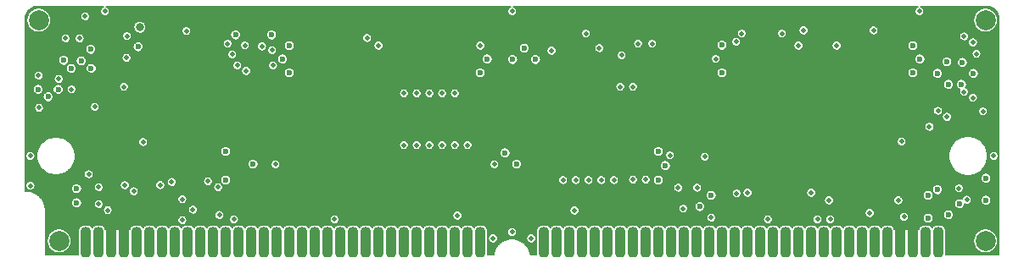
<source format=gbl>
G04 #@! TF.GenerationSoftware,KiCad,Pcbnew,(5.1.10-1-10_14)*
G04 #@! TF.CreationDate,2021-07-01T19:14:09-04:00*
G04 #@! TF.ProjectId,MacIIfxRAMSIMM,4d616349-4966-4785-9241-4d53494d4d2e,rev?*
G04 #@! TF.SameCoordinates,Original*
G04 #@! TF.FileFunction,Copper,L4,Bot*
G04 #@! TF.FilePolarity,Positive*
%FSLAX46Y46*%
G04 Gerber Fmt 4.6, Leading zero omitted, Abs format (unit mm)*
G04 Created by KiCad (PCBNEW (5.1.10-1-10_14)) date 2021-07-01 19:14:09*
%MOMM*%
%LPD*%
G01*
G04 APERTURE LIST*
G04 #@! TA.AperFunction,ComponentPad*
%ADD10C,2.000000*%
G04 #@! TD*
G04 #@! TA.AperFunction,ViaPad*
%ADD11C,0.600000*%
G04 #@! TD*
G04 #@! TA.AperFunction,ViaPad*
%ADD12C,0.500000*%
G04 #@! TD*
G04 #@! TA.AperFunction,ViaPad*
%ADD13C,0.508000*%
G04 #@! TD*
G04 #@! TA.AperFunction,ViaPad*
%ADD14C,0.800000*%
G04 #@! TD*
G04 #@! TA.AperFunction,Conductor*
%ADD15C,0.800000*%
G04 #@! TD*
G04 #@! TA.AperFunction,Conductor*
%ADD16C,0.154000*%
G04 #@! TD*
G04 #@! TA.AperFunction,Conductor*
%ADD17C,0.100000*%
G04 #@! TD*
G04 APERTURE END LIST*
D10*
X73406000Y-103886000D03*
G04 #@! TA.AperFunction,ComponentPad*
G36*
G01*
X162674300Y-127218440D02*
X162674300Y-125003560D01*
G75*
G02*
X163090860Y-124587000I416560J0D01*
G01*
X163299140Y-124587000D01*
G75*
G02*
X163715700Y-125003560I0J-416560D01*
G01*
X163715700Y-127218440D01*
G75*
G02*
X163299140Y-127635000I-416560J0D01*
G01*
X163090860Y-127635000D01*
G75*
G02*
X162674300Y-127218440I0J416560D01*
G01*
G37*
G04 #@! TD.AperFunction*
G04 #@! TA.AperFunction,ComponentPad*
G36*
G01*
X161404300Y-127218440D02*
X161404300Y-125003560D01*
G75*
G02*
X161820860Y-124587000I416560J0D01*
G01*
X162029140Y-124587000D01*
G75*
G02*
X162445700Y-125003560I0J-416560D01*
G01*
X162445700Y-127218440D01*
G75*
G02*
X162029140Y-127635000I-416560J0D01*
G01*
X161820860Y-127635000D01*
G75*
G02*
X161404300Y-127218440I0J416560D01*
G01*
G37*
G04 #@! TD.AperFunction*
G04 #@! TA.AperFunction,ComponentPad*
G36*
G01*
X160134300Y-127218440D02*
X160134300Y-125003560D01*
G75*
G02*
X160550860Y-124587000I416560J0D01*
G01*
X160759140Y-124587000D01*
G75*
G02*
X161175700Y-125003560I0J-416560D01*
G01*
X161175700Y-127218440D01*
G75*
G02*
X160759140Y-127635000I-416560J0D01*
G01*
X160550860Y-127635000D01*
G75*
G02*
X160134300Y-127218440I0J416560D01*
G01*
G37*
G04 #@! TD.AperFunction*
G04 #@! TA.AperFunction,ComponentPad*
G36*
G01*
X158864300Y-127218440D02*
X158864300Y-125003560D01*
G75*
G02*
X159280860Y-124587000I416560J0D01*
G01*
X159489140Y-124587000D01*
G75*
G02*
X159905700Y-125003560I0J-416560D01*
G01*
X159905700Y-127218440D01*
G75*
G02*
X159489140Y-127635000I-416560J0D01*
G01*
X159280860Y-127635000D01*
G75*
G02*
X158864300Y-127218440I0J416560D01*
G01*
G37*
G04 #@! TD.AperFunction*
G04 #@! TA.AperFunction,ComponentPad*
G36*
G01*
X157594300Y-127218440D02*
X157594300Y-125003560D01*
G75*
G02*
X158010860Y-124587000I416560J0D01*
G01*
X158219140Y-124587000D01*
G75*
G02*
X158635700Y-125003560I0J-416560D01*
G01*
X158635700Y-127218440D01*
G75*
G02*
X158219140Y-127635000I-416560J0D01*
G01*
X158010860Y-127635000D01*
G75*
G02*
X157594300Y-127218440I0J416560D01*
G01*
G37*
G04 #@! TD.AperFunction*
G04 #@! TA.AperFunction,ComponentPad*
G36*
G01*
X156324300Y-127218440D02*
X156324300Y-125003560D01*
G75*
G02*
X156740860Y-124587000I416560J0D01*
G01*
X156949140Y-124587000D01*
G75*
G02*
X157365700Y-125003560I0J-416560D01*
G01*
X157365700Y-127218440D01*
G75*
G02*
X156949140Y-127635000I-416560J0D01*
G01*
X156740860Y-127635000D01*
G75*
G02*
X156324300Y-127218440I0J416560D01*
G01*
G37*
G04 #@! TD.AperFunction*
G04 #@! TA.AperFunction,ComponentPad*
G36*
G01*
X155054300Y-127218440D02*
X155054300Y-125003560D01*
G75*
G02*
X155470860Y-124587000I416560J0D01*
G01*
X155679140Y-124587000D01*
G75*
G02*
X156095700Y-125003560I0J-416560D01*
G01*
X156095700Y-127218440D01*
G75*
G02*
X155679140Y-127635000I-416560J0D01*
G01*
X155470860Y-127635000D01*
G75*
G02*
X155054300Y-127218440I0J416560D01*
G01*
G37*
G04 #@! TD.AperFunction*
G04 #@! TA.AperFunction,ComponentPad*
G36*
G01*
X153784300Y-127218440D02*
X153784300Y-125003560D01*
G75*
G02*
X154200860Y-124587000I416560J0D01*
G01*
X154409140Y-124587000D01*
G75*
G02*
X154825700Y-125003560I0J-416560D01*
G01*
X154825700Y-127218440D01*
G75*
G02*
X154409140Y-127635000I-416560J0D01*
G01*
X154200860Y-127635000D01*
G75*
G02*
X153784300Y-127218440I0J416560D01*
G01*
G37*
G04 #@! TD.AperFunction*
G04 #@! TA.AperFunction,ComponentPad*
G36*
G01*
X152514300Y-127218440D02*
X152514300Y-125003560D01*
G75*
G02*
X152930860Y-124587000I416560J0D01*
G01*
X153139140Y-124587000D01*
G75*
G02*
X153555700Y-125003560I0J-416560D01*
G01*
X153555700Y-127218440D01*
G75*
G02*
X153139140Y-127635000I-416560J0D01*
G01*
X152930860Y-127635000D01*
G75*
G02*
X152514300Y-127218440I0J416560D01*
G01*
G37*
G04 #@! TD.AperFunction*
G04 #@! TA.AperFunction,ComponentPad*
G36*
G01*
X151244300Y-127218440D02*
X151244300Y-125003560D01*
G75*
G02*
X151660860Y-124587000I416560J0D01*
G01*
X151869140Y-124587000D01*
G75*
G02*
X152285700Y-125003560I0J-416560D01*
G01*
X152285700Y-127218440D01*
G75*
G02*
X151869140Y-127635000I-416560J0D01*
G01*
X151660860Y-127635000D01*
G75*
G02*
X151244300Y-127218440I0J416560D01*
G01*
G37*
G04 #@! TD.AperFunction*
G04 #@! TA.AperFunction,ComponentPad*
G36*
G01*
X149974300Y-127218440D02*
X149974300Y-125003560D01*
G75*
G02*
X150390860Y-124587000I416560J0D01*
G01*
X150599140Y-124587000D01*
G75*
G02*
X151015700Y-125003560I0J-416560D01*
G01*
X151015700Y-127218440D01*
G75*
G02*
X150599140Y-127635000I-416560J0D01*
G01*
X150390860Y-127635000D01*
G75*
G02*
X149974300Y-127218440I0J416560D01*
G01*
G37*
G04 #@! TD.AperFunction*
G04 #@! TA.AperFunction,ComponentPad*
G36*
G01*
X148704300Y-127218440D02*
X148704300Y-125003560D01*
G75*
G02*
X149120860Y-124587000I416560J0D01*
G01*
X149329140Y-124587000D01*
G75*
G02*
X149745700Y-125003560I0J-416560D01*
G01*
X149745700Y-127218440D01*
G75*
G02*
X149329140Y-127635000I-416560J0D01*
G01*
X149120860Y-127635000D01*
G75*
G02*
X148704300Y-127218440I0J416560D01*
G01*
G37*
G04 #@! TD.AperFunction*
G04 #@! TA.AperFunction,ComponentPad*
G36*
G01*
X147434300Y-127218440D02*
X147434300Y-125003560D01*
G75*
G02*
X147850860Y-124587000I416560J0D01*
G01*
X148059140Y-124587000D01*
G75*
G02*
X148475700Y-125003560I0J-416560D01*
G01*
X148475700Y-127218440D01*
G75*
G02*
X148059140Y-127635000I-416560J0D01*
G01*
X147850860Y-127635000D01*
G75*
G02*
X147434300Y-127218440I0J416560D01*
G01*
G37*
G04 #@! TD.AperFunction*
G04 #@! TA.AperFunction,ComponentPad*
G36*
G01*
X146164300Y-127218440D02*
X146164300Y-125003560D01*
G75*
G02*
X146580860Y-124587000I416560J0D01*
G01*
X146789140Y-124587000D01*
G75*
G02*
X147205700Y-125003560I0J-416560D01*
G01*
X147205700Y-127218440D01*
G75*
G02*
X146789140Y-127635000I-416560J0D01*
G01*
X146580860Y-127635000D01*
G75*
G02*
X146164300Y-127218440I0J416560D01*
G01*
G37*
G04 #@! TD.AperFunction*
G04 #@! TA.AperFunction,ComponentPad*
G36*
G01*
X144894300Y-127218440D02*
X144894300Y-125003560D01*
G75*
G02*
X145310860Y-124587000I416560J0D01*
G01*
X145519140Y-124587000D01*
G75*
G02*
X145935700Y-125003560I0J-416560D01*
G01*
X145935700Y-127218440D01*
G75*
G02*
X145519140Y-127635000I-416560J0D01*
G01*
X145310860Y-127635000D01*
G75*
G02*
X144894300Y-127218440I0J416560D01*
G01*
G37*
G04 #@! TD.AperFunction*
G04 #@! TA.AperFunction,ComponentPad*
G36*
G01*
X143624300Y-127218440D02*
X143624300Y-125003560D01*
G75*
G02*
X144040860Y-124587000I416560J0D01*
G01*
X144249140Y-124587000D01*
G75*
G02*
X144665700Y-125003560I0J-416560D01*
G01*
X144665700Y-127218440D01*
G75*
G02*
X144249140Y-127635000I-416560J0D01*
G01*
X144040860Y-127635000D01*
G75*
G02*
X143624300Y-127218440I0J416560D01*
G01*
G37*
G04 #@! TD.AperFunction*
G04 #@! TA.AperFunction,ComponentPad*
G36*
G01*
X142354300Y-127218440D02*
X142354300Y-125003560D01*
G75*
G02*
X142770860Y-124587000I416560J0D01*
G01*
X142979140Y-124587000D01*
G75*
G02*
X143395700Y-125003560I0J-416560D01*
G01*
X143395700Y-127218440D01*
G75*
G02*
X142979140Y-127635000I-416560J0D01*
G01*
X142770860Y-127635000D01*
G75*
G02*
X142354300Y-127218440I0J416560D01*
G01*
G37*
G04 #@! TD.AperFunction*
G04 #@! TA.AperFunction,ComponentPad*
G36*
G01*
X141084300Y-127218440D02*
X141084300Y-125003560D01*
G75*
G02*
X141500860Y-124587000I416560J0D01*
G01*
X141709140Y-124587000D01*
G75*
G02*
X142125700Y-125003560I0J-416560D01*
G01*
X142125700Y-127218440D01*
G75*
G02*
X141709140Y-127635000I-416560J0D01*
G01*
X141500860Y-127635000D01*
G75*
G02*
X141084300Y-127218440I0J416560D01*
G01*
G37*
G04 #@! TD.AperFunction*
G04 #@! TA.AperFunction,ComponentPad*
G36*
G01*
X139814300Y-127218440D02*
X139814300Y-125003560D01*
G75*
G02*
X140230860Y-124587000I416560J0D01*
G01*
X140439140Y-124587000D01*
G75*
G02*
X140855700Y-125003560I0J-416560D01*
G01*
X140855700Y-127218440D01*
G75*
G02*
X140439140Y-127635000I-416560J0D01*
G01*
X140230860Y-127635000D01*
G75*
G02*
X139814300Y-127218440I0J416560D01*
G01*
G37*
G04 #@! TD.AperFunction*
G04 #@! TA.AperFunction,ComponentPad*
G36*
G01*
X138544300Y-127218440D02*
X138544300Y-125003560D01*
G75*
G02*
X138960860Y-124587000I416560J0D01*
G01*
X139169140Y-124587000D01*
G75*
G02*
X139585700Y-125003560I0J-416560D01*
G01*
X139585700Y-127218440D01*
G75*
G02*
X139169140Y-127635000I-416560J0D01*
G01*
X138960860Y-127635000D01*
G75*
G02*
X138544300Y-127218440I0J416560D01*
G01*
G37*
G04 #@! TD.AperFunction*
G04 #@! TA.AperFunction,ComponentPad*
G36*
G01*
X137274300Y-127218440D02*
X137274300Y-125003560D01*
G75*
G02*
X137690860Y-124587000I416560J0D01*
G01*
X137899140Y-124587000D01*
G75*
G02*
X138315700Y-125003560I0J-416560D01*
G01*
X138315700Y-127218440D01*
G75*
G02*
X137899140Y-127635000I-416560J0D01*
G01*
X137690860Y-127635000D01*
G75*
G02*
X137274300Y-127218440I0J416560D01*
G01*
G37*
G04 #@! TD.AperFunction*
G04 #@! TA.AperFunction,ComponentPad*
G36*
G01*
X136004300Y-127218440D02*
X136004300Y-125003560D01*
G75*
G02*
X136420860Y-124587000I416560J0D01*
G01*
X136629140Y-124587000D01*
G75*
G02*
X137045700Y-125003560I0J-416560D01*
G01*
X137045700Y-127218440D01*
G75*
G02*
X136629140Y-127635000I-416560J0D01*
G01*
X136420860Y-127635000D01*
G75*
G02*
X136004300Y-127218440I0J416560D01*
G01*
G37*
G04 #@! TD.AperFunction*
G04 #@! TA.AperFunction,ComponentPad*
G36*
G01*
X134734300Y-127218440D02*
X134734300Y-125003560D01*
G75*
G02*
X135150860Y-124587000I416560J0D01*
G01*
X135359140Y-124587000D01*
G75*
G02*
X135775700Y-125003560I0J-416560D01*
G01*
X135775700Y-127218440D01*
G75*
G02*
X135359140Y-127635000I-416560J0D01*
G01*
X135150860Y-127635000D01*
G75*
G02*
X134734300Y-127218440I0J416560D01*
G01*
G37*
G04 #@! TD.AperFunction*
G04 #@! TA.AperFunction,ComponentPad*
G36*
G01*
X133464300Y-127218440D02*
X133464300Y-125003560D01*
G75*
G02*
X133880860Y-124587000I416560J0D01*
G01*
X134089140Y-124587000D01*
G75*
G02*
X134505700Y-125003560I0J-416560D01*
G01*
X134505700Y-127218440D01*
G75*
G02*
X134089140Y-127635000I-416560J0D01*
G01*
X133880860Y-127635000D01*
G75*
G02*
X133464300Y-127218440I0J416560D01*
G01*
G37*
G04 #@! TD.AperFunction*
G04 #@! TA.AperFunction,ComponentPad*
G36*
G01*
X132194300Y-127218440D02*
X132194300Y-125003560D01*
G75*
G02*
X132610860Y-124587000I416560J0D01*
G01*
X132819140Y-124587000D01*
G75*
G02*
X133235700Y-125003560I0J-416560D01*
G01*
X133235700Y-127218440D01*
G75*
G02*
X132819140Y-127635000I-416560J0D01*
G01*
X132610860Y-127635000D01*
G75*
G02*
X132194300Y-127218440I0J416560D01*
G01*
G37*
G04 #@! TD.AperFunction*
G04 #@! TA.AperFunction,ComponentPad*
G36*
G01*
X130924300Y-127218440D02*
X130924300Y-125003560D01*
G75*
G02*
X131340860Y-124587000I416560J0D01*
G01*
X131549140Y-124587000D01*
G75*
G02*
X131965700Y-125003560I0J-416560D01*
G01*
X131965700Y-127218440D01*
G75*
G02*
X131549140Y-127635000I-416560J0D01*
G01*
X131340860Y-127635000D01*
G75*
G02*
X130924300Y-127218440I0J416560D01*
G01*
G37*
G04 #@! TD.AperFunction*
G04 #@! TA.AperFunction,ComponentPad*
G36*
G01*
X129654300Y-127218440D02*
X129654300Y-125003560D01*
G75*
G02*
X130070860Y-124587000I416560J0D01*
G01*
X130279140Y-124587000D01*
G75*
G02*
X130695700Y-125003560I0J-416560D01*
G01*
X130695700Y-127218440D01*
G75*
G02*
X130279140Y-127635000I-416560J0D01*
G01*
X130070860Y-127635000D01*
G75*
G02*
X129654300Y-127218440I0J416560D01*
G01*
G37*
G04 #@! TD.AperFunction*
G04 #@! TA.AperFunction,ComponentPad*
G36*
G01*
X128384300Y-127218440D02*
X128384300Y-125003560D01*
G75*
G02*
X128800860Y-124587000I416560J0D01*
G01*
X129009140Y-124587000D01*
G75*
G02*
X129425700Y-125003560I0J-416560D01*
G01*
X129425700Y-127218440D01*
G75*
G02*
X129009140Y-127635000I-416560J0D01*
G01*
X128800860Y-127635000D01*
G75*
G02*
X128384300Y-127218440I0J416560D01*
G01*
G37*
G04 #@! TD.AperFunction*
G04 #@! TA.AperFunction,ComponentPad*
G36*
G01*
X127114300Y-127218440D02*
X127114300Y-125003560D01*
G75*
G02*
X127530860Y-124587000I416560J0D01*
G01*
X127739140Y-124587000D01*
G75*
G02*
X128155700Y-125003560I0J-416560D01*
G01*
X128155700Y-127218440D01*
G75*
G02*
X127739140Y-127635000I-416560J0D01*
G01*
X127530860Y-127635000D01*
G75*
G02*
X127114300Y-127218440I0J416560D01*
G01*
G37*
G04 #@! TD.AperFunction*
G04 #@! TA.AperFunction,ComponentPad*
G36*
G01*
X125844300Y-127218440D02*
X125844300Y-125003560D01*
G75*
G02*
X126260860Y-124587000I416560J0D01*
G01*
X126469140Y-124587000D01*
G75*
G02*
X126885700Y-125003560I0J-416560D01*
G01*
X126885700Y-127218440D01*
G75*
G02*
X126469140Y-127635000I-416560J0D01*
G01*
X126260860Y-127635000D01*
G75*
G02*
X125844300Y-127218440I0J416560D01*
G01*
G37*
G04 #@! TD.AperFunction*
G04 #@! TA.AperFunction,ComponentPad*
G36*
G01*
X124574300Y-127218440D02*
X124574300Y-125003560D01*
G75*
G02*
X124990860Y-124587000I416560J0D01*
G01*
X125199140Y-124587000D01*
G75*
G02*
X125615700Y-125003560I0J-416560D01*
G01*
X125615700Y-127218440D01*
G75*
G02*
X125199140Y-127635000I-416560J0D01*
G01*
X124990860Y-127635000D01*
G75*
G02*
X124574300Y-127218440I0J416560D01*
G01*
G37*
G04 #@! TD.AperFunction*
G04 #@! TA.AperFunction,ComponentPad*
G36*
G01*
X123304300Y-127218440D02*
X123304300Y-125003560D01*
G75*
G02*
X123720860Y-124587000I416560J0D01*
G01*
X123929140Y-124587000D01*
G75*
G02*
X124345700Y-125003560I0J-416560D01*
G01*
X124345700Y-127218440D01*
G75*
G02*
X123929140Y-127635000I-416560J0D01*
G01*
X123720860Y-127635000D01*
G75*
G02*
X123304300Y-127218440I0J416560D01*
G01*
G37*
G04 #@! TD.AperFunction*
G04 #@! TA.AperFunction,ComponentPad*
G36*
G01*
X116954300Y-127218440D02*
X116954300Y-125003560D01*
G75*
G02*
X117370860Y-124587000I416560J0D01*
G01*
X117579140Y-124587000D01*
G75*
G02*
X117995700Y-125003560I0J-416560D01*
G01*
X117995700Y-127218440D01*
G75*
G02*
X117579140Y-127635000I-416560J0D01*
G01*
X117370860Y-127635000D01*
G75*
G02*
X116954300Y-127218440I0J416560D01*
G01*
G37*
G04 #@! TD.AperFunction*
G04 #@! TA.AperFunction,ComponentPad*
G36*
G01*
X115684300Y-127218440D02*
X115684300Y-125003560D01*
G75*
G02*
X116100860Y-124587000I416560J0D01*
G01*
X116309140Y-124587000D01*
G75*
G02*
X116725700Y-125003560I0J-416560D01*
G01*
X116725700Y-127218440D01*
G75*
G02*
X116309140Y-127635000I-416560J0D01*
G01*
X116100860Y-127635000D01*
G75*
G02*
X115684300Y-127218440I0J416560D01*
G01*
G37*
G04 #@! TD.AperFunction*
G04 #@! TA.AperFunction,ComponentPad*
G36*
G01*
X114414300Y-127218440D02*
X114414300Y-125003560D01*
G75*
G02*
X114830860Y-124587000I416560J0D01*
G01*
X115039140Y-124587000D01*
G75*
G02*
X115455700Y-125003560I0J-416560D01*
G01*
X115455700Y-127218440D01*
G75*
G02*
X115039140Y-127635000I-416560J0D01*
G01*
X114830860Y-127635000D01*
G75*
G02*
X114414300Y-127218440I0J416560D01*
G01*
G37*
G04 #@! TD.AperFunction*
G04 #@! TA.AperFunction,ComponentPad*
G36*
G01*
X113144300Y-127218440D02*
X113144300Y-125003560D01*
G75*
G02*
X113560860Y-124587000I416560J0D01*
G01*
X113769140Y-124587000D01*
G75*
G02*
X114185700Y-125003560I0J-416560D01*
G01*
X114185700Y-127218440D01*
G75*
G02*
X113769140Y-127635000I-416560J0D01*
G01*
X113560860Y-127635000D01*
G75*
G02*
X113144300Y-127218440I0J416560D01*
G01*
G37*
G04 #@! TD.AperFunction*
G04 #@! TA.AperFunction,ComponentPad*
G36*
G01*
X111874300Y-127218440D02*
X111874300Y-125003560D01*
G75*
G02*
X112290860Y-124587000I416560J0D01*
G01*
X112499140Y-124587000D01*
G75*
G02*
X112915700Y-125003560I0J-416560D01*
G01*
X112915700Y-127218440D01*
G75*
G02*
X112499140Y-127635000I-416560J0D01*
G01*
X112290860Y-127635000D01*
G75*
G02*
X111874300Y-127218440I0J416560D01*
G01*
G37*
G04 #@! TD.AperFunction*
G04 #@! TA.AperFunction,ComponentPad*
G36*
G01*
X110604300Y-127218440D02*
X110604300Y-125003560D01*
G75*
G02*
X111020860Y-124587000I416560J0D01*
G01*
X111229140Y-124587000D01*
G75*
G02*
X111645700Y-125003560I0J-416560D01*
G01*
X111645700Y-127218440D01*
G75*
G02*
X111229140Y-127635000I-416560J0D01*
G01*
X111020860Y-127635000D01*
G75*
G02*
X110604300Y-127218440I0J416560D01*
G01*
G37*
G04 #@! TD.AperFunction*
G04 #@! TA.AperFunction,ComponentPad*
G36*
G01*
X109334300Y-127218440D02*
X109334300Y-125003560D01*
G75*
G02*
X109750860Y-124587000I416560J0D01*
G01*
X109959140Y-124587000D01*
G75*
G02*
X110375700Y-125003560I0J-416560D01*
G01*
X110375700Y-127218440D01*
G75*
G02*
X109959140Y-127635000I-416560J0D01*
G01*
X109750860Y-127635000D01*
G75*
G02*
X109334300Y-127218440I0J416560D01*
G01*
G37*
G04 #@! TD.AperFunction*
G04 #@! TA.AperFunction,ComponentPad*
G36*
G01*
X108064300Y-127218440D02*
X108064300Y-125003560D01*
G75*
G02*
X108480860Y-124587000I416560J0D01*
G01*
X108689140Y-124587000D01*
G75*
G02*
X109105700Y-125003560I0J-416560D01*
G01*
X109105700Y-127218440D01*
G75*
G02*
X108689140Y-127635000I-416560J0D01*
G01*
X108480860Y-127635000D01*
G75*
G02*
X108064300Y-127218440I0J416560D01*
G01*
G37*
G04 #@! TD.AperFunction*
G04 #@! TA.AperFunction,ComponentPad*
G36*
G01*
X106794300Y-127218440D02*
X106794300Y-125003560D01*
G75*
G02*
X107210860Y-124587000I416560J0D01*
G01*
X107419140Y-124587000D01*
G75*
G02*
X107835700Y-125003560I0J-416560D01*
G01*
X107835700Y-127218440D01*
G75*
G02*
X107419140Y-127635000I-416560J0D01*
G01*
X107210860Y-127635000D01*
G75*
G02*
X106794300Y-127218440I0J416560D01*
G01*
G37*
G04 #@! TD.AperFunction*
G04 #@! TA.AperFunction,ComponentPad*
G36*
G01*
X105524300Y-127218440D02*
X105524300Y-125003560D01*
G75*
G02*
X105940860Y-124587000I416560J0D01*
G01*
X106149140Y-124587000D01*
G75*
G02*
X106565700Y-125003560I0J-416560D01*
G01*
X106565700Y-127218440D01*
G75*
G02*
X106149140Y-127635000I-416560J0D01*
G01*
X105940860Y-127635000D01*
G75*
G02*
X105524300Y-127218440I0J416560D01*
G01*
G37*
G04 #@! TD.AperFunction*
G04 #@! TA.AperFunction,ComponentPad*
G36*
G01*
X104254300Y-127218440D02*
X104254300Y-125003560D01*
G75*
G02*
X104670860Y-124587000I416560J0D01*
G01*
X104879140Y-124587000D01*
G75*
G02*
X105295700Y-125003560I0J-416560D01*
G01*
X105295700Y-127218440D01*
G75*
G02*
X104879140Y-127635000I-416560J0D01*
G01*
X104670860Y-127635000D01*
G75*
G02*
X104254300Y-127218440I0J416560D01*
G01*
G37*
G04 #@! TD.AperFunction*
G04 #@! TA.AperFunction,ComponentPad*
G36*
G01*
X102984300Y-127218440D02*
X102984300Y-125003560D01*
G75*
G02*
X103400860Y-124587000I416560J0D01*
G01*
X103609140Y-124587000D01*
G75*
G02*
X104025700Y-125003560I0J-416560D01*
G01*
X104025700Y-127218440D01*
G75*
G02*
X103609140Y-127635000I-416560J0D01*
G01*
X103400860Y-127635000D01*
G75*
G02*
X102984300Y-127218440I0J416560D01*
G01*
G37*
G04 #@! TD.AperFunction*
G04 #@! TA.AperFunction,ComponentPad*
G36*
G01*
X101714300Y-127218440D02*
X101714300Y-125003560D01*
G75*
G02*
X102130860Y-124587000I416560J0D01*
G01*
X102339140Y-124587000D01*
G75*
G02*
X102755700Y-125003560I0J-416560D01*
G01*
X102755700Y-127218440D01*
G75*
G02*
X102339140Y-127635000I-416560J0D01*
G01*
X102130860Y-127635000D01*
G75*
G02*
X101714300Y-127218440I0J416560D01*
G01*
G37*
G04 #@! TD.AperFunction*
G04 #@! TA.AperFunction,ComponentPad*
G36*
G01*
X100444300Y-127218440D02*
X100444300Y-125003560D01*
G75*
G02*
X100860860Y-124587000I416560J0D01*
G01*
X101069140Y-124587000D01*
G75*
G02*
X101485700Y-125003560I0J-416560D01*
G01*
X101485700Y-127218440D01*
G75*
G02*
X101069140Y-127635000I-416560J0D01*
G01*
X100860860Y-127635000D01*
G75*
G02*
X100444300Y-127218440I0J416560D01*
G01*
G37*
G04 #@! TD.AperFunction*
G04 #@! TA.AperFunction,ComponentPad*
G36*
G01*
X99174300Y-127218440D02*
X99174300Y-125003560D01*
G75*
G02*
X99590860Y-124587000I416560J0D01*
G01*
X99799140Y-124587000D01*
G75*
G02*
X100215700Y-125003560I0J-416560D01*
G01*
X100215700Y-127218440D01*
G75*
G02*
X99799140Y-127635000I-416560J0D01*
G01*
X99590860Y-127635000D01*
G75*
G02*
X99174300Y-127218440I0J416560D01*
G01*
G37*
G04 #@! TD.AperFunction*
G04 #@! TA.AperFunction,ComponentPad*
G36*
G01*
X97904300Y-127218440D02*
X97904300Y-125003560D01*
G75*
G02*
X98320860Y-124587000I416560J0D01*
G01*
X98529140Y-124587000D01*
G75*
G02*
X98945700Y-125003560I0J-416560D01*
G01*
X98945700Y-127218440D01*
G75*
G02*
X98529140Y-127635000I-416560J0D01*
G01*
X98320860Y-127635000D01*
G75*
G02*
X97904300Y-127218440I0J416560D01*
G01*
G37*
G04 #@! TD.AperFunction*
G04 #@! TA.AperFunction,ComponentPad*
G36*
G01*
X96634300Y-127218440D02*
X96634300Y-125003560D01*
G75*
G02*
X97050860Y-124587000I416560J0D01*
G01*
X97259140Y-124587000D01*
G75*
G02*
X97675700Y-125003560I0J-416560D01*
G01*
X97675700Y-127218440D01*
G75*
G02*
X97259140Y-127635000I-416560J0D01*
G01*
X97050860Y-127635000D01*
G75*
G02*
X96634300Y-127218440I0J416560D01*
G01*
G37*
G04 #@! TD.AperFunction*
G04 #@! TA.AperFunction,ComponentPad*
G36*
G01*
X95364300Y-127218440D02*
X95364300Y-125003560D01*
G75*
G02*
X95780860Y-124587000I416560J0D01*
G01*
X95989140Y-124587000D01*
G75*
G02*
X96405700Y-125003560I0J-416560D01*
G01*
X96405700Y-127218440D01*
G75*
G02*
X95989140Y-127635000I-416560J0D01*
G01*
X95780860Y-127635000D01*
G75*
G02*
X95364300Y-127218440I0J416560D01*
G01*
G37*
G04 #@! TD.AperFunction*
G04 #@! TA.AperFunction,ComponentPad*
G36*
G01*
X94094300Y-127218440D02*
X94094300Y-125003560D01*
G75*
G02*
X94510860Y-124587000I416560J0D01*
G01*
X94719140Y-124587000D01*
G75*
G02*
X95135700Y-125003560I0J-416560D01*
G01*
X95135700Y-127218440D01*
G75*
G02*
X94719140Y-127635000I-416560J0D01*
G01*
X94510860Y-127635000D01*
G75*
G02*
X94094300Y-127218440I0J416560D01*
G01*
G37*
G04 #@! TD.AperFunction*
G04 #@! TA.AperFunction,ComponentPad*
G36*
G01*
X92824300Y-127218440D02*
X92824300Y-125003560D01*
G75*
G02*
X93240860Y-124587000I416560J0D01*
G01*
X93449140Y-124587000D01*
G75*
G02*
X93865700Y-125003560I0J-416560D01*
G01*
X93865700Y-127218440D01*
G75*
G02*
X93449140Y-127635000I-416560J0D01*
G01*
X93240860Y-127635000D01*
G75*
G02*
X92824300Y-127218440I0J416560D01*
G01*
G37*
G04 #@! TD.AperFunction*
G04 #@! TA.AperFunction,ComponentPad*
G36*
G01*
X91554300Y-127218440D02*
X91554300Y-125003560D01*
G75*
G02*
X91970860Y-124587000I416560J0D01*
G01*
X92179140Y-124587000D01*
G75*
G02*
X92595700Y-125003560I0J-416560D01*
G01*
X92595700Y-127218440D01*
G75*
G02*
X92179140Y-127635000I-416560J0D01*
G01*
X91970860Y-127635000D01*
G75*
G02*
X91554300Y-127218440I0J416560D01*
G01*
G37*
G04 #@! TD.AperFunction*
G04 #@! TA.AperFunction,ComponentPad*
G36*
G01*
X90284300Y-127218440D02*
X90284300Y-125003560D01*
G75*
G02*
X90700860Y-124587000I416560J0D01*
G01*
X90909140Y-124587000D01*
G75*
G02*
X91325700Y-125003560I0J-416560D01*
G01*
X91325700Y-127218440D01*
G75*
G02*
X90909140Y-127635000I-416560J0D01*
G01*
X90700860Y-127635000D01*
G75*
G02*
X90284300Y-127218440I0J416560D01*
G01*
G37*
G04 #@! TD.AperFunction*
G04 #@! TA.AperFunction,ComponentPad*
G36*
G01*
X89014300Y-127218440D02*
X89014300Y-125003560D01*
G75*
G02*
X89430860Y-124587000I416560J0D01*
G01*
X89639140Y-124587000D01*
G75*
G02*
X90055700Y-125003560I0J-416560D01*
G01*
X90055700Y-127218440D01*
G75*
G02*
X89639140Y-127635000I-416560J0D01*
G01*
X89430860Y-127635000D01*
G75*
G02*
X89014300Y-127218440I0J416560D01*
G01*
G37*
G04 #@! TD.AperFunction*
G04 #@! TA.AperFunction,ComponentPad*
G36*
G01*
X87744300Y-127218440D02*
X87744300Y-125003560D01*
G75*
G02*
X88160860Y-124587000I416560J0D01*
G01*
X88369140Y-124587000D01*
G75*
G02*
X88785700Y-125003560I0J-416560D01*
G01*
X88785700Y-127218440D01*
G75*
G02*
X88369140Y-127635000I-416560J0D01*
G01*
X88160860Y-127635000D01*
G75*
G02*
X87744300Y-127218440I0J416560D01*
G01*
G37*
G04 #@! TD.AperFunction*
G04 #@! TA.AperFunction,ComponentPad*
G36*
G01*
X86474300Y-127218440D02*
X86474300Y-125003560D01*
G75*
G02*
X86890860Y-124587000I416560J0D01*
G01*
X87099140Y-124587000D01*
G75*
G02*
X87515700Y-125003560I0J-416560D01*
G01*
X87515700Y-127218440D01*
G75*
G02*
X87099140Y-127635000I-416560J0D01*
G01*
X86890860Y-127635000D01*
G75*
G02*
X86474300Y-127218440I0J416560D01*
G01*
G37*
G04 #@! TD.AperFunction*
G04 #@! TA.AperFunction,ComponentPad*
G36*
G01*
X85204300Y-127218440D02*
X85204300Y-125003560D01*
G75*
G02*
X85620860Y-124587000I416560J0D01*
G01*
X85829140Y-124587000D01*
G75*
G02*
X86245700Y-125003560I0J-416560D01*
G01*
X86245700Y-127218440D01*
G75*
G02*
X85829140Y-127635000I-416560J0D01*
G01*
X85620860Y-127635000D01*
G75*
G02*
X85204300Y-127218440I0J416560D01*
G01*
G37*
G04 #@! TD.AperFunction*
G04 #@! TA.AperFunction,ComponentPad*
G36*
G01*
X83934300Y-127218440D02*
X83934300Y-125003560D01*
G75*
G02*
X84350860Y-124587000I416560J0D01*
G01*
X84559140Y-124587000D01*
G75*
G02*
X84975700Y-125003560I0J-416560D01*
G01*
X84975700Y-127218440D01*
G75*
G02*
X84559140Y-127635000I-416560J0D01*
G01*
X84350860Y-127635000D01*
G75*
G02*
X83934300Y-127218440I0J416560D01*
G01*
G37*
G04 #@! TD.AperFunction*
G04 #@! TA.AperFunction,ComponentPad*
G36*
G01*
X82664300Y-127218440D02*
X82664300Y-125003560D01*
G75*
G02*
X83080860Y-124587000I416560J0D01*
G01*
X83289140Y-124587000D01*
G75*
G02*
X83705700Y-125003560I0J-416560D01*
G01*
X83705700Y-127218440D01*
G75*
G02*
X83289140Y-127635000I-416560J0D01*
G01*
X83080860Y-127635000D01*
G75*
G02*
X82664300Y-127218440I0J416560D01*
G01*
G37*
G04 #@! TD.AperFunction*
G04 #@! TA.AperFunction,ComponentPad*
G36*
G01*
X81394300Y-127218440D02*
X81394300Y-125003560D01*
G75*
G02*
X81810860Y-124587000I416560J0D01*
G01*
X82019140Y-124587000D01*
G75*
G02*
X82435700Y-125003560I0J-416560D01*
G01*
X82435700Y-127218440D01*
G75*
G02*
X82019140Y-127635000I-416560J0D01*
G01*
X81810860Y-127635000D01*
G75*
G02*
X81394300Y-127218440I0J416560D01*
G01*
G37*
G04 #@! TD.AperFunction*
G04 #@! TA.AperFunction,ComponentPad*
G36*
G01*
X80124300Y-127218440D02*
X80124300Y-125003560D01*
G75*
G02*
X80540860Y-124587000I416560J0D01*
G01*
X80749140Y-124587000D01*
G75*
G02*
X81165700Y-125003560I0J-416560D01*
G01*
X81165700Y-127218440D01*
G75*
G02*
X80749140Y-127635000I-416560J0D01*
G01*
X80540860Y-127635000D01*
G75*
G02*
X80124300Y-127218440I0J416560D01*
G01*
G37*
G04 #@! TD.AperFunction*
G04 #@! TA.AperFunction,ComponentPad*
G36*
G01*
X78854300Y-127218440D02*
X78854300Y-125003560D01*
G75*
G02*
X79270860Y-124587000I416560J0D01*
G01*
X79479140Y-124587000D01*
G75*
G02*
X79895700Y-125003560I0J-416560D01*
G01*
X79895700Y-127218440D01*
G75*
G02*
X79479140Y-127635000I-416560J0D01*
G01*
X79270860Y-127635000D01*
G75*
G02*
X78854300Y-127218440I0J416560D01*
G01*
G37*
G04 #@! TD.AperFunction*
G04 #@! TA.AperFunction,ComponentPad*
G36*
G01*
X77584300Y-127218440D02*
X77584300Y-125003560D01*
G75*
G02*
X78000860Y-124587000I416560J0D01*
G01*
X78209140Y-124587000D01*
G75*
G02*
X78625700Y-125003560I0J-416560D01*
G01*
X78625700Y-127218440D01*
G75*
G02*
X78209140Y-127635000I-416560J0D01*
G01*
X78000860Y-127635000D01*
G75*
G02*
X77584300Y-127218440I0J416560D01*
G01*
G37*
G04 #@! TD.AperFunction*
X75438000Y-125984000D03*
X167894000Y-125984000D03*
X167894000Y-103886000D03*
D11*
X117475000Y-121158000D03*
X160655000Y-121158000D03*
X160655000Y-116332000D03*
X161353500Y-118745000D03*
X140906500Y-119824500D03*
X161353500Y-119824500D03*
X123825000Y-107696000D03*
X123126500Y-109156500D03*
D12*
X123825000Y-110553500D03*
D11*
X120777000Y-109156500D03*
X121856500Y-110236000D03*
X80645000Y-107696000D03*
X80645000Y-110553500D03*
X97726500Y-119824500D03*
X94805500Y-119634000D03*
X95948500Y-120777000D03*
X118173500Y-119824500D03*
X121094500Y-119634000D03*
X119951500Y-120777000D03*
X143002000Y-122555000D03*
X159702500Y-122555000D03*
X160845500Y-123698000D03*
D12*
X98425000Y-121158000D03*
X86350000Y-121800000D03*
X86350000Y-123900000D03*
D11*
X141605000Y-121158000D03*
D12*
X141922500Y-123634500D03*
X79756000Y-106553000D03*
D11*
X79946500Y-109156500D03*
X167000000Y-124000000D03*
X167800000Y-122900000D03*
X166200000Y-122900000D03*
X141605000Y-118427500D03*
X117602000Y-118427500D03*
X98425000Y-118427500D03*
D12*
X150495000Y-121158000D03*
X162300000Y-114550000D03*
D13*
X72580500Y-117475000D03*
X72580500Y-120459500D03*
X168719500Y-117475000D03*
X120650000Y-125095000D03*
X118745000Y-125730000D03*
X122555000Y-125730000D03*
D11*
X141600000Y-106385000D03*
X161353500Y-107759500D03*
D12*
X140970000Y-107759500D03*
D11*
X97726500Y-107759500D03*
X118173500Y-107759500D03*
X120713500Y-107823000D03*
X121856500Y-106680000D03*
X135255000Y-117030500D03*
X135255000Y-119888000D03*
X135953500Y-118427500D03*
X92075000Y-117030500D03*
X92075000Y-119888000D03*
D12*
X82169000Y-107632500D03*
D11*
X83312000Y-106553000D03*
D12*
X97028000Y-118300500D03*
D11*
X94805500Y-118300500D03*
D12*
X118872000Y-118300500D03*
D11*
X121094500Y-118300500D03*
X119951500Y-117157500D03*
X139382500Y-122555000D03*
X162179000Y-123698000D03*
X162179000Y-121412000D03*
D12*
X117475000Y-106426000D03*
X91313000Y-120586500D03*
D13*
X85534500Y-120396000D03*
X86677500Y-120078500D03*
X102933500Y-123825000D03*
X92900500Y-123825000D03*
D12*
X90297000Y-120015000D03*
X87750000Y-121800000D03*
X87750000Y-123900000D03*
X88800000Y-122850000D03*
D11*
X77200000Y-120750000D03*
D12*
X79400000Y-120600000D03*
X82900000Y-121000000D03*
X82000000Y-120400000D03*
D11*
X140525500Y-121412000D03*
D12*
X140525500Y-123634500D03*
X137731500Y-122745500D03*
D11*
X75900000Y-107900000D03*
D12*
X76100000Y-105700000D03*
D11*
X75350000Y-110800000D03*
X73350000Y-110800000D03*
X74350000Y-111550000D03*
D12*
X79000000Y-112550000D03*
D11*
X165600000Y-108100000D03*
X165500000Y-110300000D03*
X166700000Y-109200000D03*
D12*
X163150000Y-112950000D03*
X164050000Y-113550000D03*
X166650000Y-106100000D03*
X165750000Y-105500000D03*
X143002000Y-106045000D03*
X80010000Y-102997000D03*
X82232500Y-105473500D03*
D13*
X91440000Y-123380500D03*
D12*
X143573500Y-105219500D03*
X161290000Y-102997000D03*
X93218000Y-108394500D03*
X94107000Y-108966000D03*
D11*
X93050000Y-105350000D03*
D12*
X94000000Y-106400000D03*
X167650000Y-113000000D03*
D11*
X164200000Y-123350000D03*
X165300000Y-122250000D03*
X167950000Y-121900000D03*
X167950000Y-119700000D03*
D12*
X167000000Y-107250000D03*
X156718000Y-104902000D03*
D13*
X152273000Y-121920000D03*
X159194500Y-121920000D03*
X152400000Y-123825000D03*
X159766000Y-123571000D03*
X151130000Y-123825000D03*
D12*
X126873000Y-122936000D03*
X124587000Y-106934000D03*
D11*
X122999500Y-107823000D03*
D12*
X147574000Y-105219500D03*
X131572000Y-107378500D03*
X129349500Y-106680000D03*
X133223000Y-106235500D03*
X128016000Y-105219500D03*
X125730000Y-119888000D03*
X127000000Y-119888000D03*
X128270000Y-119888000D03*
X129540000Y-119888000D03*
X130810000Y-119888000D03*
X115189000Y-123444000D03*
X156337000Y-123190000D03*
X146177000Y-123825000D03*
X120650000Y-102997000D03*
X134620000Y-106235500D03*
D11*
X117475000Y-109156500D03*
X160655000Y-106426000D03*
X160655000Y-109156500D03*
X141605000Y-109156500D03*
X98425000Y-109156500D03*
X98425000Y-106426000D03*
D12*
X159512000Y-116014500D03*
X153035000Y-106426000D03*
X132715000Y-119824500D03*
X109855000Y-116395500D03*
X111125000Y-116395500D03*
X112395000Y-116395500D03*
X113665000Y-116395500D03*
X114935000Y-116395500D03*
X116205000Y-116395500D03*
X109855000Y-111188500D03*
X111125000Y-111188500D03*
X88138000Y-104965500D03*
X107315000Y-106426000D03*
X112395000Y-111188500D03*
X113665000Y-111188500D03*
X114935000Y-111188500D03*
X79400000Y-122300000D03*
X80300000Y-122900000D03*
D11*
X77200000Y-122150000D03*
X77650000Y-107950000D03*
X78600000Y-106800000D03*
D12*
X77500000Y-105700000D03*
D11*
X78650000Y-108700000D03*
X76650000Y-108700000D03*
X164050000Y-108050000D03*
X164200000Y-110300000D03*
X163100000Y-109200000D03*
D12*
X166650000Y-111650000D03*
X165750000Y-111050000D03*
X96710500Y-106870500D03*
X95700000Y-106500000D03*
D11*
X96650000Y-105350000D03*
D14*
X83502500Y-104584500D03*
D11*
X163100000Y-120850000D03*
D12*
X165250000Y-120700000D03*
X166050000Y-121850000D03*
X133985000Y-119824500D03*
X149733000Y-104902000D03*
X106172000Y-105664000D03*
X132715000Y-110553500D03*
X137223500Y-120650000D03*
X131445000Y-110553500D03*
X136398000Y-117411500D03*
X76700000Y-110800000D03*
X83820000Y-116078000D03*
X81915000Y-110553500D03*
X75400000Y-109750000D03*
X73400000Y-109425000D03*
X78050000Y-103500000D03*
X139890500Y-117538500D03*
X144145000Y-121158000D03*
X143065500Y-121221500D03*
X139128500Y-120650000D03*
X73450000Y-112650000D03*
X78400000Y-119300000D03*
X92710000Y-107315000D03*
X149225000Y-106426000D03*
X96800000Y-108400000D03*
X92265500Y-106235500D03*
D15*
X80645000Y-125095000D02*
X80645000Y-124396500D01*
X81915000Y-125095000D02*
X81915000Y-124396500D01*
X160655000Y-123888500D02*
X160845500Y-123698000D01*
X160655000Y-125095000D02*
X160655000Y-123888500D01*
X159385000Y-125095000D02*
X159385000Y-124396500D01*
D16*
X79782161Y-102570744D02*
X79703381Y-102623383D01*
X79636383Y-102690381D01*
X79583744Y-102769161D01*
X79547485Y-102856698D01*
X79529000Y-102949626D01*
X79529000Y-103044374D01*
X79547485Y-103137302D01*
X79583744Y-103224839D01*
X79636383Y-103303619D01*
X79703381Y-103370617D01*
X79782161Y-103423256D01*
X79869698Y-103459515D01*
X79962626Y-103478000D01*
X80057374Y-103478000D01*
X80150302Y-103459515D01*
X80237839Y-103423256D01*
X80316619Y-103370617D01*
X80383617Y-103303619D01*
X80436256Y-103224839D01*
X80472515Y-103137302D01*
X80491000Y-103044374D01*
X80491000Y-102949626D01*
X80472515Y-102856698D01*
X80436256Y-102769161D01*
X80383617Y-102690381D01*
X80316619Y-102623383D01*
X80237839Y-102570744D01*
X80166031Y-102541000D01*
X120493969Y-102541000D01*
X120422161Y-102570744D01*
X120343381Y-102623383D01*
X120276383Y-102690381D01*
X120223744Y-102769161D01*
X120187485Y-102856698D01*
X120169000Y-102949626D01*
X120169000Y-103044374D01*
X120187485Y-103137302D01*
X120223744Y-103224839D01*
X120276383Y-103303619D01*
X120343381Y-103370617D01*
X120422161Y-103423256D01*
X120509698Y-103459515D01*
X120602626Y-103478000D01*
X120697374Y-103478000D01*
X120790302Y-103459515D01*
X120877839Y-103423256D01*
X120956619Y-103370617D01*
X121023617Y-103303619D01*
X121076256Y-103224839D01*
X121112515Y-103137302D01*
X121131000Y-103044374D01*
X121131000Y-102949626D01*
X121112515Y-102856698D01*
X121076256Y-102769161D01*
X121023617Y-102690381D01*
X120956619Y-102623383D01*
X120877839Y-102570744D01*
X120806031Y-102541000D01*
X161133969Y-102541000D01*
X161062161Y-102570744D01*
X160983381Y-102623383D01*
X160916383Y-102690381D01*
X160863744Y-102769161D01*
X160827485Y-102856698D01*
X160809000Y-102949626D01*
X160809000Y-103044374D01*
X160827485Y-103137302D01*
X160863744Y-103224839D01*
X160916383Y-103303619D01*
X160983381Y-103370617D01*
X161062161Y-103423256D01*
X161149698Y-103459515D01*
X161242626Y-103478000D01*
X161337374Y-103478000D01*
X161430302Y-103459515D01*
X161517839Y-103423256D01*
X161596619Y-103370617D01*
X161663617Y-103303619D01*
X161716256Y-103224839D01*
X161752515Y-103137302D01*
X161771000Y-103044374D01*
X161771000Y-102949626D01*
X161752515Y-102856698D01*
X161716256Y-102769161D01*
X161663617Y-102690381D01*
X161596619Y-102623383D01*
X161517839Y-102570744D01*
X161446031Y-102541000D01*
X168006030Y-102541000D01*
X168257293Y-102565636D01*
X168484586Y-102634261D01*
X168694219Y-102745724D01*
X168878213Y-102895785D01*
X169029552Y-103078725D01*
X169142477Y-103287577D01*
X169212685Y-103514381D01*
X169239001Y-103764757D01*
X169239000Y-127329000D01*
X163936928Y-127329000D01*
X163947817Y-127218440D01*
X163947817Y-125862757D01*
X166663000Y-125862757D01*
X166663000Y-126105243D01*
X166710307Y-126343069D01*
X166803102Y-126567097D01*
X166937820Y-126768717D01*
X167109283Y-126940180D01*
X167310903Y-127074898D01*
X167534931Y-127167693D01*
X167772757Y-127215000D01*
X168015243Y-127215000D01*
X168253069Y-127167693D01*
X168477097Y-127074898D01*
X168678717Y-126940180D01*
X168850180Y-126768717D01*
X168984898Y-126567097D01*
X169077693Y-126343069D01*
X169125000Y-126105243D01*
X169125000Y-125862757D01*
X169077693Y-125624931D01*
X168984898Y-125400903D01*
X168850180Y-125199283D01*
X168678717Y-125027820D01*
X168477097Y-124893102D01*
X168253069Y-124800307D01*
X168015243Y-124753000D01*
X167772757Y-124753000D01*
X167534931Y-124800307D01*
X167310903Y-124893102D01*
X167109283Y-125027820D01*
X166937820Y-125199283D01*
X166803102Y-125400903D01*
X166710307Y-125624931D01*
X166663000Y-125862757D01*
X163947817Y-125862757D01*
X163947817Y-125003560D01*
X163935353Y-124877009D01*
X163898439Y-124755322D01*
X163838495Y-124643174D01*
X163757824Y-124544876D01*
X163659526Y-124464205D01*
X163547378Y-124404261D01*
X163425691Y-124367347D01*
X163299140Y-124354883D01*
X163090860Y-124354883D01*
X162964309Y-124367347D01*
X162842622Y-124404261D01*
X162730474Y-124464205D01*
X162632176Y-124544876D01*
X162560000Y-124632823D01*
X162487824Y-124544876D01*
X162389526Y-124464205D01*
X162277378Y-124404261D01*
X162155691Y-124367347D01*
X162029140Y-124354883D01*
X161820860Y-124354883D01*
X161694309Y-124367347D01*
X161572622Y-124404261D01*
X161460474Y-124464205D01*
X161362176Y-124544876D01*
X161281505Y-124643174D01*
X161221561Y-124755322D01*
X161218929Y-124764000D01*
X158821071Y-124764000D01*
X158818439Y-124755322D01*
X158758495Y-124643174D01*
X158677824Y-124544876D01*
X158579526Y-124464205D01*
X158467378Y-124404261D01*
X158345691Y-124367347D01*
X158219140Y-124354883D01*
X158010860Y-124354883D01*
X157884309Y-124367347D01*
X157762622Y-124404261D01*
X157650474Y-124464205D01*
X157552176Y-124544876D01*
X157480000Y-124632823D01*
X157407824Y-124544876D01*
X157309526Y-124464205D01*
X157197378Y-124404261D01*
X157075691Y-124367347D01*
X156949140Y-124354883D01*
X156740860Y-124354883D01*
X156614309Y-124367347D01*
X156492622Y-124404261D01*
X156380474Y-124464205D01*
X156282176Y-124544876D01*
X156210000Y-124632823D01*
X156137824Y-124544876D01*
X156039526Y-124464205D01*
X155927378Y-124404261D01*
X155805691Y-124367347D01*
X155679140Y-124354883D01*
X155470860Y-124354883D01*
X155344309Y-124367347D01*
X155222622Y-124404261D01*
X155110474Y-124464205D01*
X155012176Y-124544876D01*
X154940000Y-124632823D01*
X154867824Y-124544876D01*
X154769526Y-124464205D01*
X154657378Y-124404261D01*
X154535691Y-124367347D01*
X154409140Y-124354883D01*
X154200860Y-124354883D01*
X154074309Y-124367347D01*
X153952622Y-124404261D01*
X153840474Y-124464205D01*
X153742176Y-124544876D01*
X153670000Y-124632823D01*
X153597824Y-124544876D01*
X153499526Y-124464205D01*
X153387378Y-124404261D01*
X153265691Y-124367347D01*
X153139140Y-124354883D01*
X152930860Y-124354883D01*
X152804309Y-124367347D01*
X152682622Y-124404261D01*
X152570474Y-124464205D01*
X152472176Y-124544876D01*
X152400000Y-124632823D01*
X152327824Y-124544876D01*
X152229526Y-124464205D01*
X152117378Y-124404261D01*
X151995691Y-124367347D01*
X151869140Y-124354883D01*
X151660860Y-124354883D01*
X151534309Y-124367347D01*
X151412622Y-124404261D01*
X151300474Y-124464205D01*
X151202176Y-124544876D01*
X151130000Y-124632823D01*
X151057824Y-124544876D01*
X150959526Y-124464205D01*
X150847378Y-124404261D01*
X150725691Y-124367347D01*
X150599140Y-124354883D01*
X150390860Y-124354883D01*
X150264309Y-124367347D01*
X150142622Y-124404261D01*
X150030474Y-124464205D01*
X149932176Y-124544876D01*
X149860000Y-124632823D01*
X149787824Y-124544876D01*
X149689526Y-124464205D01*
X149577378Y-124404261D01*
X149455691Y-124367347D01*
X149329140Y-124354883D01*
X149120860Y-124354883D01*
X148994309Y-124367347D01*
X148872622Y-124404261D01*
X148760474Y-124464205D01*
X148662176Y-124544876D01*
X148590000Y-124632823D01*
X148517824Y-124544876D01*
X148419526Y-124464205D01*
X148307378Y-124404261D01*
X148185691Y-124367347D01*
X148059140Y-124354883D01*
X147850860Y-124354883D01*
X147724309Y-124367347D01*
X147602622Y-124404261D01*
X147490474Y-124464205D01*
X147392176Y-124544876D01*
X147320000Y-124632823D01*
X147247824Y-124544876D01*
X147149526Y-124464205D01*
X147037378Y-124404261D01*
X146915691Y-124367347D01*
X146789140Y-124354883D01*
X146580860Y-124354883D01*
X146454309Y-124367347D01*
X146332622Y-124404261D01*
X146220474Y-124464205D01*
X146122176Y-124544876D01*
X146050000Y-124632823D01*
X145977824Y-124544876D01*
X145879526Y-124464205D01*
X145767378Y-124404261D01*
X145645691Y-124367347D01*
X145519140Y-124354883D01*
X145310860Y-124354883D01*
X145184309Y-124367347D01*
X145062622Y-124404261D01*
X144950474Y-124464205D01*
X144852176Y-124544876D01*
X144780000Y-124632823D01*
X144707824Y-124544876D01*
X144609526Y-124464205D01*
X144497378Y-124404261D01*
X144375691Y-124367347D01*
X144249140Y-124354883D01*
X144040860Y-124354883D01*
X143914309Y-124367347D01*
X143792622Y-124404261D01*
X143680474Y-124464205D01*
X143582176Y-124544876D01*
X143510000Y-124632823D01*
X143437824Y-124544876D01*
X143339526Y-124464205D01*
X143227378Y-124404261D01*
X143105691Y-124367347D01*
X142979140Y-124354883D01*
X142770860Y-124354883D01*
X142644309Y-124367347D01*
X142522622Y-124404261D01*
X142410474Y-124464205D01*
X142312176Y-124544876D01*
X142240000Y-124632823D01*
X142167824Y-124544876D01*
X142069526Y-124464205D01*
X141957378Y-124404261D01*
X141835691Y-124367347D01*
X141709140Y-124354883D01*
X141500860Y-124354883D01*
X141374309Y-124367347D01*
X141252622Y-124404261D01*
X141140474Y-124464205D01*
X141042176Y-124544876D01*
X140970000Y-124632823D01*
X140897824Y-124544876D01*
X140799526Y-124464205D01*
X140687378Y-124404261D01*
X140565691Y-124367347D01*
X140439140Y-124354883D01*
X140230860Y-124354883D01*
X140104309Y-124367347D01*
X139982622Y-124404261D01*
X139870474Y-124464205D01*
X139772176Y-124544876D01*
X139700000Y-124632823D01*
X139627824Y-124544876D01*
X139529526Y-124464205D01*
X139417378Y-124404261D01*
X139295691Y-124367347D01*
X139169140Y-124354883D01*
X138960860Y-124354883D01*
X138834309Y-124367347D01*
X138712622Y-124404261D01*
X138600474Y-124464205D01*
X138502176Y-124544876D01*
X138430000Y-124632823D01*
X138357824Y-124544876D01*
X138259526Y-124464205D01*
X138147378Y-124404261D01*
X138025691Y-124367347D01*
X137899140Y-124354883D01*
X137690860Y-124354883D01*
X137564309Y-124367347D01*
X137442622Y-124404261D01*
X137330474Y-124464205D01*
X137232176Y-124544876D01*
X137160000Y-124632823D01*
X137087824Y-124544876D01*
X136989526Y-124464205D01*
X136877378Y-124404261D01*
X136755691Y-124367347D01*
X136629140Y-124354883D01*
X136420860Y-124354883D01*
X136294309Y-124367347D01*
X136172622Y-124404261D01*
X136060474Y-124464205D01*
X135962176Y-124544876D01*
X135890000Y-124632823D01*
X135817824Y-124544876D01*
X135719526Y-124464205D01*
X135607378Y-124404261D01*
X135485691Y-124367347D01*
X135359140Y-124354883D01*
X135150860Y-124354883D01*
X135024309Y-124367347D01*
X134902622Y-124404261D01*
X134790474Y-124464205D01*
X134692176Y-124544876D01*
X134620000Y-124632823D01*
X134547824Y-124544876D01*
X134449526Y-124464205D01*
X134337378Y-124404261D01*
X134215691Y-124367347D01*
X134089140Y-124354883D01*
X133880860Y-124354883D01*
X133754309Y-124367347D01*
X133632622Y-124404261D01*
X133520474Y-124464205D01*
X133422176Y-124544876D01*
X133350000Y-124632823D01*
X133277824Y-124544876D01*
X133179526Y-124464205D01*
X133067378Y-124404261D01*
X132945691Y-124367347D01*
X132819140Y-124354883D01*
X132610860Y-124354883D01*
X132484309Y-124367347D01*
X132362622Y-124404261D01*
X132250474Y-124464205D01*
X132152176Y-124544876D01*
X132080000Y-124632823D01*
X132007824Y-124544876D01*
X131909526Y-124464205D01*
X131797378Y-124404261D01*
X131675691Y-124367347D01*
X131549140Y-124354883D01*
X131340860Y-124354883D01*
X131214309Y-124367347D01*
X131092622Y-124404261D01*
X130980474Y-124464205D01*
X130882176Y-124544876D01*
X130810000Y-124632823D01*
X130737824Y-124544876D01*
X130639526Y-124464205D01*
X130527378Y-124404261D01*
X130405691Y-124367347D01*
X130279140Y-124354883D01*
X130070860Y-124354883D01*
X129944309Y-124367347D01*
X129822622Y-124404261D01*
X129710474Y-124464205D01*
X129612176Y-124544876D01*
X129540000Y-124632823D01*
X129467824Y-124544876D01*
X129369526Y-124464205D01*
X129257378Y-124404261D01*
X129135691Y-124367347D01*
X129009140Y-124354883D01*
X128800860Y-124354883D01*
X128674309Y-124367347D01*
X128552622Y-124404261D01*
X128440474Y-124464205D01*
X128342176Y-124544876D01*
X128270000Y-124632823D01*
X128197824Y-124544876D01*
X128099526Y-124464205D01*
X127987378Y-124404261D01*
X127865691Y-124367347D01*
X127739140Y-124354883D01*
X127530860Y-124354883D01*
X127404309Y-124367347D01*
X127282622Y-124404261D01*
X127170474Y-124464205D01*
X127072176Y-124544876D01*
X127000000Y-124632823D01*
X126927824Y-124544876D01*
X126829526Y-124464205D01*
X126717378Y-124404261D01*
X126595691Y-124367347D01*
X126469140Y-124354883D01*
X126260860Y-124354883D01*
X126134309Y-124367347D01*
X126012622Y-124404261D01*
X125900474Y-124464205D01*
X125802176Y-124544876D01*
X125730000Y-124632823D01*
X125657824Y-124544876D01*
X125559526Y-124464205D01*
X125447378Y-124404261D01*
X125325691Y-124367347D01*
X125199140Y-124354883D01*
X124990860Y-124354883D01*
X124864309Y-124367347D01*
X124742622Y-124404261D01*
X124630474Y-124464205D01*
X124532176Y-124544876D01*
X124460000Y-124632823D01*
X124387824Y-124544876D01*
X124289526Y-124464205D01*
X124177378Y-124404261D01*
X124055691Y-124367347D01*
X123929140Y-124354883D01*
X123720860Y-124354883D01*
X123594309Y-124367347D01*
X123472622Y-124404261D01*
X123360474Y-124464205D01*
X123262176Y-124544876D01*
X123181505Y-124643174D01*
X123121561Y-124755322D01*
X123084647Y-124877009D01*
X123072183Y-125003560D01*
X123072183Y-127218440D01*
X123083072Y-127329000D01*
X122513427Y-127329000D01*
X122506902Y-127270830D01*
X122501142Y-127243731D01*
X122495749Y-127216496D01*
X122494485Y-127212415D01*
X122400803Y-126917092D01*
X122389889Y-126891629D01*
X122379309Y-126865959D01*
X122377277Y-126862201D01*
X122228018Y-126590699D01*
X122212365Y-126567838D01*
X122197000Y-126544713D01*
X122194277Y-126541422D01*
X121995126Y-126304082D01*
X121975291Y-126284658D01*
X121955767Y-126264998D01*
X121952457Y-126262298D01*
X121710998Y-126068160D01*
X121687812Y-126052988D01*
X121664797Y-126037464D01*
X121661025Y-126035459D01*
X121386456Y-125891918D01*
X121360765Y-125881538D01*
X121335175Y-125870781D01*
X121331085Y-125869546D01*
X121033865Y-125782069D01*
X121006634Y-125776875D01*
X120979453Y-125771295D01*
X120975201Y-125770878D01*
X120666650Y-125742798D01*
X120638878Y-125742992D01*
X120611183Y-125742799D01*
X120606932Y-125743215D01*
X120298804Y-125775600D01*
X120271649Y-125781174D01*
X120244392Y-125786374D01*
X120240302Y-125787609D01*
X119944332Y-125879227D01*
X119918779Y-125889969D01*
X119893050Y-125900364D01*
X119889278Y-125902370D01*
X119616740Y-126049731D01*
X119593740Y-126065245D01*
X119570541Y-126080426D01*
X119567230Y-126083125D01*
X119328505Y-126280616D01*
X119308997Y-126300260D01*
X119289145Y-126319701D01*
X119286422Y-126322993D01*
X119090604Y-126563091D01*
X119075250Y-126586202D01*
X119059588Y-126609075D01*
X119057556Y-126612832D01*
X118912101Y-126886392D01*
X118901524Y-126912053D01*
X118890606Y-126937527D01*
X118889343Y-126941608D01*
X118799794Y-127238210D01*
X118794411Y-127265399D01*
X118788641Y-127292543D01*
X118788194Y-127296792D01*
X118785036Y-127329000D01*
X118216928Y-127329000D01*
X118227817Y-127218440D01*
X118227817Y-125682232D01*
X118260000Y-125682232D01*
X118260000Y-125777768D01*
X118278638Y-125871469D01*
X118315198Y-125959734D01*
X118368276Y-126039170D01*
X118435830Y-126106724D01*
X118515266Y-126159802D01*
X118603531Y-126196362D01*
X118697232Y-126215000D01*
X118792768Y-126215000D01*
X118886469Y-126196362D01*
X118974734Y-126159802D01*
X119054170Y-126106724D01*
X119121724Y-126039170D01*
X119174802Y-125959734D01*
X119211362Y-125871469D01*
X119230000Y-125777768D01*
X119230000Y-125682232D01*
X122070000Y-125682232D01*
X122070000Y-125777768D01*
X122088638Y-125871469D01*
X122125198Y-125959734D01*
X122178276Y-126039170D01*
X122245830Y-126106724D01*
X122325266Y-126159802D01*
X122413531Y-126196362D01*
X122507232Y-126215000D01*
X122602768Y-126215000D01*
X122696469Y-126196362D01*
X122784734Y-126159802D01*
X122864170Y-126106724D01*
X122931724Y-126039170D01*
X122984802Y-125959734D01*
X123021362Y-125871469D01*
X123040000Y-125777768D01*
X123040000Y-125682232D01*
X123021362Y-125588531D01*
X122984802Y-125500266D01*
X122931724Y-125420830D01*
X122864170Y-125353276D01*
X122784734Y-125300198D01*
X122696469Y-125263638D01*
X122602768Y-125245000D01*
X122507232Y-125245000D01*
X122413531Y-125263638D01*
X122325266Y-125300198D01*
X122245830Y-125353276D01*
X122178276Y-125420830D01*
X122125198Y-125500266D01*
X122088638Y-125588531D01*
X122070000Y-125682232D01*
X119230000Y-125682232D01*
X119211362Y-125588531D01*
X119174802Y-125500266D01*
X119121724Y-125420830D01*
X119054170Y-125353276D01*
X118974734Y-125300198D01*
X118886469Y-125263638D01*
X118792768Y-125245000D01*
X118697232Y-125245000D01*
X118603531Y-125263638D01*
X118515266Y-125300198D01*
X118435830Y-125353276D01*
X118368276Y-125420830D01*
X118315198Y-125500266D01*
X118278638Y-125588531D01*
X118260000Y-125682232D01*
X118227817Y-125682232D01*
X118227817Y-125047232D01*
X120165000Y-125047232D01*
X120165000Y-125142768D01*
X120183638Y-125236469D01*
X120220198Y-125324734D01*
X120273276Y-125404170D01*
X120340830Y-125471724D01*
X120420266Y-125524802D01*
X120508531Y-125561362D01*
X120602232Y-125580000D01*
X120697768Y-125580000D01*
X120791469Y-125561362D01*
X120879734Y-125524802D01*
X120959170Y-125471724D01*
X121026724Y-125404170D01*
X121079802Y-125324734D01*
X121116362Y-125236469D01*
X121135000Y-125142768D01*
X121135000Y-125047232D01*
X121116362Y-124953531D01*
X121079802Y-124865266D01*
X121026724Y-124785830D01*
X120959170Y-124718276D01*
X120879734Y-124665198D01*
X120791469Y-124628638D01*
X120697768Y-124610000D01*
X120602232Y-124610000D01*
X120508531Y-124628638D01*
X120420266Y-124665198D01*
X120340830Y-124718276D01*
X120273276Y-124785830D01*
X120220198Y-124865266D01*
X120183638Y-124953531D01*
X120165000Y-125047232D01*
X118227817Y-125047232D01*
X118227817Y-125003560D01*
X118215353Y-124877009D01*
X118178439Y-124755322D01*
X118118495Y-124643174D01*
X118037824Y-124544876D01*
X117939526Y-124464205D01*
X117827378Y-124404261D01*
X117705691Y-124367347D01*
X117579140Y-124354883D01*
X117370860Y-124354883D01*
X117244309Y-124367347D01*
X117122622Y-124404261D01*
X117010474Y-124464205D01*
X116912176Y-124544876D01*
X116840000Y-124632823D01*
X116767824Y-124544876D01*
X116669526Y-124464205D01*
X116557378Y-124404261D01*
X116435691Y-124367347D01*
X116309140Y-124354883D01*
X116100860Y-124354883D01*
X115974309Y-124367347D01*
X115852622Y-124404261D01*
X115740474Y-124464205D01*
X115642176Y-124544876D01*
X115570000Y-124632823D01*
X115497824Y-124544876D01*
X115399526Y-124464205D01*
X115287378Y-124404261D01*
X115165691Y-124367347D01*
X115039140Y-124354883D01*
X114830860Y-124354883D01*
X114704309Y-124367347D01*
X114582622Y-124404261D01*
X114470474Y-124464205D01*
X114372176Y-124544876D01*
X114300000Y-124632823D01*
X114227824Y-124544876D01*
X114129526Y-124464205D01*
X114017378Y-124404261D01*
X113895691Y-124367347D01*
X113769140Y-124354883D01*
X113560860Y-124354883D01*
X113434309Y-124367347D01*
X113312622Y-124404261D01*
X113200474Y-124464205D01*
X113102176Y-124544876D01*
X113030000Y-124632823D01*
X112957824Y-124544876D01*
X112859526Y-124464205D01*
X112747378Y-124404261D01*
X112625691Y-124367347D01*
X112499140Y-124354883D01*
X112290860Y-124354883D01*
X112164309Y-124367347D01*
X112042622Y-124404261D01*
X111930474Y-124464205D01*
X111832176Y-124544876D01*
X111760000Y-124632823D01*
X111687824Y-124544876D01*
X111589526Y-124464205D01*
X111477378Y-124404261D01*
X111355691Y-124367347D01*
X111229140Y-124354883D01*
X111020860Y-124354883D01*
X110894309Y-124367347D01*
X110772622Y-124404261D01*
X110660474Y-124464205D01*
X110562176Y-124544876D01*
X110490000Y-124632823D01*
X110417824Y-124544876D01*
X110319526Y-124464205D01*
X110207378Y-124404261D01*
X110085691Y-124367347D01*
X109959140Y-124354883D01*
X109750860Y-124354883D01*
X109624309Y-124367347D01*
X109502622Y-124404261D01*
X109390474Y-124464205D01*
X109292176Y-124544876D01*
X109220000Y-124632823D01*
X109147824Y-124544876D01*
X109049526Y-124464205D01*
X108937378Y-124404261D01*
X108815691Y-124367347D01*
X108689140Y-124354883D01*
X108480860Y-124354883D01*
X108354309Y-124367347D01*
X108232622Y-124404261D01*
X108120474Y-124464205D01*
X108022176Y-124544876D01*
X107950000Y-124632823D01*
X107877824Y-124544876D01*
X107779526Y-124464205D01*
X107667378Y-124404261D01*
X107545691Y-124367347D01*
X107419140Y-124354883D01*
X107210860Y-124354883D01*
X107084309Y-124367347D01*
X106962622Y-124404261D01*
X106850474Y-124464205D01*
X106752176Y-124544876D01*
X106680000Y-124632823D01*
X106607824Y-124544876D01*
X106509526Y-124464205D01*
X106397378Y-124404261D01*
X106275691Y-124367347D01*
X106149140Y-124354883D01*
X105940860Y-124354883D01*
X105814309Y-124367347D01*
X105692622Y-124404261D01*
X105580474Y-124464205D01*
X105482176Y-124544876D01*
X105410000Y-124632823D01*
X105337824Y-124544876D01*
X105239526Y-124464205D01*
X105127378Y-124404261D01*
X105005691Y-124367347D01*
X104879140Y-124354883D01*
X104670860Y-124354883D01*
X104544309Y-124367347D01*
X104422622Y-124404261D01*
X104310474Y-124464205D01*
X104212176Y-124544876D01*
X104140000Y-124632823D01*
X104067824Y-124544876D01*
X103969526Y-124464205D01*
X103857378Y-124404261D01*
X103735691Y-124367347D01*
X103609140Y-124354883D01*
X103400860Y-124354883D01*
X103274309Y-124367347D01*
X103152622Y-124404261D01*
X103040474Y-124464205D01*
X102942176Y-124544876D01*
X102870000Y-124632823D01*
X102797824Y-124544876D01*
X102699526Y-124464205D01*
X102587378Y-124404261D01*
X102465691Y-124367347D01*
X102339140Y-124354883D01*
X102130860Y-124354883D01*
X102004309Y-124367347D01*
X101882622Y-124404261D01*
X101770474Y-124464205D01*
X101672176Y-124544876D01*
X101600000Y-124632823D01*
X101527824Y-124544876D01*
X101429526Y-124464205D01*
X101317378Y-124404261D01*
X101195691Y-124367347D01*
X101069140Y-124354883D01*
X100860860Y-124354883D01*
X100734309Y-124367347D01*
X100612622Y-124404261D01*
X100500474Y-124464205D01*
X100402176Y-124544876D01*
X100330000Y-124632823D01*
X100257824Y-124544876D01*
X100159526Y-124464205D01*
X100047378Y-124404261D01*
X99925691Y-124367347D01*
X99799140Y-124354883D01*
X99590860Y-124354883D01*
X99464309Y-124367347D01*
X99342622Y-124404261D01*
X99230474Y-124464205D01*
X99132176Y-124544876D01*
X99060000Y-124632823D01*
X98987824Y-124544876D01*
X98889526Y-124464205D01*
X98777378Y-124404261D01*
X98655691Y-124367347D01*
X98529140Y-124354883D01*
X98320860Y-124354883D01*
X98194309Y-124367347D01*
X98072622Y-124404261D01*
X97960474Y-124464205D01*
X97862176Y-124544876D01*
X97790000Y-124632823D01*
X97717824Y-124544876D01*
X97619526Y-124464205D01*
X97507378Y-124404261D01*
X97385691Y-124367347D01*
X97259140Y-124354883D01*
X97050860Y-124354883D01*
X96924309Y-124367347D01*
X96802622Y-124404261D01*
X96690474Y-124464205D01*
X96592176Y-124544876D01*
X96520000Y-124632823D01*
X96447824Y-124544876D01*
X96349526Y-124464205D01*
X96237378Y-124404261D01*
X96115691Y-124367347D01*
X95989140Y-124354883D01*
X95780860Y-124354883D01*
X95654309Y-124367347D01*
X95532622Y-124404261D01*
X95420474Y-124464205D01*
X95322176Y-124544876D01*
X95250000Y-124632823D01*
X95177824Y-124544876D01*
X95079526Y-124464205D01*
X94967378Y-124404261D01*
X94845691Y-124367347D01*
X94719140Y-124354883D01*
X94510860Y-124354883D01*
X94384309Y-124367347D01*
X94262622Y-124404261D01*
X94150474Y-124464205D01*
X94052176Y-124544876D01*
X93980000Y-124632823D01*
X93907824Y-124544876D01*
X93809526Y-124464205D01*
X93697378Y-124404261D01*
X93575691Y-124367347D01*
X93449140Y-124354883D01*
X93240860Y-124354883D01*
X93114309Y-124367347D01*
X92992622Y-124404261D01*
X92880474Y-124464205D01*
X92782176Y-124544876D01*
X92710000Y-124632823D01*
X92637824Y-124544876D01*
X92539526Y-124464205D01*
X92427378Y-124404261D01*
X92305691Y-124367347D01*
X92179140Y-124354883D01*
X91970860Y-124354883D01*
X91844309Y-124367347D01*
X91722622Y-124404261D01*
X91610474Y-124464205D01*
X91512176Y-124544876D01*
X91440000Y-124632823D01*
X91367824Y-124544876D01*
X91269526Y-124464205D01*
X91157378Y-124404261D01*
X91035691Y-124367347D01*
X90909140Y-124354883D01*
X90700860Y-124354883D01*
X90574309Y-124367347D01*
X90452622Y-124404261D01*
X90340474Y-124464205D01*
X90242176Y-124544876D01*
X90170000Y-124632823D01*
X90097824Y-124544876D01*
X89999526Y-124464205D01*
X89887378Y-124404261D01*
X89765691Y-124367347D01*
X89639140Y-124354883D01*
X89430860Y-124354883D01*
X89304309Y-124367347D01*
X89182622Y-124404261D01*
X89070474Y-124464205D01*
X88972176Y-124544876D01*
X88900000Y-124632823D01*
X88827824Y-124544876D01*
X88729526Y-124464205D01*
X88617378Y-124404261D01*
X88495691Y-124367347D01*
X88369140Y-124354883D01*
X88160860Y-124354883D01*
X88034309Y-124367347D01*
X87912622Y-124404261D01*
X87800474Y-124464205D01*
X87702176Y-124544876D01*
X87630000Y-124632823D01*
X87557824Y-124544876D01*
X87459526Y-124464205D01*
X87347378Y-124404261D01*
X87225691Y-124367347D01*
X87099140Y-124354883D01*
X86890860Y-124354883D01*
X86764309Y-124367347D01*
X86642622Y-124404261D01*
X86530474Y-124464205D01*
X86432176Y-124544876D01*
X86360000Y-124632823D01*
X86287824Y-124544876D01*
X86189526Y-124464205D01*
X86077378Y-124404261D01*
X85955691Y-124367347D01*
X85829140Y-124354883D01*
X85620860Y-124354883D01*
X85494309Y-124367347D01*
X85372622Y-124404261D01*
X85260474Y-124464205D01*
X85162176Y-124544876D01*
X85090000Y-124632823D01*
X85017824Y-124544876D01*
X84919526Y-124464205D01*
X84807378Y-124404261D01*
X84685691Y-124367347D01*
X84559140Y-124354883D01*
X84350860Y-124354883D01*
X84224309Y-124367347D01*
X84102622Y-124404261D01*
X83990474Y-124464205D01*
X83892176Y-124544876D01*
X83820000Y-124632823D01*
X83747824Y-124544876D01*
X83649526Y-124464205D01*
X83537378Y-124404261D01*
X83415691Y-124367347D01*
X83289140Y-124354883D01*
X83080860Y-124354883D01*
X82954309Y-124367347D01*
X82832622Y-124404261D01*
X82720474Y-124464205D01*
X82622176Y-124544876D01*
X82541505Y-124643174D01*
X82481561Y-124755322D01*
X82478929Y-124764000D01*
X80081071Y-124764000D01*
X80078439Y-124755322D01*
X80018495Y-124643174D01*
X79937824Y-124544876D01*
X79839526Y-124464205D01*
X79727378Y-124404261D01*
X79605691Y-124367347D01*
X79479140Y-124354883D01*
X79270860Y-124354883D01*
X79144309Y-124367347D01*
X79022622Y-124404261D01*
X78910474Y-124464205D01*
X78812176Y-124544876D01*
X78740000Y-124632823D01*
X78667824Y-124544876D01*
X78569526Y-124464205D01*
X78457378Y-124404261D01*
X78335691Y-124367347D01*
X78209140Y-124354883D01*
X78000860Y-124354883D01*
X77874309Y-124367347D01*
X77752622Y-124404261D01*
X77640474Y-124464205D01*
X77542176Y-124544876D01*
X77461505Y-124643174D01*
X77401561Y-124755322D01*
X77364647Y-124877009D01*
X77352183Y-125003560D01*
X77352183Y-127218440D01*
X77363072Y-127329000D01*
X74093000Y-127329000D01*
X74093000Y-125862757D01*
X74207000Y-125862757D01*
X74207000Y-126105243D01*
X74254307Y-126343069D01*
X74347102Y-126567097D01*
X74481820Y-126768717D01*
X74653283Y-126940180D01*
X74854903Y-127074898D01*
X75078931Y-127167693D01*
X75316757Y-127215000D01*
X75559243Y-127215000D01*
X75797069Y-127167693D01*
X76021097Y-127074898D01*
X76222717Y-126940180D01*
X76394180Y-126768717D01*
X76528898Y-126567097D01*
X76621693Y-126343069D01*
X76669000Y-126105243D01*
X76669000Y-125862757D01*
X76621693Y-125624931D01*
X76528898Y-125400903D01*
X76394180Y-125199283D01*
X76222717Y-125027820D01*
X76021097Y-124893102D01*
X75797069Y-124800307D01*
X75559243Y-124753000D01*
X75316757Y-124753000D01*
X75078931Y-124800307D01*
X74854903Y-124893102D01*
X74653283Y-125027820D01*
X74481820Y-125199283D01*
X74347102Y-125400903D01*
X74254307Y-125624931D01*
X74207000Y-125862757D01*
X74093000Y-125862757D01*
X74093000Y-123852626D01*
X87269000Y-123852626D01*
X87269000Y-123947374D01*
X87287485Y-124040302D01*
X87323744Y-124127839D01*
X87376383Y-124206619D01*
X87443381Y-124273617D01*
X87522161Y-124326256D01*
X87609698Y-124362515D01*
X87702626Y-124381000D01*
X87797374Y-124381000D01*
X87890302Y-124362515D01*
X87977839Y-124326256D01*
X88056619Y-124273617D01*
X88123617Y-124206619D01*
X88176256Y-124127839D01*
X88212515Y-124040302D01*
X88231000Y-123947374D01*
X88231000Y-123852626D01*
X88212515Y-123759698D01*
X88176256Y-123672161D01*
X88123617Y-123593381D01*
X88056619Y-123526383D01*
X87977839Y-123473744D01*
X87890302Y-123437485D01*
X87797374Y-123419000D01*
X87702626Y-123419000D01*
X87609698Y-123437485D01*
X87522161Y-123473744D01*
X87443381Y-123526383D01*
X87376383Y-123593381D01*
X87323744Y-123672161D01*
X87287485Y-123759698D01*
X87269000Y-123852626D01*
X74093000Y-123852626D01*
X74093000Y-122857473D01*
X74092523Y-122852626D01*
X79819000Y-122852626D01*
X79819000Y-122947374D01*
X79837485Y-123040302D01*
X79873744Y-123127839D01*
X79926383Y-123206619D01*
X79993381Y-123273617D01*
X80072161Y-123326256D01*
X80159698Y-123362515D01*
X80252626Y-123381000D01*
X80347374Y-123381000D01*
X80440302Y-123362515D01*
X80512204Y-123332732D01*
X90955000Y-123332732D01*
X90955000Y-123428268D01*
X90973638Y-123521969D01*
X91010198Y-123610234D01*
X91063276Y-123689670D01*
X91130830Y-123757224D01*
X91210266Y-123810302D01*
X91298531Y-123846862D01*
X91392232Y-123865500D01*
X91487768Y-123865500D01*
X91581469Y-123846862D01*
X91669734Y-123810302D01*
X91719226Y-123777232D01*
X92415500Y-123777232D01*
X92415500Y-123872768D01*
X92434138Y-123966469D01*
X92470698Y-124054734D01*
X92523776Y-124134170D01*
X92591330Y-124201724D01*
X92670766Y-124254802D01*
X92759031Y-124291362D01*
X92852732Y-124310000D01*
X92948268Y-124310000D01*
X93041969Y-124291362D01*
X93130234Y-124254802D01*
X93209670Y-124201724D01*
X93277224Y-124134170D01*
X93330302Y-124054734D01*
X93366862Y-123966469D01*
X93385500Y-123872768D01*
X93385500Y-123777232D01*
X102448500Y-123777232D01*
X102448500Y-123872768D01*
X102467138Y-123966469D01*
X102503698Y-124054734D01*
X102556776Y-124134170D01*
X102624330Y-124201724D01*
X102703766Y-124254802D01*
X102792031Y-124291362D01*
X102885732Y-124310000D01*
X102981268Y-124310000D01*
X103074969Y-124291362D01*
X103163234Y-124254802D01*
X103242670Y-124201724D01*
X103310224Y-124134170D01*
X103363302Y-124054734D01*
X103399862Y-123966469D01*
X103418500Y-123872768D01*
X103418500Y-123777232D01*
X103399862Y-123683531D01*
X103363302Y-123595266D01*
X103310224Y-123515830D01*
X103242670Y-123448276D01*
X103165372Y-123396626D01*
X114708000Y-123396626D01*
X114708000Y-123491374D01*
X114726485Y-123584302D01*
X114762744Y-123671839D01*
X114815383Y-123750619D01*
X114882381Y-123817617D01*
X114961161Y-123870256D01*
X115048698Y-123906515D01*
X115141626Y-123925000D01*
X115236374Y-123925000D01*
X115329302Y-123906515D01*
X115416839Y-123870256D01*
X115495619Y-123817617D01*
X115562617Y-123750619D01*
X115615256Y-123671839D01*
X115650345Y-123587126D01*
X140044500Y-123587126D01*
X140044500Y-123681874D01*
X140062985Y-123774802D01*
X140099244Y-123862339D01*
X140151883Y-123941119D01*
X140218881Y-124008117D01*
X140297661Y-124060756D01*
X140385198Y-124097015D01*
X140478126Y-124115500D01*
X140572874Y-124115500D01*
X140665802Y-124097015D01*
X140753339Y-124060756D01*
X140832119Y-124008117D01*
X140899117Y-123941119D01*
X140951756Y-123862339D01*
X140986845Y-123777626D01*
X145696000Y-123777626D01*
X145696000Y-123872374D01*
X145714485Y-123965302D01*
X145750744Y-124052839D01*
X145803383Y-124131619D01*
X145870381Y-124198617D01*
X145949161Y-124251256D01*
X146036698Y-124287515D01*
X146129626Y-124306000D01*
X146224374Y-124306000D01*
X146317302Y-124287515D01*
X146404839Y-124251256D01*
X146483619Y-124198617D01*
X146550617Y-124131619D01*
X146603256Y-124052839D01*
X146639515Y-123965302D01*
X146658000Y-123872374D01*
X146658000Y-123777626D01*
X146657922Y-123777232D01*
X150645000Y-123777232D01*
X150645000Y-123872768D01*
X150663638Y-123966469D01*
X150700198Y-124054734D01*
X150753276Y-124134170D01*
X150820830Y-124201724D01*
X150900266Y-124254802D01*
X150988531Y-124291362D01*
X151082232Y-124310000D01*
X151177768Y-124310000D01*
X151271469Y-124291362D01*
X151359734Y-124254802D01*
X151439170Y-124201724D01*
X151506724Y-124134170D01*
X151559802Y-124054734D01*
X151596362Y-123966469D01*
X151615000Y-123872768D01*
X151615000Y-123777232D01*
X151915000Y-123777232D01*
X151915000Y-123872768D01*
X151933638Y-123966469D01*
X151970198Y-124054734D01*
X152023276Y-124134170D01*
X152090830Y-124201724D01*
X152170266Y-124254802D01*
X152258531Y-124291362D01*
X152352232Y-124310000D01*
X152447768Y-124310000D01*
X152541469Y-124291362D01*
X152629734Y-124254802D01*
X152709170Y-124201724D01*
X152776724Y-124134170D01*
X152829802Y-124054734D01*
X152866362Y-123966469D01*
X152885000Y-123872768D01*
X152885000Y-123777232D01*
X152866362Y-123683531D01*
X152829802Y-123595266D01*
X152776724Y-123515830D01*
X152709170Y-123448276D01*
X152629734Y-123395198D01*
X152541469Y-123358638D01*
X152447768Y-123340000D01*
X152352232Y-123340000D01*
X152258531Y-123358638D01*
X152170266Y-123395198D01*
X152090830Y-123448276D01*
X152023276Y-123515830D01*
X151970198Y-123595266D01*
X151933638Y-123683531D01*
X151915000Y-123777232D01*
X151615000Y-123777232D01*
X151596362Y-123683531D01*
X151559802Y-123595266D01*
X151506724Y-123515830D01*
X151439170Y-123448276D01*
X151359734Y-123395198D01*
X151271469Y-123358638D01*
X151177768Y-123340000D01*
X151082232Y-123340000D01*
X150988531Y-123358638D01*
X150900266Y-123395198D01*
X150820830Y-123448276D01*
X150753276Y-123515830D01*
X150700198Y-123595266D01*
X150663638Y-123683531D01*
X150645000Y-123777232D01*
X146657922Y-123777232D01*
X146639515Y-123684698D01*
X146603256Y-123597161D01*
X146550617Y-123518381D01*
X146483619Y-123451383D01*
X146404839Y-123398744D01*
X146317302Y-123362485D01*
X146224374Y-123344000D01*
X146129626Y-123344000D01*
X146036698Y-123362485D01*
X145949161Y-123398744D01*
X145870381Y-123451383D01*
X145803383Y-123518381D01*
X145750744Y-123597161D01*
X145714485Y-123684698D01*
X145696000Y-123777626D01*
X140986845Y-123777626D01*
X140988015Y-123774802D01*
X141006500Y-123681874D01*
X141006500Y-123587126D01*
X140988015Y-123494198D01*
X140951756Y-123406661D01*
X140899117Y-123327881D01*
X140832119Y-123260883D01*
X140753339Y-123208244D01*
X140665802Y-123171985D01*
X140572874Y-123153500D01*
X140478126Y-123153500D01*
X140385198Y-123171985D01*
X140297661Y-123208244D01*
X140218881Y-123260883D01*
X140151883Y-123327881D01*
X140099244Y-123406661D01*
X140062985Y-123494198D01*
X140044500Y-123587126D01*
X115650345Y-123587126D01*
X115651515Y-123584302D01*
X115670000Y-123491374D01*
X115670000Y-123396626D01*
X115651515Y-123303698D01*
X115615256Y-123216161D01*
X115562617Y-123137381D01*
X115495619Y-123070383D01*
X115416839Y-123017744D01*
X115329302Y-122981485D01*
X115236374Y-122963000D01*
X115141626Y-122963000D01*
X115048698Y-122981485D01*
X114961161Y-123017744D01*
X114882381Y-123070383D01*
X114815383Y-123137381D01*
X114762744Y-123216161D01*
X114726485Y-123303698D01*
X114708000Y-123396626D01*
X103165372Y-123396626D01*
X103163234Y-123395198D01*
X103074969Y-123358638D01*
X102981268Y-123340000D01*
X102885732Y-123340000D01*
X102792031Y-123358638D01*
X102703766Y-123395198D01*
X102624330Y-123448276D01*
X102556776Y-123515830D01*
X102503698Y-123595266D01*
X102467138Y-123683531D01*
X102448500Y-123777232D01*
X93385500Y-123777232D01*
X93366862Y-123683531D01*
X93330302Y-123595266D01*
X93277224Y-123515830D01*
X93209670Y-123448276D01*
X93130234Y-123395198D01*
X93041969Y-123358638D01*
X92948268Y-123340000D01*
X92852732Y-123340000D01*
X92759031Y-123358638D01*
X92670766Y-123395198D01*
X92591330Y-123448276D01*
X92523776Y-123515830D01*
X92470698Y-123595266D01*
X92434138Y-123683531D01*
X92415500Y-123777232D01*
X91719226Y-123777232D01*
X91749170Y-123757224D01*
X91816724Y-123689670D01*
X91869802Y-123610234D01*
X91906362Y-123521969D01*
X91925000Y-123428268D01*
X91925000Y-123332732D01*
X91906362Y-123239031D01*
X91869802Y-123150766D01*
X91816724Y-123071330D01*
X91749170Y-123003776D01*
X91669734Y-122950698D01*
X91581469Y-122914138D01*
X91487768Y-122895500D01*
X91392232Y-122895500D01*
X91298531Y-122914138D01*
X91210266Y-122950698D01*
X91130830Y-123003776D01*
X91063276Y-123071330D01*
X91010198Y-123150766D01*
X90973638Y-123239031D01*
X90955000Y-123332732D01*
X80512204Y-123332732D01*
X80527839Y-123326256D01*
X80606619Y-123273617D01*
X80673617Y-123206619D01*
X80726256Y-123127839D01*
X80762515Y-123040302D01*
X80781000Y-122947374D01*
X80781000Y-122852626D01*
X80771055Y-122802626D01*
X88319000Y-122802626D01*
X88319000Y-122897374D01*
X88337485Y-122990302D01*
X88373744Y-123077839D01*
X88426383Y-123156619D01*
X88493381Y-123223617D01*
X88572161Y-123276256D01*
X88659698Y-123312515D01*
X88752626Y-123331000D01*
X88847374Y-123331000D01*
X88940302Y-123312515D01*
X89027839Y-123276256D01*
X89106619Y-123223617D01*
X89173617Y-123156619D01*
X89226256Y-123077839D01*
X89262515Y-122990302D01*
X89281000Y-122897374D01*
X89281000Y-122888626D01*
X126392000Y-122888626D01*
X126392000Y-122983374D01*
X126410485Y-123076302D01*
X126446744Y-123163839D01*
X126499383Y-123242619D01*
X126566381Y-123309617D01*
X126645161Y-123362256D01*
X126732698Y-123398515D01*
X126825626Y-123417000D01*
X126920374Y-123417000D01*
X127013302Y-123398515D01*
X127100839Y-123362256D01*
X127179619Y-123309617D01*
X127246617Y-123242619D01*
X127299256Y-123163839D01*
X127335515Y-123076302D01*
X127354000Y-122983374D01*
X127354000Y-122888626D01*
X127335515Y-122795698D01*
X127299256Y-122708161D01*
X127292551Y-122698126D01*
X137250500Y-122698126D01*
X137250500Y-122792874D01*
X137268985Y-122885802D01*
X137305244Y-122973339D01*
X137357883Y-123052119D01*
X137424881Y-123119117D01*
X137503661Y-123171756D01*
X137591198Y-123208015D01*
X137684126Y-123226500D01*
X137778874Y-123226500D01*
X137871802Y-123208015D01*
X137959339Y-123171756D01*
X138002935Y-123142626D01*
X155856000Y-123142626D01*
X155856000Y-123237374D01*
X155874485Y-123330302D01*
X155910744Y-123417839D01*
X155963383Y-123496619D01*
X156030381Y-123563617D01*
X156109161Y-123616256D01*
X156196698Y-123652515D01*
X156289626Y-123671000D01*
X156384374Y-123671000D01*
X156477302Y-123652515D01*
X156564839Y-123616256D01*
X156643619Y-123563617D01*
X156684004Y-123523232D01*
X159281000Y-123523232D01*
X159281000Y-123618768D01*
X159299638Y-123712469D01*
X159336198Y-123800734D01*
X159389276Y-123880170D01*
X159456830Y-123947724D01*
X159536266Y-124000802D01*
X159624531Y-124037362D01*
X159718232Y-124056000D01*
X159813768Y-124056000D01*
X159907469Y-124037362D01*
X159995734Y-124000802D01*
X160075170Y-123947724D01*
X160142724Y-123880170D01*
X160195802Y-123800734D01*
X160232362Y-123712469D01*
X160245642Y-123645701D01*
X161648000Y-123645701D01*
X161648000Y-123750299D01*
X161668406Y-123852887D01*
X161708434Y-123949523D01*
X161766546Y-124036493D01*
X161840507Y-124110454D01*
X161927477Y-124168566D01*
X162024113Y-124208594D01*
X162126701Y-124229000D01*
X162231299Y-124229000D01*
X162333887Y-124208594D01*
X162430523Y-124168566D01*
X162517493Y-124110454D01*
X162591454Y-124036493D01*
X162649566Y-123949523D01*
X162689594Y-123852887D01*
X162710000Y-123750299D01*
X162710000Y-123645701D01*
X162689594Y-123543113D01*
X162649566Y-123446477D01*
X162591454Y-123359507D01*
X162529648Y-123297701D01*
X163669000Y-123297701D01*
X163669000Y-123402299D01*
X163689406Y-123504887D01*
X163729434Y-123601523D01*
X163787546Y-123688493D01*
X163861507Y-123762454D01*
X163948477Y-123820566D01*
X164045113Y-123860594D01*
X164147701Y-123881000D01*
X164252299Y-123881000D01*
X164354887Y-123860594D01*
X164451523Y-123820566D01*
X164538493Y-123762454D01*
X164612454Y-123688493D01*
X164670566Y-123601523D01*
X164710594Y-123504887D01*
X164731000Y-123402299D01*
X164731000Y-123297701D01*
X164710594Y-123195113D01*
X164670566Y-123098477D01*
X164612454Y-123011507D01*
X164538493Y-122937546D01*
X164451523Y-122879434D01*
X164354887Y-122839406D01*
X164252299Y-122819000D01*
X164147701Y-122819000D01*
X164045113Y-122839406D01*
X163948477Y-122879434D01*
X163861507Y-122937546D01*
X163787546Y-123011507D01*
X163729434Y-123098477D01*
X163689406Y-123195113D01*
X163669000Y-123297701D01*
X162529648Y-123297701D01*
X162517493Y-123285546D01*
X162430523Y-123227434D01*
X162333887Y-123187406D01*
X162231299Y-123167000D01*
X162126701Y-123167000D01*
X162024113Y-123187406D01*
X161927477Y-123227434D01*
X161840507Y-123285546D01*
X161766546Y-123359507D01*
X161708434Y-123446477D01*
X161668406Y-123543113D01*
X161648000Y-123645701D01*
X160245642Y-123645701D01*
X160251000Y-123618768D01*
X160251000Y-123523232D01*
X160232362Y-123429531D01*
X160195802Y-123341266D01*
X160142724Y-123261830D01*
X160075170Y-123194276D01*
X159995734Y-123141198D01*
X159907469Y-123104638D01*
X159813768Y-123086000D01*
X159718232Y-123086000D01*
X159624531Y-123104638D01*
X159536266Y-123141198D01*
X159456830Y-123194276D01*
X159389276Y-123261830D01*
X159336198Y-123341266D01*
X159299638Y-123429531D01*
X159281000Y-123523232D01*
X156684004Y-123523232D01*
X156710617Y-123496619D01*
X156763256Y-123417839D01*
X156799515Y-123330302D01*
X156818000Y-123237374D01*
X156818000Y-123142626D01*
X156799515Y-123049698D01*
X156763256Y-122962161D01*
X156710617Y-122883381D01*
X156643619Y-122816383D01*
X156564839Y-122763744D01*
X156477302Y-122727485D01*
X156384374Y-122709000D01*
X156289626Y-122709000D01*
X156196698Y-122727485D01*
X156109161Y-122763744D01*
X156030381Y-122816383D01*
X155963383Y-122883381D01*
X155910744Y-122962161D01*
X155874485Y-123049698D01*
X155856000Y-123142626D01*
X138002935Y-123142626D01*
X138038119Y-123119117D01*
X138105117Y-123052119D01*
X138157756Y-122973339D01*
X138194015Y-122885802D01*
X138212500Y-122792874D01*
X138212500Y-122698126D01*
X138194015Y-122605198D01*
X138157756Y-122517661D01*
X138147761Y-122502701D01*
X138851500Y-122502701D01*
X138851500Y-122607299D01*
X138871906Y-122709887D01*
X138911934Y-122806523D01*
X138970046Y-122893493D01*
X139044007Y-122967454D01*
X139130977Y-123025566D01*
X139227613Y-123065594D01*
X139330201Y-123086000D01*
X139434799Y-123086000D01*
X139537387Y-123065594D01*
X139634023Y-123025566D01*
X139720993Y-122967454D01*
X139794954Y-122893493D01*
X139853066Y-122806523D01*
X139893094Y-122709887D01*
X139913500Y-122607299D01*
X139913500Y-122502701D01*
X139893094Y-122400113D01*
X139853066Y-122303477D01*
X139794954Y-122216507D01*
X139720993Y-122142546D01*
X139634023Y-122084434D01*
X139537387Y-122044406D01*
X139434799Y-122024000D01*
X139330201Y-122024000D01*
X139227613Y-122044406D01*
X139130977Y-122084434D01*
X139044007Y-122142546D01*
X138970046Y-122216507D01*
X138911934Y-122303477D01*
X138871906Y-122400113D01*
X138851500Y-122502701D01*
X138147761Y-122502701D01*
X138105117Y-122438881D01*
X138038119Y-122371883D01*
X137959339Y-122319244D01*
X137871802Y-122282985D01*
X137778874Y-122264500D01*
X137684126Y-122264500D01*
X137591198Y-122282985D01*
X137503661Y-122319244D01*
X137424881Y-122371883D01*
X137357883Y-122438881D01*
X137305244Y-122517661D01*
X137268985Y-122605198D01*
X137250500Y-122698126D01*
X127292551Y-122698126D01*
X127246617Y-122629381D01*
X127179619Y-122562383D01*
X127100839Y-122509744D01*
X127013302Y-122473485D01*
X126920374Y-122455000D01*
X126825626Y-122455000D01*
X126732698Y-122473485D01*
X126645161Y-122509744D01*
X126566381Y-122562383D01*
X126499383Y-122629381D01*
X126446744Y-122708161D01*
X126410485Y-122795698D01*
X126392000Y-122888626D01*
X89281000Y-122888626D01*
X89281000Y-122802626D01*
X89262515Y-122709698D01*
X89226256Y-122622161D01*
X89173617Y-122543381D01*
X89106619Y-122476383D01*
X89027839Y-122423744D01*
X88940302Y-122387485D01*
X88847374Y-122369000D01*
X88752626Y-122369000D01*
X88659698Y-122387485D01*
X88572161Y-122423744D01*
X88493381Y-122476383D01*
X88426383Y-122543381D01*
X88373744Y-122622161D01*
X88337485Y-122709698D01*
X88319000Y-122802626D01*
X80771055Y-122802626D01*
X80762515Y-122759698D01*
X80726256Y-122672161D01*
X80673617Y-122593381D01*
X80606619Y-122526383D01*
X80527839Y-122473744D01*
X80440302Y-122437485D01*
X80347374Y-122419000D01*
X80252626Y-122419000D01*
X80159698Y-122437485D01*
X80072161Y-122473744D01*
X79993381Y-122526383D01*
X79926383Y-122593381D01*
X79873744Y-122672161D01*
X79837485Y-122759698D01*
X79819000Y-122852626D01*
X74092523Y-122852626D01*
X74091632Y-122843582D01*
X74091701Y-122833683D01*
X74091285Y-122829432D01*
X74058900Y-122521304D01*
X74053326Y-122494149D01*
X74048126Y-122466892D01*
X74046891Y-122462802D01*
X73955273Y-122166832D01*
X73944531Y-122141279D01*
X73934136Y-122115550D01*
X73932130Y-122111778D01*
X73924519Y-122097701D01*
X76669000Y-122097701D01*
X76669000Y-122202299D01*
X76689406Y-122304887D01*
X76729434Y-122401523D01*
X76787546Y-122488493D01*
X76861507Y-122562454D01*
X76948477Y-122620566D01*
X77045113Y-122660594D01*
X77147701Y-122681000D01*
X77252299Y-122681000D01*
X77354887Y-122660594D01*
X77451523Y-122620566D01*
X77538493Y-122562454D01*
X77612454Y-122488493D01*
X77670566Y-122401523D01*
X77710594Y-122304887D01*
X77720989Y-122252626D01*
X78919000Y-122252626D01*
X78919000Y-122347374D01*
X78937485Y-122440302D01*
X78973744Y-122527839D01*
X79026383Y-122606619D01*
X79093381Y-122673617D01*
X79172161Y-122726256D01*
X79259698Y-122762515D01*
X79352626Y-122781000D01*
X79447374Y-122781000D01*
X79540302Y-122762515D01*
X79627839Y-122726256D01*
X79706619Y-122673617D01*
X79773617Y-122606619D01*
X79826256Y-122527839D01*
X79862515Y-122440302D01*
X79881000Y-122347374D01*
X79881000Y-122252626D01*
X79862515Y-122159698D01*
X79826256Y-122072161D01*
X79773617Y-121993381D01*
X79706619Y-121926383D01*
X79627839Y-121873744D01*
X79540302Y-121837485D01*
X79447374Y-121819000D01*
X79352626Y-121819000D01*
X79259698Y-121837485D01*
X79172161Y-121873744D01*
X79093381Y-121926383D01*
X79026383Y-121993381D01*
X78973744Y-122072161D01*
X78937485Y-122159698D01*
X78919000Y-122252626D01*
X77720989Y-122252626D01*
X77731000Y-122202299D01*
X77731000Y-122097701D01*
X77710594Y-121995113D01*
X77670566Y-121898477D01*
X77612454Y-121811507D01*
X77553573Y-121752626D01*
X87269000Y-121752626D01*
X87269000Y-121847374D01*
X87287485Y-121940302D01*
X87323744Y-122027839D01*
X87376383Y-122106619D01*
X87443381Y-122173617D01*
X87522161Y-122226256D01*
X87609698Y-122262515D01*
X87702626Y-122281000D01*
X87797374Y-122281000D01*
X87890302Y-122262515D01*
X87977839Y-122226256D01*
X88056619Y-122173617D01*
X88123617Y-122106619D01*
X88176256Y-122027839D01*
X88212515Y-121940302D01*
X88231000Y-121847374D01*
X88231000Y-121752626D01*
X88212515Y-121659698D01*
X88176256Y-121572161D01*
X88123617Y-121493381D01*
X88056619Y-121426383D01*
X87977839Y-121373744D01*
X87943937Y-121359701D01*
X139994500Y-121359701D01*
X139994500Y-121464299D01*
X140014906Y-121566887D01*
X140054934Y-121663523D01*
X140113046Y-121750493D01*
X140187007Y-121824454D01*
X140273977Y-121882566D01*
X140370613Y-121922594D01*
X140473201Y-121943000D01*
X140577799Y-121943000D01*
X140680387Y-121922594D01*
X140777023Y-121882566D01*
X140792488Y-121872232D01*
X151788000Y-121872232D01*
X151788000Y-121967768D01*
X151806638Y-122061469D01*
X151843198Y-122149734D01*
X151896276Y-122229170D01*
X151963830Y-122296724D01*
X152043266Y-122349802D01*
X152131531Y-122386362D01*
X152225232Y-122405000D01*
X152320768Y-122405000D01*
X152414469Y-122386362D01*
X152502734Y-122349802D01*
X152582170Y-122296724D01*
X152649724Y-122229170D01*
X152702802Y-122149734D01*
X152739362Y-122061469D01*
X152758000Y-121967768D01*
X152758000Y-121872232D01*
X158709500Y-121872232D01*
X158709500Y-121967768D01*
X158728138Y-122061469D01*
X158764698Y-122149734D01*
X158817776Y-122229170D01*
X158885330Y-122296724D01*
X158964766Y-122349802D01*
X159053031Y-122386362D01*
X159146732Y-122405000D01*
X159242268Y-122405000D01*
X159335969Y-122386362D01*
X159424234Y-122349802D01*
X159503670Y-122296724D01*
X159571224Y-122229170D01*
X159592251Y-122197701D01*
X164769000Y-122197701D01*
X164769000Y-122302299D01*
X164789406Y-122404887D01*
X164829434Y-122501523D01*
X164887546Y-122588493D01*
X164961507Y-122662454D01*
X165048477Y-122720566D01*
X165145113Y-122760594D01*
X165247701Y-122781000D01*
X165352299Y-122781000D01*
X165454887Y-122760594D01*
X165551523Y-122720566D01*
X165638493Y-122662454D01*
X165712454Y-122588493D01*
X165770566Y-122501523D01*
X165810594Y-122404887D01*
X165831000Y-122302299D01*
X165831000Y-122279917D01*
X165909698Y-122312515D01*
X166002626Y-122331000D01*
X166097374Y-122331000D01*
X166190302Y-122312515D01*
X166277839Y-122276256D01*
X166356619Y-122223617D01*
X166423617Y-122156619D01*
X166476256Y-122077839D01*
X166512515Y-121990302D01*
X166531000Y-121897374D01*
X166531000Y-121847701D01*
X167419000Y-121847701D01*
X167419000Y-121952299D01*
X167439406Y-122054887D01*
X167479434Y-122151523D01*
X167537546Y-122238493D01*
X167611507Y-122312454D01*
X167698477Y-122370566D01*
X167795113Y-122410594D01*
X167897701Y-122431000D01*
X168002299Y-122431000D01*
X168104887Y-122410594D01*
X168201523Y-122370566D01*
X168288493Y-122312454D01*
X168362454Y-122238493D01*
X168420566Y-122151523D01*
X168460594Y-122054887D01*
X168481000Y-121952299D01*
X168481000Y-121847701D01*
X168460594Y-121745113D01*
X168420566Y-121648477D01*
X168362454Y-121561507D01*
X168288493Y-121487546D01*
X168201523Y-121429434D01*
X168104887Y-121389406D01*
X168002299Y-121369000D01*
X167897701Y-121369000D01*
X167795113Y-121389406D01*
X167698477Y-121429434D01*
X167611507Y-121487546D01*
X167537546Y-121561507D01*
X167479434Y-121648477D01*
X167439406Y-121745113D01*
X167419000Y-121847701D01*
X166531000Y-121847701D01*
X166531000Y-121802626D01*
X166512515Y-121709698D01*
X166476256Y-121622161D01*
X166423617Y-121543381D01*
X166356619Y-121476383D01*
X166277839Y-121423744D01*
X166190302Y-121387485D01*
X166097374Y-121369000D01*
X166002626Y-121369000D01*
X165909698Y-121387485D01*
X165822161Y-121423744D01*
X165743381Y-121476383D01*
X165676383Y-121543381D01*
X165623744Y-121622161D01*
X165587485Y-121709698D01*
X165571022Y-121792463D01*
X165551523Y-121779434D01*
X165454887Y-121739406D01*
X165352299Y-121719000D01*
X165247701Y-121719000D01*
X165145113Y-121739406D01*
X165048477Y-121779434D01*
X164961507Y-121837546D01*
X164887546Y-121911507D01*
X164829434Y-121998477D01*
X164789406Y-122095113D01*
X164769000Y-122197701D01*
X159592251Y-122197701D01*
X159624302Y-122149734D01*
X159660862Y-122061469D01*
X159679500Y-121967768D01*
X159679500Y-121872232D01*
X159660862Y-121778531D01*
X159624302Y-121690266D01*
X159571224Y-121610830D01*
X159503670Y-121543276D01*
X159424234Y-121490198D01*
X159335969Y-121453638D01*
X159242268Y-121435000D01*
X159146732Y-121435000D01*
X159053031Y-121453638D01*
X158964766Y-121490198D01*
X158885330Y-121543276D01*
X158817776Y-121610830D01*
X158764698Y-121690266D01*
X158728138Y-121778531D01*
X158709500Y-121872232D01*
X152758000Y-121872232D01*
X152739362Y-121778531D01*
X152702802Y-121690266D01*
X152649724Y-121610830D01*
X152582170Y-121543276D01*
X152502734Y-121490198D01*
X152414469Y-121453638D01*
X152320768Y-121435000D01*
X152225232Y-121435000D01*
X152131531Y-121453638D01*
X152043266Y-121490198D01*
X151963830Y-121543276D01*
X151896276Y-121610830D01*
X151843198Y-121690266D01*
X151806638Y-121778531D01*
X151788000Y-121872232D01*
X140792488Y-121872232D01*
X140863993Y-121824454D01*
X140937954Y-121750493D01*
X140996066Y-121663523D01*
X141036094Y-121566887D01*
X141056500Y-121464299D01*
X141056500Y-121359701D01*
X141036094Y-121257113D01*
X141001720Y-121174126D01*
X142584500Y-121174126D01*
X142584500Y-121268874D01*
X142602985Y-121361802D01*
X142639244Y-121449339D01*
X142691883Y-121528119D01*
X142758881Y-121595117D01*
X142837661Y-121647756D01*
X142925198Y-121684015D01*
X143018126Y-121702500D01*
X143112874Y-121702500D01*
X143205802Y-121684015D01*
X143293339Y-121647756D01*
X143372119Y-121595117D01*
X143439117Y-121528119D01*
X143491756Y-121449339D01*
X143528015Y-121361802D01*
X143546500Y-121268874D01*
X143546500Y-121174126D01*
X143533869Y-121110626D01*
X143664000Y-121110626D01*
X143664000Y-121205374D01*
X143682485Y-121298302D01*
X143718744Y-121385839D01*
X143771383Y-121464619D01*
X143838381Y-121531617D01*
X143917161Y-121584256D01*
X144004698Y-121620515D01*
X144097626Y-121639000D01*
X144192374Y-121639000D01*
X144285302Y-121620515D01*
X144372839Y-121584256D01*
X144451619Y-121531617D01*
X144518617Y-121464619D01*
X144571256Y-121385839D01*
X144607515Y-121298302D01*
X144626000Y-121205374D01*
X144626000Y-121110626D01*
X150014000Y-121110626D01*
X150014000Y-121205374D01*
X150032485Y-121298302D01*
X150068744Y-121385839D01*
X150121383Y-121464619D01*
X150188381Y-121531617D01*
X150267161Y-121584256D01*
X150354698Y-121620515D01*
X150447626Y-121639000D01*
X150542374Y-121639000D01*
X150635302Y-121620515D01*
X150722839Y-121584256D01*
X150801619Y-121531617D01*
X150868617Y-121464619D01*
X150921256Y-121385839D01*
X150932082Y-121359701D01*
X161648000Y-121359701D01*
X161648000Y-121464299D01*
X161668406Y-121566887D01*
X161708434Y-121663523D01*
X161766546Y-121750493D01*
X161840507Y-121824454D01*
X161927477Y-121882566D01*
X162024113Y-121922594D01*
X162126701Y-121943000D01*
X162231299Y-121943000D01*
X162333887Y-121922594D01*
X162430523Y-121882566D01*
X162517493Y-121824454D01*
X162591454Y-121750493D01*
X162649566Y-121663523D01*
X162689594Y-121566887D01*
X162710000Y-121464299D01*
X162710000Y-121359701D01*
X162689594Y-121257113D01*
X162649566Y-121160477D01*
X162591454Y-121073507D01*
X162517493Y-120999546D01*
X162430523Y-120941434D01*
X162333887Y-120901406D01*
X162231299Y-120881000D01*
X162126701Y-120881000D01*
X162024113Y-120901406D01*
X161927477Y-120941434D01*
X161840507Y-120999546D01*
X161766546Y-121073507D01*
X161708434Y-121160477D01*
X161668406Y-121257113D01*
X161648000Y-121359701D01*
X150932082Y-121359701D01*
X150957515Y-121298302D01*
X150976000Y-121205374D01*
X150976000Y-121110626D01*
X150957515Y-121017698D01*
X150921256Y-120930161D01*
X150868617Y-120851381D01*
X150814937Y-120797701D01*
X162569000Y-120797701D01*
X162569000Y-120902299D01*
X162589406Y-121004887D01*
X162629434Y-121101523D01*
X162687546Y-121188493D01*
X162761507Y-121262454D01*
X162848477Y-121320566D01*
X162945113Y-121360594D01*
X163047701Y-121381000D01*
X163152299Y-121381000D01*
X163254887Y-121360594D01*
X163351523Y-121320566D01*
X163438493Y-121262454D01*
X163512454Y-121188493D01*
X163570566Y-121101523D01*
X163610594Y-121004887D01*
X163631000Y-120902299D01*
X163631000Y-120797701D01*
X163610594Y-120695113D01*
X163592996Y-120652626D01*
X164769000Y-120652626D01*
X164769000Y-120747374D01*
X164787485Y-120840302D01*
X164823744Y-120927839D01*
X164876383Y-121006619D01*
X164943381Y-121073617D01*
X165022161Y-121126256D01*
X165109698Y-121162515D01*
X165202626Y-121181000D01*
X165297374Y-121181000D01*
X165390302Y-121162515D01*
X165477839Y-121126256D01*
X165556619Y-121073617D01*
X165623617Y-121006619D01*
X165676256Y-120927839D01*
X165712515Y-120840302D01*
X165731000Y-120747374D01*
X165731000Y-120652626D01*
X165712515Y-120559698D01*
X165676256Y-120472161D01*
X165623617Y-120393381D01*
X165556619Y-120326383D01*
X165477839Y-120273744D01*
X165390302Y-120237485D01*
X165297374Y-120219000D01*
X165202626Y-120219000D01*
X165109698Y-120237485D01*
X165022161Y-120273744D01*
X164943381Y-120326383D01*
X164876383Y-120393381D01*
X164823744Y-120472161D01*
X164787485Y-120559698D01*
X164769000Y-120652626D01*
X163592996Y-120652626D01*
X163570566Y-120598477D01*
X163512454Y-120511507D01*
X163438493Y-120437546D01*
X163351523Y-120379434D01*
X163254887Y-120339406D01*
X163152299Y-120319000D01*
X163047701Y-120319000D01*
X162945113Y-120339406D01*
X162848477Y-120379434D01*
X162761507Y-120437546D01*
X162687546Y-120511507D01*
X162629434Y-120598477D01*
X162589406Y-120695113D01*
X162569000Y-120797701D01*
X150814937Y-120797701D01*
X150801619Y-120784383D01*
X150722839Y-120731744D01*
X150635302Y-120695485D01*
X150542374Y-120677000D01*
X150447626Y-120677000D01*
X150354698Y-120695485D01*
X150267161Y-120731744D01*
X150188381Y-120784383D01*
X150121383Y-120851381D01*
X150068744Y-120930161D01*
X150032485Y-121017698D01*
X150014000Y-121110626D01*
X144626000Y-121110626D01*
X144607515Y-121017698D01*
X144571256Y-120930161D01*
X144518617Y-120851381D01*
X144451619Y-120784383D01*
X144372839Y-120731744D01*
X144285302Y-120695485D01*
X144192374Y-120677000D01*
X144097626Y-120677000D01*
X144004698Y-120695485D01*
X143917161Y-120731744D01*
X143838381Y-120784383D01*
X143771383Y-120851381D01*
X143718744Y-120930161D01*
X143682485Y-121017698D01*
X143664000Y-121110626D01*
X143533869Y-121110626D01*
X143528015Y-121081198D01*
X143491756Y-120993661D01*
X143439117Y-120914881D01*
X143372119Y-120847883D01*
X143293339Y-120795244D01*
X143205802Y-120758985D01*
X143112874Y-120740500D01*
X143018126Y-120740500D01*
X142925198Y-120758985D01*
X142837661Y-120795244D01*
X142758881Y-120847883D01*
X142691883Y-120914881D01*
X142639244Y-120993661D01*
X142602985Y-121081198D01*
X142584500Y-121174126D01*
X141001720Y-121174126D01*
X140996066Y-121160477D01*
X140937954Y-121073507D01*
X140863993Y-120999546D01*
X140777023Y-120941434D01*
X140680387Y-120901406D01*
X140577799Y-120881000D01*
X140473201Y-120881000D01*
X140370613Y-120901406D01*
X140273977Y-120941434D01*
X140187007Y-120999546D01*
X140113046Y-121073507D01*
X140054934Y-121160477D01*
X140014906Y-121257113D01*
X139994500Y-121359701D01*
X87943937Y-121359701D01*
X87890302Y-121337485D01*
X87797374Y-121319000D01*
X87702626Y-121319000D01*
X87609698Y-121337485D01*
X87522161Y-121373744D01*
X87443381Y-121426383D01*
X87376383Y-121493381D01*
X87323744Y-121572161D01*
X87287485Y-121659698D01*
X87269000Y-121752626D01*
X77553573Y-121752626D01*
X77538493Y-121737546D01*
X77451523Y-121679434D01*
X77354887Y-121639406D01*
X77252299Y-121619000D01*
X77147701Y-121619000D01*
X77045113Y-121639406D01*
X76948477Y-121679434D01*
X76861507Y-121737546D01*
X76787546Y-121811507D01*
X76729434Y-121898477D01*
X76689406Y-121995113D01*
X76669000Y-122097701D01*
X73924519Y-122097701D01*
X73784769Y-121839240D01*
X73769255Y-121816240D01*
X73754074Y-121793041D01*
X73751375Y-121789730D01*
X73553884Y-121551005D01*
X73534240Y-121531497D01*
X73514799Y-121511645D01*
X73511507Y-121508922D01*
X73271409Y-121313104D01*
X73248298Y-121297750D01*
X73225425Y-121282088D01*
X73221668Y-121280056D01*
X72948108Y-121134601D01*
X72922447Y-121124024D01*
X72896973Y-121113106D01*
X72892896Y-121111844D01*
X72892890Y-121111842D01*
X72596290Y-121022294D01*
X72569101Y-121016911D01*
X72541957Y-121011141D01*
X72537708Y-121010694D01*
X72229361Y-120980460D01*
X72229351Y-120980460D01*
X72214527Y-120979000D01*
X72150970Y-120979000D01*
X72121717Y-120976132D01*
X72107979Y-120971984D01*
X72095307Y-120965246D01*
X72084188Y-120956178D01*
X72075038Y-120945117D01*
X72068212Y-120932492D01*
X72063969Y-120918786D01*
X72061000Y-120890534D01*
X72061000Y-120411732D01*
X72095500Y-120411732D01*
X72095500Y-120507268D01*
X72114138Y-120600969D01*
X72150698Y-120689234D01*
X72203776Y-120768670D01*
X72271330Y-120836224D01*
X72350766Y-120889302D01*
X72439031Y-120925862D01*
X72532732Y-120944500D01*
X72628268Y-120944500D01*
X72721969Y-120925862D01*
X72810234Y-120889302D01*
X72889670Y-120836224D01*
X72957224Y-120768670D01*
X73004644Y-120697701D01*
X76669000Y-120697701D01*
X76669000Y-120802299D01*
X76689406Y-120904887D01*
X76729434Y-121001523D01*
X76787546Y-121088493D01*
X76861507Y-121162454D01*
X76948477Y-121220566D01*
X77045113Y-121260594D01*
X77147701Y-121281000D01*
X77252299Y-121281000D01*
X77354887Y-121260594D01*
X77451523Y-121220566D01*
X77538493Y-121162454D01*
X77612454Y-121088493D01*
X77670566Y-121001523D01*
X77710594Y-120904887D01*
X77731000Y-120802299D01*
X77731000Y-120697701D01*
X77710594Y-120595113D01*
X77692996Y-120552626D01*
X78919000Y-120552626D01*
X78919000Y-120647374D01*
X78937485Y-120740302D01*
X78973744Y-120827839D01*
X79026383Y-120906619D01*
X79093381Y-120973617D01*
X79172161Y-121026256D01*
X79259698Y-121062515D01*
X79352626Y-121081000D01*
X79447374Y-121081000D01*
X79540302Y-121062515D01*
X79627839Y-121026256D01*
X79706619Y-120973617D01*
X79727610Y-120952626D01*
X82419000Y-120952626D01*
X82419000Y-121047374D01*
X82437485Y-121140302D01*
X82473744Y-121227839D01*
X82526383Y-121306619D01*
X82593381Y-121373617D01*
X82672161Y-121426256D01*
X82759698Y-121462515D01*
X82852626Y-121481000D01*
X82947374Y-121481000D01*
X83040302Y-121462515D01*
X83127839Y-121426256D01*
X83206619Y-121373617D01*
X83273617Y-121306619D01*
X83326256Y-121227839D01*
X83362515Y-121140302D01*
X83381000Y-121047374D01*
X83381000Y-120952626D01*
X83362515Y-120859698D01*
X83326256Y-120772161D01*
X83273617Y-120693381D01*
X83206619Y-120626383D01*
X83127839Y-120573744D01*
X83040302Y-120537485D01*
X82947374Y-120519000D01*
X82852626Y-120519000D01*
X82759698Y-120537485D01*
X82672161Y-120573744D01*
X82593381Y-120626383D01*
X82526383Y-120693381D01*
X82473744Y-120772161D01*
X82437485Y-120859698D01*
X82419000Y-120952626D01*
X79727610Y-120952626D01*
X79773617Y-120906619D01*
X79826256Y-120827839D01*
X79862515Y-120740302D01*
X79881000Y-120647374D01*
X79881000Y-120552626D01*
X79862515Y-120459698D01*
X79826256Y-120372161D01*
X79813204Y-120352626D01*
X81519000Y-120352626D01*
X81519000Y-120447374D01*
X81537485Y-120540302D01*
X81573744Y-120627839D01*
X81626383Y-120706619D01*
X81693381Y-120773617D01*
X81772161Y-120826256D01*
X81859698Y-120862515D01*
X81952626Y-120881000D01*
X82047374Y-120881000D01*
X82140302Y-120862515D01*
X82227839Y-120826256D01*
X82306619Y-120773617D01*
X82373617Y-120706619D01*
X82426256Y-120627839D01*
X82462515Y-120540302D01*
X82481000Y-120447374D01*
X82481000Y-120352626D01*
X82480126Y-120348232D01*
X85049500Y-120348232D01*
X85049500Y-120443768D01*
X85068138Y-120537469D01*
X85104698Y-120625734D01*
X85157776Y-120705170D01*
X85225330Y-120772724D01*
X85304766Y-120825802D01*
X85393031Y-120862362D01*
X85486732Y-120881000D01*
X85582268Y-120881000D01*
X85675969Y-120862362D01*
X85764234Y-120825802D01*
X85843670Y-120772724D01*
X85911224Y-120705170D01*
X85964302Y-120625734D01*
X86000862Y-120537469D01*
X86019500Y-120443768D01*
X86019500Y-120348232D01*
X86000862Y-120254531D01*
X85964302Y-120166266D01*
X85911224Y-120086830D01*
X85855126Y-120030732D01*
X86192500Y-120030732D01*
X86192500Y-120126268D01*
X86211138Y-120219969D01*
X86247698Y-120308234D01*
X86300776Y-120387670D01*
X86368330Y-120455224D01*
X86447766Y-120508302D01*
X86536031Y-120544862D01*
X86629732Y-120563500D01*
X86725268Y-120563500D01*
X86818969Y-120544862D01*
X86832817Y-120539126D01*
X90832000Y-120539126D01*
X90832000Y-120633874D01*
X90850485Y-120726802D01*
X90886744Y-120814339D01*
X90939383Y-120893119D01*
X91006381Y-120960117D01*
X91085161Y-121012756D01*
X91172698Y-121049015D01*
X91265626Y-121067500D01*
X91360374Y-121067500D01*
X91453302Y-121049015D01*
X91540839Y-121012756D01*
X91619619Y-120960117D01*
X91686617Y-120893119D01*
X91739256Y-120814339D01*
X91775515Y-120726802D01*
X91794000Y-120633874D01*
X91794000Y-120602626D01*
X136742500Y-120602626D01*
X136742500Y-120697374D01*
X136760985Y-120790302D01*
X136797244Y-120877839D01*
X136849883Y-120956619D01*
X136916881Y-121023617D01*
X136995661Y-121076256D01*
X137083198Y-121112515D01*
X137176126Y-121131000D01*
X137270874Y-121131000D01*
X137363802Y-121112515D01*
X137451339Y-121076256D01*
X137530119Y-121023617D01*
X137597117Y-120956619D01*
X137649756Y-120877839D01*
X137686015Y-120790302D01*
X137704500Y-120697374D01*
X137704500Y-120602626D01*
X138647500Y-120602626D01*
X138647500Y-120697374D01*
X138665985Y-120790302D01*
X138702244Y-120877839D01*
X138754883Y-120956619D01*
X138821881Y-121023617D01*
X138900661Y-121076256D01*
X138988198Y-121112515D01*
X139081126Y-121131000D01*
X139175874Y-121131000D01*
X139268802Y-121112515D01*
X139356339Y-121076256D01*
X139435119Y-121023617D01*
X139502117Y-120956619D01*
X139554756Y-120877839D01*
X139591015Y-120790302D01*
X139609500Y-120697374D01*
X139609500Y-120602626D01*
X139591015Y-120509698D01*
X139554756Y-120422161D01*
X139502117Y-120343381D01*
X139435119Y-120276383D01*
X139356339Y-120223744D01*
X139268802Y-120187485D01*
X139175874Y-120169000D01*
X139081126Y-120169000D01*
X138988198Y-120187485D01*
X138900661Y-120223744D01*
X138821881Y-120276383D01*
X138754883Y-120343381D01*
X138702244Y-120422161D01*
X138665985Y-120509698D01*
X138647500Y-120602626D01*
X137704500Y-120602626D01*
X137686015Y-120509698D01*
X137649756Y-120422161D01*
X137597117Y-120343381D01*
X137530119Y-120276383D01*
X137451339Y-120223744D01*
X137363802Y-120187485D01*
X137270874Y-120169000D01*
X137176126Y-120169000D01*
X137083198Y-120187485D01*
X136995661Y-120223744D01*
X136916881Y-120276383D01*
X136849883Y-120343381D01*
X136797244Y-120422161D01*
X136760985Y-120509698D01*
X136742500Y-120602626D01*
X91794000Y-120602626D01*
X91794000Y-120539126D01*
X91775515Y-120446198D01*
X91739256Y-120358661D01*
X91686617Y-120279881D01*
X91619619Y-120212883D01*
X91540839Y-120160244D01*
X91453302Y-120123985D01*
X91360374Y-120105500D01*
X91265626Y-120105500D01*
X91172698Y-120123985D01*
X91085161Y-120160244D01*
X91006381Y-120212883D01*
X90939383Y-120279881D01*
X90886744Y-120358661D01*
X90850485Y-120446198D01*
X90832000Y-120539126D01*
X86832817Y-120539126D01*
X86907234Y-120508302D01*
X86986670Y-120455224D01*
X87054224Y-120387670D01*
X87107302Y-120308234D01*
X87143862Y-120219969D01*
X87162500Y-120126268D01*
X87162500Y-120030732D01*
X87149948Y-119967626D01*
X89816000Y-119967626D01*
X89816000Y-120062374D01*
X89834485Y-120155302D01*
X89870744Y-120242839D01*
X89923383Y-120321619D01*
X89990381Y-120388617D01*
X90069161Y-120441256D01*
X90156698Y-120477515D01*
X90249626Y-120496000D01*
X90344374Y-120496000D01*
X90437302Y-120477515D01*
X90524839Y-120441256D01*
X90603619Y-120388617D01*
X90670617Y-120321619D01*
X90723256Y-120242839D01*
X90759515Y-120155302D01*
X90778000Y-120062374D01*
X90778000Y-119967626D01*
X90759515Y-119874698D01*
X90743362Y-119835701D01*
X91544000Y-119835701D01*
X91544000Y-119940299D01*
X91564406Y-120042887D01*
X91604434Y-120139523D01*
X91662546Y-120226493D01*
X91736507Y-120300454D01*
X91823477Y-120358566D01*
X91920113Y-120398594D01*
X92022701Y-120419000D01*
X92127299Y-120419000D01*
X92229887Y-120398594D01*
X92326523Y-120358566D01*
X92413493Y-120300454D01*
X92487454Y-120226493D01*
X92545566Y-120139523D01*
X92585594Y-120042887D01*
X92606000Y-119940299D01*
X92606000Y-119840626D01*
X125249000Y-119840626D01*
X125249000Y-119935374D01*
X125267485Y-120028302D01*
X125303744Y-120115839D01*
X125356383Y-120194619D01*
X125423381Y-120261617D01*
X125502161Y-120314256D01*
X125589698Y-120350515D01*
X125682626Y-120369000D01*
X125777374Y-120369000D01*
X125870302Y-120350515D01*
X125957839Y-120314256D01*
X126036619Y-120261617D01*
X126103617Y-120194619D01*
X126156256Y-120115839D01*
X126192515Y-120028302D01*
X126211000Y-119935374D01*
X126211000Y-119840626D01*
X126519000Y-119840626D01*
X126519000Y-119935374D01*
X126537485Y-120028302D01*
X126573744Y-120115839D01*
X126626383Y-120194619D01*
X126693381Y-120261617D01*
X126772161Y-120314256D01*
X126859698Y-120350515D01*
X126952626Y-120369000D01*
X127047374Y-120369000D01*
X127140302Y-120350515D01*
X127227839Y-120314256D01*
X127306619Y-120261617D01*
X127373617Y-120194619D01*
X127426256Y-120115839D01*
X127462515Y-120028302D01*
X127481000Y-119935374D01*
X127481000Y-119840626D01*
X127789000Y-119840626D01*
X127789000Y-119935374D01*
X127807485Y-120028302D01*
X127843744Y-120115839D01*
X127896383Y-120194619D01*
X127963381Y-120261617D01*
X128042161Y-120314256D01*
X128129698Y-120350515D01*
X128222626Y-120369000D01*
X128317374Y-120369000D01*
X128410302Y-120350515D01*
X128497839Y-120314256D01*
X128576619Y-120261617D01*
X128643617Y-120194619D01*
X128696256Y-120115839D01*
X128732515Y-120028302D01*
X128751000Y-119935374D01*
X128751000Y-119840626D01*
X129059000Y-119840626D01*
X129059000Y-119935374D01*
X129077485Y-120028302D01*
X129113744Y-120115839D01*
X129166383Y-120194619D01*
X129233381Y-120261617D01*
X129312161Y-120314256D01*
X129399698Y-120350515D01*
X129492626Y-120369000D01*
X129587374Y-120369000D01*
X129680302Y-120350515D01*
X129767839Y-120314256D01*
X129846619Y-120261617D01*
X129913617Y-120194619D01*
X129966256Y-120115839D01*
X130002515Y-120028302D01*
X130021000Y-119935374D01*
X130021000Y-119840626D01*
X130329000Y-119840626D01*
X130329000Y-119935374D01*
X130347485Y-120028302D01*
X130383744Y-120115839D01*
X130436383Y-120194619D01*
X130503381Y-120261617D01*
X130582161Y-120314256D01*
X130669698Y-120350515D01*
X130762626Y-120369000D01*
X130857374Y-120369000D01*
X130950302Y-120350515D01*
X131037839Y-120314256D01*
X131116619Y-120261617D01*
X131183617Y-120194619D01*
X131236256Y-120115839D01*
X131272515Y-120028302D01*
X131291000Y-119935374D01*
X131291000Y-119840626D01*
X131278369Y-119777126D01*
X132234000Y-119777126D01*
X132234000Y-119871874D01*
X132252485Y-119964802D01*
X132288744Y-120052339D01*
X132341383Y-120131119D01*
X132408381Y-120198117D01*
X132487161Y-120250756D01*
X132574698Y-120287015D01*
X132667626Y-120305500D01*
X132762374Y-120305500D01*
X132855302Y-120287015D01*
X132942839Y-120250756D01*
X133021619Y-120198117D01*
X133088617Y-120131119D01*
X133141256Y-120052339D01*
X133177515Y-119964802D01*
X133196000Y-119871874D01*
X133196000Y-119777126D01*
X133504000Y-119777126D01*
X133504000Y-119871874D01*
X133522485Y-119964802D01*
X133558744Y-120052339D01*
X133611383Y-120131119D01*
X133678381Y-120198117D01*
X133757161Y-120250756D01*
X133844698Y-120287015D01*
X133937626Y-120305500D01*
X134032374Y-120305500D01*
X134125302Y-120287015D01*
X134212839Y-120250756D01*
X134291619Y-120198117D01*
X134358617Y-120131119D01*
X134411256Y-120052339D01*
X134447515Y-119964802D01*
X134466000Y-119871874D01*
X134466000Y-119835701D01*
X134724000Y-119835701D01*
X134724000Y-119940299D01*
X134744406Y-120042887D01*
X134784434Y-120139523D01*
X134842546Y-120226493D01*
X134916507Y-120300454D01*
X135003477Y-120358566D01*
X135100113Y-120398594D01*
X135202701Y-120419000D01*
X135307299Y-120419000D01*
X135409887Y-120398594D01*
X135506523Y-120358566D01*
X135593493Y-120300454D01*
X135667454Y-120226493D01*
X135725566Y-120139523D01*
X135765594Y-120042887D01*
X135786000Y-119940299D01*
X135786000Y-119835701D01*
X135765594Y-119733113D01*
X135730216Y-119647701D01*
X167419000Y-119647701D01*
X167419000Y-119752299D01*
X167439406Y-119854887D01*
X167479434Y-119951523D01*
X167537546Y-120038493D01*
X167611507Y-120112454D01*
X167698477Y-120170566D01*
X167795113Y-120210594D01*
X167897701Y-120231000D01*
X168002299Y-120231000D01*
X168104887Y-120210594D01*
X168201523Y-120170566D01*
X168288493Y-120112454D01*
X168362454Y-120038493D01*
X168420566Y-119951523D01*
X168460594Y-119854887D01*
X168481000Y-119752299D01*
X168481000Y-119647701D01*
X168460594Y-119545113D01*
X168420566Y-119448477D01*
X168362454Y-119361507D01*
X168288493Y-119287546D01*
X168201523Y-119229434D01*
X168104887Y-119189406D01*
X168002299Y-119169000D01*
X167897701Y-119169000D01*
X167795113Y-119189406D01*
X167698477Y-119229434D01*
X167611507Y-119287546D01*
X167537546Y-119361507D01*
X167479434Y-119448477D01*
X167439406Y-119545113D01*
X167419000Y-119647701D01*
X135730216Y-119647701D01*
X135725566Y-119636477D01*
X135667454Y-119549507D01*
X135593493Y-119475546D01*
X135506523Y-119417434D01*
X135409887Y-119377406D01*
X135307299Y-119357000D01*
X135202701Y-119357000D01*
X135100113Y-119377406D01*
X135003477Y-119417434D01*
X134916507Y-119475546D01*
X134842546Y-119549507D01*
X134784434Y-119636477D01*
X134744406Y-119733113D01*
X134724000Y-119835701D01*
X134466000Y-119835701D01*
X134466000Y-119777126D01*
X134447515Y-119684198D01*
X134411256Y-119596661D01*
X134358617Y-119517881D01*
X134291619Y-119450883D01*
X134212839Y-119398244D01*
X134125302Y-119361985D01*
X134032374Y-119343500D01*
X133937626Y-119343500D01*
X133844698Y-119361985D01*
X133757161Y-119398244D01*
X133678381Y-119450883D01*
X133611383Y-119517881D01*
X133558744Y-119596661D01*
X133522485Y-119684198D01*
X133504000Y-119777126D01*
X133196000Y-119777126D01*
X133177515Y-119684198D01*
X133141256Y-119596661D01*
X133088617Y-119517881D01*
X133021619Y-119450883D01*
X132942839Y-119398244D01*
X132855302Y-119361985D01*
X132762374Y-119343500D01*
X132667626Y-119343500D01*
X132574698Y-119361985D01*
X132487161Y-119398244D01*
X132408381Y-119450883D01*
X132341383Y-119517881D01*
X132288744Y-119596661D01*
X132252485Y-119684198D01*
X132234000Y-119777126D01*
X131278369Y-119777126D01*
X131272515Y-119747698D01*
X131236256Y-119660161D01*
X131183617Y-119581381D01*
X131116619Y-119514383D01*
X131037839Y-119461744D01*
X130950302Y-119425485D01*
X130857374Y-119407000D01*
X130762626Y-119407000D01*
X130669698Y-119425485D01*
X130582161Y-119461744D01*
X130503381Y-119514383D01*
X130436383Y-119581381D01*
X130383744Y-119660161D01*
X130347485Y-119747698D01*
X130329000Y-119840626D01*
X130021000Y-119840626D01*
X130002515Y-119747698D01*
X129966256Y-119660161D01*
X129913617Y-119581381D01*
X129846619Y-119514383D01*
X129767839Y-119461744D01*
X129680302Y-119425485D01*
X129587374Y-119407000D01*
X129492626Y-119407000D01*
X129399698Y-119425485D01*
X129312161Y-119461744D01*
X129233381Y-119514383D01*
X129166383Y-119581381D01*
X129113744Y-119660161D01*
X129077485Y-119747698D01*
X129059000Y-119840626D01*
X128751000Y-119840626D01*
X128732515Y-119747698D01*
X128696256Y-119660161D01*
X128643617Y-119581381D01*
X128576619Y-119514383D01*
X128497839Y-119461744D01*
X128410302Y-119425485D01*
X128317374Y-119407000D01*
X128222626Y-119407000D01*
X128129698Y-119425485D01*
X128042161Y-119461744D01*
X127963381Y-119514383D01*
X127896383Y-119581381D01*
X127843744Y-119660161D01*
X127807485Y-119747698D01*
X127789000Y-119840626D01*
X127481000Y-119840626D01*
X127462515Y-119747698D01*
X127426256Y-119660161D01*
X127373617Y-119581381D01*
X127306619Y-119514383D01*
X127227839Y-119461744D01*
X127140302Y-119425485D01*
X127047374Y-119407000D01*
X126952626Y-119407000D01*
X126859698Y-119425485D01*
X126772161Y-119461744D01*
X126693381Y-119514383D01*
X126626383Y-119581381D01*
X126573744Y-119660161D01*
X126537485Y-119747698D01*
X126519000Y-119840626D01*
X126211000Y-119840626D01*
X126192515Y-119747698D01*
X126156256Y-119660161D01*
X126103617Y-119581381D01*
X126036619Y-119514383D01*
X125957839Y-119461744D01*
X125870302Y-119425485D01*
X125777374Y-119407000D01*
X125682626Y-119407000D01*
X125589698Y-119425485D01*
X125502161Y-119461744D01*
X125423381Y-119514383D01*
X125356383Y-119581381D01*
X125303744Y-119660161D01*
X125267485Y-119747698D01*
X125249000Y-119840626D01*
X92606000Y-119840626D01*
X92606000Y-119835701D01*
X92585594Y-119733113D01*
X92545566Y-119636477D01*
X92487454Y-119549507D01*
X92413493Y-119475546D01*
X92326523Y-119417434D01*
X92229887Y-119377406D01*
X92127299Y-119357000D01*
X92022701Y-119357000D01*
X91920113Y-119377406D01*
X91823477Y-119417434D01*
X91736507Y-119475546D01*
X91662546Y-119549507D01*
X91604434Y-119636477D01*
X91564406Y-119733113D01*
X91544000Y-119835701D01*
X90743362Y-119835701D01*
X90723256Y-119787161D01*
X90670617Y-119708381D01*
X90603619Y-119641383D01*
X90524839Y-119588744D01*
X90437302Y-119552485D01*
X90344374Y-119534000D01*
X90249626Y-119534000D01*
X90156698Y-119552485D01*
X90069161Y-119588744D01*
X89990381Y-119641383D01*
X89923383Y-119708381D01*
X89870744Y-119787161D01*
X89834485Y-119874698D01*
X89816000Y-119967626D01*
X87149948Y-119967626D01*
X87143862Y-119937031D01*
X87107302Y-119848766D01*
X87054224Y-119769330D01*
X86986670Y-119701776D01*
X86907234Y-119648698D01*
X86818969Y-119612138D01*
X86725268Y-119593500D01*
X86629732Y-119593500D01*
X86536031Y-119612138D01*
X86447766Y-119648698D01*
X86368330Y-119701776D01*
X86300776Y-119769330D01*
X86247698Y-119848766D01*
X86211138Y-119937031D01*
X86192500Y-120030732D01*
X85855126Y-120030732D01*
X85843670Y-120019276D01*
X85764234Y-119966198D01*
X85675969Y-119929638D01*
X85582268Y-119911000D01*
X85486732Y-119911000D01*
X85393031Y-119929638D01*
X85304766Y-119966198D01*
X85225330Y-120019276D01*
X85157776Y-120086830D01*
X85104698Y-120166266D01*
X85068138Y-120254531D01*
X85049500Y-120348232D01*
X82480126Y-120348232D01*
X82462515Y-120259698D01*
X82426256Y-120172161D01*
X82373617Y-120093381D01*
X82306619Y-120026383D01*
X82227839Y-119973744D01*
X82140302Y-119937485D01*
X82047374Y-119919000D01*
X81952626Y-119919000D01*
X81859698Y-119937485D01*
X81772161Y-119973744D01*
X81693381Y-120026383D01*
X81626383Y-120093381D01*
X81573744Y-120172161D01*
X81537485Y-120259698D01*
X81519000Y-120352626D01*
X79813204Y-120352626D01*
X79773617Y-120293381D01*
X79706619Y-120226383D01*
X79627839Y-120173744D01*
X79540302Y-120137485D01*
X79447374Y-120119000D01*
X79352626Y-120119000D01*
X79259698Y-120137485D01*
X79172161Y-120173744D01*
X79093381Y-120226383D01*
X79026383Y-120293381D01*
X78973744Y-120372161D01*
X78937485Y-120459698D01*
X78919000Y-120552626D01*
X77692996Y-120552626D01*
X77670566Y-120498477D01*
X77612454Y-120411507D01*
X77538493Y-120337546D01*
X77451523Y-120279434D01*
X77354887Y-120239406D01*
X77252299Y-120219000D01*
X77147701Y-120219000D01*
X77045113Y-120239406D01*
X76948477Y-120279434D01*
X76861507Y-120337546D01*
X76787546Y-120411507D01*
X76729434Y-120498477D01*
X76689406Y-120595113D01*
X76669000Y-120697701D01*
X73004644Y-120697701D01*
X73010302Y-120689234D01*
X73046862Y-120600969D01*
X73065500Y-120507268D01*
X73065500Y-120411732D01*
X73046862Y-120318031D01*
X73010302Y-120229766D01*
X72957224Y-120150330D01*
X72889670Y-120082776D01*
X72810234Y-120029698D01*
X72721969Y-119993138D01*
X72628268Y-119974500D01*
X72532732Y-119974500D01*
X72439031Y-119993138D01*
X72350766Y-120029698D01*
X72271330Y-120082776D01*
X72203776Y-120150330D01*
X72150698Y-120229766D01*
X72114138Y-120318031D01*
X72095500Y-120411732D01*
X72061000Y-120411732D01*
X72061000Y-117427232D01*
X72095500Y-117427232D01*
X72095500Y-117522768D01*
X72114138Y-117616469D01*
X72150698Y-117704734D01*
X72203776Y-117784170D01*
X72271330Y-117851724D01*
X72350766Y-117904802D01*
X72439031Y-117941362D01*
X72532732Y-117960000D01*
X72628268Y-117960000D01*
X72721969Y-117941362D01*
X72810234Y-117904802D01*
X72889670Y-117851724D01*
X72957224Y-117784170D01*
X73010302Y-117704734D01*
X73046862Y-117616469D01*
X73065500Y-117522768D01*
X73065500Y-117427232D01*
X73046862Y-117333531D01*
X73027266Y-117286219D01*
X73216474Y-117286219D01*
X73216474Y-117663781D01*
X73290133Y-118034088D01*
X73434620Y-118382910D01*
X73644382Y-118696841D01*
X73911359Y-118963818D01*
X74225290Y-119173580D01*
X74574112Y-119318067D01*
X74944419Y-119391726D01*
X75321981Y-119391726D01*
X75692288Y-119318067D01*
X75850276Y-119252626D01*
X77919000Y-119252626D01*
X77919000Y-119347374D01*
X77937485Y-119440302D01*
X77973744Y-119527839D01*
X78026383Y-119606619D01*
X78093381Y-119673617D01*
X78172161Y-119726256D01*
X78259698Y-119762515D01*
X78352626Y-119781000D01*
X78447374Y-119781000D01*
X78540302Y-119762515D01*
X78627839Y-119726256D01*
X78706619Y-119673617D01*
X78773617Y-119606619D01*
X78826256Y-119527839D01*
X78862515Y-119440302D01*
X78881000Y-119347374D01*
X78881000Y-119252626D01*
X78862515Y-119159698D01*
X78826256Y-119072161D01*
X78773617Y-118993381D01*
X78706619Y-118926383D01*
X78627839Y-118873744D01*
X78540302Y-118837485D01*
X78447374Y-118819000D01*
X78352626Y-118819000D01*
X78259698Y-118837485D01*
X78172161Y-118873744D01*
X78093381Y-118926383D01*
X78026383Y-118993381D01*
X77973744Y-119072161D01*
X77937485Y-119159698D01*
X77919000Y-119252626D01*
X75850276Y-119252626D01*
X76041110Y-119173580D01*
X76355041Y-118963818D01*
X76622018Y-118696841D01*
X76831780Y-118382910D01*
X76887578Y-118248201D01*
X94274500Y-118248201D01*
X94274500Y-118352799D01*
X94294906Y-118455387D01*
X94334934Y-118552023D01*
X94393046Y-118638993D01*
X94467007Y-118712954D01*
X94553977Y-118771066D01*
X94650613Y-118811094D01*
X94753201Y-118831500D01*
X94857799Y-118831500D01*
X94960387Y-118811094D01*
X95057023Y-118771066D01*
X95143993Y-118712954D01*
X95217954Y-118638993D01*
X95276066Y-118552023D01*
X95316094Y-118455387D01*
X95336500Y-118352799D01*
X95336500Y-118253126D01*
X96547000Y-118253126D01*
X96547000Y-118347874D01*
X96565485Y-118440802D01*
X96601744Y-118528339D01*
X96654383Y-118607119D01*
X96721381Y-118674117D01*
X96800161Y-118726756D01*
X96887698Y-118763015D01*
X96980626Y-118781500D01*
X97075374Y-118781500D01*
X97168302Y-118763015D01*
X97255839Y-118726756D01*
X97334619Y-118674117D01*
X97401617Y-118607119D01*
X97454256Y-118528339D01*
X97490515Y-118440802D01*
X97509000Y-118347874D01*
X97509000Y-118253126D01*
X118391000Y-118253126D01*
X118391000Y-118347874D01*
X118409485Y-118440802D01*
X118445744Y-118528339D01*
X118498383Y-118607119D01*
X118565381Y-118674117D01*
X118644161Y-118726756D01*
X118731698Y-118763015D01*
X118824626Y-118781500D01*
X118919374Y-118781500D01*
X119012302Y-118763015D01*
X119099839Y-118726756D01*
X119178619Y-118674117D01*
X119245617Y-118607119D01*
X119298256Y-118528339D01*
X119334515Y-118440802D01*
X119353000Y-118347874D01*
X119353000Y-118253126D01*
X119352021Y-118248201D01*
X120563500Y-118248201D01*
X120563500Y-118352799D01*
X120583906Y-118455387D01*
X120623934Y-118552023D01*
X120682046Y-118638993D01*
X120756007Y-118712954D01*
X120842977Y-118771066D01*
X120939613Y-118811094D01*
X121042201Y-118831500D01*
X121146799Y-118831500D01*
X121249387Y-118811094D01*
X121346023Y-118771066D01*
X121432993Y-118712954D01*
X121506954Y-118638993D01*
X121565066Y-118552023D01*
X121605094Y-118455387D01*
X121621043Y-118375201D01*
X135422500Y-118375201D01*
X135422500Y-118479799D01*
X135442906Y-118582387D01*
X135482934Y-118679023D01*
X135541046Y-118765993D01*
X135615007Y-118839954D01*
X135701977Y-118898066D01*
X135798613Y-118938094D01*
X135901201Y-118958500D01*
X136005799Y-118958500D01*
X136108387Y-118938094D01*
X136205023Y-118898066D01*
X136291993Y-118839954D01*
X136365954Y-118765993D01*
X136424066Y-118679023D01*
X136464094Y-118582387D01*
X136484500Y-118479799D01*
X136484500Y-118375201D01*
X136464094Y-118272613D01*
X136424066Y-118175977D01*
X136365954Y-118089007D01*
X136291993Y-118015046D01*
X136205023Y-117956934D01*
X136108387Y-117916906D01*
X136005799Y-117896500D01*
X135901201Y-117896500D01*
X135798613Y-117916906D01*
X135701977Y-117956934D01*
X135615007Y-118015046D01*
X135541046Y-118089007D01*
X135482934Y-118175977D01*
X135442906Y-118272613D01*
X135422500Y-118375201D01*
X121621043Y-118375201D01*
X121625500Y-118352799D01*
X121625500Y-118248201D01*
X121605094Y-118145613D01*
X121565066Y-118048977D01*
X121506954Y-117962007D01*
X121432993Y-117888046D01*
X121346023Y-117829934D01*
X121249387Y-117789906D01*
X121146799Y-117769500D01*
X121042201Y-117769500D01*
X120939613Y-117789906D01*
X120842977Y-117829934D01*
X120756007Y-117888046D01*
X120682046Y-117962007D01*
X120623934Y-118048977D01*
X120583906Y-118145613D01*
X120563500Y-118248201D01*
X119352021Y-118248201D01*
X119334515Y-118160198D01*
X119298256Y-118072661D01*
X119245617Y-117993881D01*
X119178619Y-117926883D01*
X119099839Y-117874244D01*
X119012302Y-117837985D01*
X118919374Y-117819500D01*
X118824626Y-117819500D01*
X118731698Y-117837985D01*
X118644161Y-117874244D01*
X118565381Y-117926883D01*
X118498383Y-117993881D01*
X118445744Y-118072661D01*
X118409485Y-118160198D01*
X118391000Y-118253126D01*
X97509000Y-118253126D01*
X97490515Y-118160198D01*
X97454256Y-118072661D01*
X97401617Y-117993881D01*
X97334619Y-117926883D01*
X97255839Y-117874244D01*
X97168302Y-117837985D01*
X97075374Y-117819500D01*
X96980626Y-117819500D01*
X96887698Y-117837985D01*
X96800161Y-117874244D01*
X96721381Y-117926883D01*
X96654383Y-117993881D01*
X96601744Y-118072661D01*
X96565485Y-118160198D01*
X96547000Y-118253126D01*
X95336500Y-118253126D01*
X95336500Y-118248201D01*
X95316094Y-118145613D01*
X95276066Y-118048977D01*
X95217954Y-117962007D01*
X95143993Y-117888046D01*
X95057023Y-117829934D01*
X94960387Y-117789906D01*
X94857799Y-117769500D01*
X94753201Y-117769500D01*
X94650613Y-117789906D01*
X94553977Y-117829934D01*
X94467007Y-117888046D01*
X94393046Y-117962007D01*
X94334934Y-118048977D01*
X94294906Y-118145613D01*
X94274500Y-118248201D01*
X76887578Y-118248201D01*
X76976267Y-118034088D01*
X77049926Y-117663781D01*
X77049926Y-117286219D01*
X76988658Y-116978201D01*
X91544000Y-116978201D01*
X91544000Y-117082799D01*
X91564406Y-117185387D01*
X91604434Y-117282023D01*
X91662546Y-117368993D01*
X91736507Y-117442954D01*
X91823477Y-117501066D01*
X91920113Y-117541094D01*
X92022701Y-117561500D01*
X92127299Y-117561500D01*
X92229887Y-117541094D01*
X92326523Y-117501066D01*
X92413493Y-117442954D01*
X92487454Y-117368993D01*
X92545566Y-117282023D01*
X92585594Y-117185387D01*
X92601543Y-117105201D01*
X119420500Y-117105201D01*
X119420500Y-117209799D01*
X119440906Y-117312387D01*
X119480934Y-117409023D01*
X119539046Y-117495993D01*
X119613007Y-117569954D01*
X119699977Y-117628066D01*
X119796613Y-117668094D01*
X119899201Y-117688500D01*
X120003799Y-117688500D01*
X120106387Y-117668094D01*
X120203023Y-117628066D01*
X120289993Y-117569954D01*
X120363954Y-117495993D01*
X120422066Y-117409023D01*
X120462094Y-117312387D01*
X120482500Y-117209799D01*
X120482500Y-117105201D01*
X120462094Y-117002613D01*
X120451983Y-116978201D01*
X134724000Y-116978201D01*
X134724000Y-117082799D01*
X134744406Y-117185387D01*
X134784434Y-117282023D01*
X134842546Y-117368993D01*
X134916507Y-117442954D01*
X135003477Y-117501066D01*
X135100113Y-117541094D01*
X135202701Y-117561500D01*
X135307299Y-117561500D01*
X135409887Y-117541094D01*
X135506523Y-117501066D01*
X135593493Y-117442954D01*
X135667454Y-117368993D01*
X135670706Y-117364126D01*
X135917000Y-117364126D01*
X135917000Y-117458874D01*
X135935485Y-117551802D01*
X135971744Y-117639339D01*
X136024383Y-117718119D01*
X136091381Y-117785117D01*
X136170161Y-117837756D01*
X136257698Y-117874015D01*
X136350626Y-117892500D01*
X136445374Y-117892500D01*
X136538302Y-117874015D01*
X136625839Y-117837756D01*
X136704619Y-117785117D01*
X136771617Y-117718119D01*
X136824256Y-117639339D01*
X136860515Y-117551802D01*
X136872584Y-117491126D01*
X139409500Y-117491126D01*
X139409500Y-117585874D01*
X139427985Y-117678802D01*
X139464244Y-117766339D01*
X139516883Y-117845119D01*
X139583881Y-117912117D01*
X139662661Y-117964756D01*
X139750198Y-118001015D01*
X139843126Y-118019500D01*
X139937874Y-118019500D01*
X140030802Y-118001015D01*
X140118339Y-117964756D01*
X140197119Y-117912117D01*
X140264117Y-117845119D01*
X140316756Y-117766339D01*
X140353015Y-117678802D01*
X140371500Y-117585874D01*
X140371500Y-117491126D01*
X140353015Y-117398198D01*
X140316756Y-117310661D01*
X140297085Y-117281220D01*
X164199320Y-117281220D01*
X164199320Y-117668780D01*
X164274929Y-118048893D01*
X164423242Y-118406951D01*
X164638558Y-118729196D01*
X164912604Y-119003242D01*
X165234849Y-119218558D01*
X165592907Y-119366871D01*
X165973020Y-119442480D01*
X166360580Y-119442480D01*
X166740693Y-119366871D01*
X167098751Y-119218558D01*
X167420996Y-119003242D01*
X167695042Y-118729196D01*
X167910358Y-118406951D01*
X168058671Y-118048893D01*
X168134280Y-117668780D01*
X168134280Y-117427232D01*
X168234500Y-117427232D01*
X168234500Y-117522768D01*
X168253138Y-117616469D01*
X168289698Y-117704734D01*
X168342776Y-117784170D01*
X168410330Y-117851724D01*
X168489766Y-117904802D01*
X168578031Y-117941362D01*
X168671732Y-117960000D01*
X168767268Y-117960000D01*
X168860969Y-117941362D01*
X168949234Y-117904802D01*
X169028670Y-117851724D01*
X169096224Y-117784170D01*
X169149302Y-117704734D01*
X169185862Y-117616469D01*
X169204500Y-117522768D01*
X169204500Y-117427232D01*
X169185862Y-117333531D01*
X169149302Y-117245266D01*
X169096224Y-117165830D01*
X169028670Y-117098276D01*
X168949234Y-117045198D01*
X168860969Y-117008638D01*
X168767268Y-116990000D01*
X168671732Y-116990000D01*
X168578031Y-117008638D01*
X168489766Y-117045198D01*
X168410330Y-117098276D01*
X168342776Y-117165830D01*
X168289698Y-117245266D01*
X168253138Y-117333531D01*
X168234500Y-117427232D01*
X168134280Y-117427232D01*
X168134280Y-117281220D01*
X168058671Y-116901107D01*
X167910358Y-116543049D01*
X167695042Y-116220804D01*
X167420996Y-115946758D01*
X167098751Y-115731442D01*
X166740693Y-115583129D01*
X166360580Y-115507520D01*
X165973020Y-115507520D01*
X165592907Y-115583129D01*
X165234849Y-115731442D01*
X164912604Y-115946758D01*
X164638558Y-116220804D01*
X164423242Y-116543049D01*
X164274929Y-116901107D01*
X164199320Y-117281220D01*
X140297085Y-117281220D01*
X140264117Y-117231881D01*
X140197119Y-117164883D01*
X140118339Y-117112244D01*
X140030802Y-117075985D01*
X139937874Y-117057500D01*
X139843126Y-117057500D01*
X139750198Y-117075985D01*
X139662661Y-117112244D01*
X139583881Y-117164883D01*
X139516883Y-117231881D01*
X139464244Y-117310661D01*
X139427985Y-117398198D01*
X139409500Y-117491126D01*
X136872584Y-117491126D01*
X136879000Y-117458874D01*
X136879000Y-117364126D01*
X136860515Y-117271198D01*
X136824256Y-117183661D01*
X136771617Y-117104881D01*
X136704619Y-117037883D01*
X136625839Y-116985244D01*
X136538302Y-116948985D01*
X136445374Y-116930500D01*
X136350626Y-116930500D01*
X136257698Y-116948985D01*
X136170161Y-116985244D01*
X136091381Y-117037883D01*
X136024383Y-117104881D01*
X135971744Y-117183661D01*
X135935485Y-117271198D01*
X135917000Y-117364126D01*
X135670706Y-117364126D01*
X135725566Y-117282023D01*
X135765594Y-117185387D01*
X135786000Y-117082799D01*
X135786000Y-116978201D01*
X135765594Y-116875613D01*
X135725566Y-116778977D01*
X135667454Y-116692007D01*
X135593493Y-116618046D01*
X135506523Y-116559934D01*
X135409887Y-116519906D01*
X135307299Y-116499500D01*
X135202701Y-116499500D01*
X135100113Y-116519906D01*
X135003477Y-116559934D01*
X134916507Y-116618046D01*
X134842546Y-116692007D01*
X134784434Y-116778977D01*
X134744406Y-116875613D01*
X134724000Y-116978201D01*
X120451983Y-116978201D01*
X120422066Y-116905977D01*
X120363954Y-116819007D01*
X120289993Y-116745046D01*
X120203023Y-116686934D01*
X120106387Y-116646906D01*
X120003799Y-116626500D01*
X119899201Y-116626500D01*
X119796613Y-116646906D01*
X119699977Y-116686934D01*
X119613007Y-116745046D01*
X119539046Y-116819007D01*
X119480934Y-116905977D01*
X119440906Y-117002613D01*
X119420500Y-117105201D01*
X92601543Y-117105201D01*
X92606000Y-117082799D01*
X92606000Y-116978201D01*
X92585594Y-116875613D01*
X92545566Y-116778977D01*
X92487454Y-116692007D01*
X92413493Y-116618046D01*
X92326523Y-116559934D01*
X92229887Y-116519906D01*
X92127299Y-116499500D01*
X92022701Y-116499500D01*
X91920113Y-116519906D01*
X91823477Y-116559934D01*
X91736507Y-116618046D01*
X91662546Y-116692007D01*
X91604434Y-116778977D01*
X91564406Y-116875613D01*
X91544000Y-116978201D01*
X76988658Y-116978201D01*
X76976267Y-116915912D01*
X76831780Y-116567090D01*
X76622018Y-116253159D01*
X76399485Y-116030626D01*
X83339000Y-116030626D01*
X83339000Y-116125374D01*
X83357485Y-116218302D01*
X83393744Y-116305839D01*
X83446383Y-116384619D01*
X83513381Y-116451617D01*
X83592161Y-116504256D01*
X83679698Y-116540515D01*
X83772626Y-116559000D01*
X83867374Y-116559000D01*
X83960302Y-116540515D01*
X84047839Y-116504256D01*
X84126619Y-116451617D01*
X84193617Y-116384619D01*
X84218000Y-116348126D01*
X109374000Y-116348126D01*
X109374000Y-116442874D01*
X109392485Y-116535802D01*
X109428744Y-116623339D01*
X109481383Y-116702119D01*
X109548381Y-116769117D01*
X109627161Y-116821756D01*
X109714698Y-116858015D01*
X109807626Y-116876500D01*
X109902374Y-116876500D01*
X109995302Y-116858015D01*
X110082839Y-116821756D01*
X110161619Y-116769117D01*
X110228617Y-116702119D01*
X110281256Y-116623339D01*
X110317515Y-116535802D01*
X110336000Y-116442874D01*
X110336000Y-116348126D01*
X110644000Y-116348126D01*
X110644000Y-116442874D01*
X110662485Y-116535802D01*
X110698744Y-116623339D01*
X110751383Y-116702119D01*
X110818381Y-116769117D01*
X110897161Y-116821756D01*
X110984698Y-116858015D01*
X111077626Y-116876500D01*
X111172374Y-116876500D01*
X111265302Y-116858015D01*
X111352839Y-116821756D01*
X111431619Y-116769117D01*
X111498617Y-116702119D01*
X111551256Y-116623339D01*
X111587515Y-116535802D01*
X111606000Y-116442874D01*
X111606000Y-116348126D01*
X111914000Y-116348126D01*
X111914000Y-116442874D01*
X111932485Y-116535802D01*
X111968744Y-116623339D01*
X112021383Y-116702119D01*
X112088381Y-116769117D01*
X112167161Y-116821756D01*
X112254698Y-116858015D01*
X112347626Y-116876500D01*
X112442374Y-116876500D01*
X112535302Y-116858015D01*
X112622839Y-116821756D01*
X112701619Y-116769117D01*
X112768617Y-116702119D01*
X112821256Y-116623339D01*
X112857515Y-116535802D01*
X112876000Y-116442874D01*
X112876000Y-116348126D01*
X113184000Y-116348126D01*
X113184000Y-116442874D01*
X113202485Y-116535802D01*
X113238744Y-116623339D01*
X113291383Y-116702119D01*
X113358381Y-116769117D01*
X113437161Y-116821756D01*
X113524698Y-116858015D01*
X113617626Y-116876500D01*
X113712374Y-116876500D01*
X113805302Y-116858015D01*
X113892839Y-116821756D01*
X113971619Y-116769117D01*
X114038617Y-116702119D01*
X114091256Y-116623339D01*
X114127515Y-116535802D01*
X114146000Y-116442874D01*
X114146000Y-116348126D01*
X114454000Y-116348126D01*
X114454000Y-116442874D01*
X114472485Y-116535802D01*
X114508744Y-116623339D01*
X114561383Y-116702119D01*
X114628381Y-116769117D01*
X114707161Y-116821756D01*
X114794698Y-116858015D01*
X114887626Y-116876500D01*
X114982374Y-116876500D01*
X115075302Y-116858015D01*
X115162839Y-116821756D01*
X115241619Y-116769117D01*
X115308617Y-116702119D01*
X115361256Y-116623339D01*
X115397515Y-116535802D01*
X115416000Y-116442874D01*
X115416000Y-116348126D01*
X115724000Y-116348126D01*
X115724000Y-116442874D01*
X115742485Y-116535802D01*
X115778744Y-116623339D01*
X115831383Y-116702119D01*
X115898381Y-116769117D01*
X115977161Y-116821756D01*
X116064698Y-116858015D01*
X116157626Y-116876500D01*
X116252374Y-116876500D01*
X116345302Y-116858015D01*
X116432839Y-116821756D01*
X116511619Y-116769117D01*
X116578617Y-116702119D01*
X116631256Y-116623339D01*
X116667515Y-116535802D01*
X116686000Y-116442874D01*
X116686000Y-116348126D01*
X116667515Y-116255198D01*
X116631256Y-116167661D01*
X116578617Y-116088881D01*
X116511619Y-116021883D01*
X116432839Y-115969244D01*
X116427726Y-115967126D01*
X159031000Y-115967126D01*
X159031000Y-116061874D01*
X159049485Y-116154802D01*
X159085744Y-116242339D01*
X159138383Y-116321119D01*
X159205381Y-116388117D01*
X159284161Y-116440756D01*
X159371698Y-116477015D01*
X159464626Y-116495500D01*
X159559374Y-116495500D01*
X159652302Y-116477015D01*
X159739839Y-116440756D01*
X159818619Y-116388117D01*
X159885617Y-116321119D01*
X159938256Y-116242339D01*
X159974515Y-116154802D01*
X159993000Y-116061874D01*
X159993000Y-115967126D01*
X159974515Y-115874198D01*
X159938256Y-115786661D01*
X159885617Y-115707881D01*
X159818619Y-115640883D01*
X159739839Y-115588244D01*
X159652302Y-115551985D01*
X159559374Y-115533500D01*
X159464626Y-115533500D01*
X159371698Y-115551985D01*
X159284161Y-115588244D01*
X159205381Y-115640883D01*
X159138383Y-115707881D01*
X159085744Y-115786661D01*
X159049485Y-115874198D01*
X159031000Y-115967126D01*
X116427726Y-115967126D01*
X116345302Y-115932985D01*
X116252374Y-115914500D01*
X116157626Y-115914500D01*
X116064698Y-115932985D01*
X115977161Y-115969244D01*
X115898381Y-116021883D01*
X115831383Y-116088881D01*
X115778744Y-116167661D01*
X115742485Y-116255198D01*
X115724000Y-116348126D01*
X115416000Y-116348126D01*
X115397515Y-116255198D01*
X115361256Y-116167661D01*
X115308617Y-116088881D01*
X115241619Y-116021883D01*
X115162839Y-115969244D01*
X115075302Y-115932985D01*
X114982374Y-115914500D01*
X114887626Y-115914500D01*
X114794698Y-115932985D01*
X114707161Y-115969244D01*
X114628381Y-116021883D01*
X114561383Y-116088881D01*
X114508744Y-116167661D01*
X114472485Y-116255198D01*
X114454000Y-116348126D01*
X114146000Y-116348126D01*
X114127515Y-116255198D01*
X114091256Y-116167661D01*
X114038617Y-116088881D01*
X113971619Y-116021883D01*
X113892839Y-115969244D01*
X113805302Y-115932985D01*
X113712374Y-115914500D01*
X113617626Y-115914500D01*
X113524698Y-115932985D01*
X113437161Y-115969244D01*
X113358381Y-116021883D01*
X113291383Y-116088881D01*
X113238744Y-116167661D01*
X113202485Y-116255198D01*
X113184000Y-116348126D01*
X112876000Y-116348126D01*
X112857515Y-116255198D01*
X112821256Y-116167661D01*
X112768617Y-116088881D01*
X112701619Y-116021883D01*
X112622839Y-115969244D01*
X112535302Y-115932985D01*
X112442374Y-115914500D01*
X112347626Y-115914500D01*
X112254698Y-115932985D01*
X112167161Y-115969244D01*
X112088381Y-116021883D01*
X112021383Y-116088881D01*
X111968744Y-116167661D01*
X111932485Y-116255198D01*
X111914000Y-116348126D01*
X111606000Y-116348126D01*
X111587515Y-116255198D01*
X111551256Y-116167661D01*
X111498617Y-116088881D01*
X111431619Y-116021883D01*
X111352839Y-115969244D01*
X111265302Y-115932985D01*
X111172374Y-115914500D01*
X111077626Y-115914500D01*
X110984698Y-115932985D01*
X110897161Y-115969244D01*
X110818381Y-116021883D01*
X110751383Y-116088881D01*
X110698744Y-116167661D01*
X110662485Y-116255198D01*
X110644000Y-116348126D01*
X110336000Y-116348126D01*
X110317515Y-116255198D01*
X110281256Y-116167661D01*
X110228617Y-116088881D01*
X110161619Y-116021883D01*
X110082839Y-115969244D01*
X109995302Y-115932985D01*
X109902374Y-115914500D01*
X109807626Y-115914500D01*
X109714698Y-115932985D01*
X109627161Y-115969244D01*
X109548381Y-116021883D01*
X109481383Y-116088881D01*
X109428744Y-116167661D01*
X109392485Y-116255198D01*
X109374000Y-116348126D01*
X84218000Y-116348126D01*
X84246256Y-116305839D01*
X84282515Y-116218302D01*
X84301000Y-116125374D01*
X84301000Y-116030626D01*
X84282515Y-115937698D01*
X84246256Y-115850161D01*
X84193617Y-115771381D01*
X84126619Y-115704383D01*
X84047839Y-115651744D01*
X83960302Y-115615485D01*
X83867374Y-115597000D01*
X83772626Y-115597000D01*
X83679698Y-115615485D01*
X83592161Y-115651744D01*
X83513381Y-115704383D01*
X83446383Y-115771381D01*
X83393744Y-115850161D01*
X83357485Y-115937698D01*
X83339000Y-116030626D01*
X76399485Y-116030626D01*
X76355041Y-115986182D01*
X76041110Y-115776420D01*
X75692288Y-115631933D01*
X75321981Y-115558274D01*
X74944419Y-115558274D01*
X74574112Y-115631933D01*
X74225290Y-115776420D01*
X73911359Y-115986182D01*
X73644382Y-116253159D01*
X73434620Y-116567090D01*
X73290133Y-116915912D01*
X73216474Y-117286219D01*
X73027266Y-117286219D01*
X73010302Y-117245266D01*
X72957224Y-117165830D01*
X72889670Y-117098276D01*
X72810234Y-117045198D01*
X72721969Y-117008638D01*
X72628268Y-116990000D01*
X72532732Y-116990000D01*
X72439031Y-117008638D01*
X72350766Y-117045198D01*
X72271330Y-117098276D01*
X72203776Y-117165830D01*
X72150698Y-117245266D01*
X72114138Y-117333531D01*
X72095500Y-117427232D01*
X72061000Y-117427232D01*
X72061000Y-114502626D01*
X161819000Y-114502626D01*
X161819000Y-114597374D01*
X161837485Y-114690302D01*
X161873744Y-114777839D01*
X161926383Y-114856619D01*
X161993381Y-114923617D01*
X162072161Y-114976256D01*
X162159698Y-115012515D01*
X162252626Y-115031000D01*
X162347374Y-115031000D01*
X162440302Y-115012515D01*
X162527839Y-114976256D01*
X162606619Y-114923617D01*
X162673617Y-114856619D01*
X162726256Y-114777839D01*
X162762515Y-114690302D01*
X162781000Y-114597374D01*
X162781000Y-114502626D01*
X162762515Y-114409698D01*
X162726256Y-114322161D01*
X162673617Y-114243381D01*
X162606619Y-114176383D01*
X162527839Y-114123744D01*
X162440302Y-114087485D01*
X162347374Y-114069000D01*
X162252626Y-114069000D01*
X162159698Y-114087485D01*
X162072161Y-114123744D01*
X161993381Y-114176383D01*
X161926383Y-114243381D01*
X161873744Y-114322161D01*
X161837485Y-114409698D01*
X161819000Y-114502626D01*
X72061000Y-114502626D01*
X72061000Y-113502626D01*
X163569000Y-113502626D01*
X163569000Y-113597374D01*
X163587485Y-113690302D01*
X163623744Y-113777839D01*
X163676383Y-113856619D01*
X163743381Y-113923617D01*
X163822161Y-113976256D01*
X163909698Y-114012515D01*
X164002626Y-114031000D01*
X164097374Y-114031000D01*
X164190302Y-114012515D01*
X164277839Y-113976256D01*
X164356619Y-113923617D01*
X164423617Y-113856619D01*
X164476256Y-113777839D01*
X164512515Y-113690302D01*
X164531000Y-113597374D01*
X164531000Y-113502626D01*
X164512515Y-113409698D01*
X164476256Y-113322161D01*
X164423617Y-113243381D01*
X164356619Y-113176383D01*
X164277839Y-113123744D01*
X164190302Y-113087485D01*
X164097374Y-113069000D01*
X164002626Y-113069000D01*
X163909698Y-113087485D01*
X163822161Y-113123744D01*
X163743381Y-113176383D01*
X163676383Y-113243381D01*
X163623744Y-113322161D01*
X163587485Y-113409698D01*
X163569000Y-113502626D01*
X72061000Y-113502626D01*
X72061000Y-112602626D01*
X72969000Y-112602626D01*
X72969000Y-112697374D01*
X72987485Y-112790302D01*
X73023744Y-112877839D01*
X73076383Y-112956619D01*
X73143381Y-113023617D01*
X73222161Y-113076256D01*
X73309698Y-113112515D01*
X73402626Y-113131000D01*
X73497374Y-113131000D01*
X73590302Y-113112515D01*
X73677839Y-113076256D01*
X73756619Y-113023617D01*
X73823617Y-112956619D01*
X73876256Y-112877839D01*
X73912515Y-112790302D01*
X73931000Y-112697374D01*
X73931000Y-112602626D01*
X73912515Y-112509698D01*
X73909586Y-112502626D01*
X78519000Y-112502626D01*
X78519000Y-112597374D01*
X78537485Y-112690302D01*
X78573744Y-112777839D01*
X78626383Y-112856619D01*
X78693381Y-112923617D01*
X78772161Y-112976256D01*
X78859698Y-113012515D01*
X78952626Y-113031000D01*
X79047374Y-113031000D01*
X79140302Y-113012515D01*
X79227839Y-112976256D01*
X79306619Y-112923617D01*
X79327610Y-112902626D01*
X162669000Y-112902626D01*
X162669000Y-112997374D01*
X162687485Y-113090302D01*
X162723744Y-113177839D01*
X162776383Y-113256619D01*
X162843381Y-113323617D01*
X162922161Y-113376256D01*
X163009698Y-113412515D01*
X163102626Y-113431000D01*
X163197374Y-113431000D01*
X163290302Y-113412515D01*
X163377839Y-113376256D01*
X163456619Y-113323617D01*
X163523617Y-113256619D01*
X163576256Y-113177839D01*
X163612515Y-113090302D01*
X163631000Y-112997374D01*
X163631000Y-112952626D01*
X167169000Y-112952626D01*
X167169000Y-113047374D01*
X167187485Y-113140302D01*
X167223744Y-113227839D01*
X167276383Y-113306619D01*
X167343381Y-113373617D01*
X167422161Y-113426256D01*
X167509698Y-113462515D01*
X167602626Y-113481000D01*
X167697374Y-113481000D01*
X167790302Y-113462515D01*
X167877839Y-113426256D01*
X167956619Y-113373617D01*
X168023617Y-113306619D01*
X168076256Y-113227839D01*
X168112515Y-113140302D01*
X168131000Y-113047374D01*
X168131000Y-112952626D01*
X168112515Y-112859698D01*
X168076256Y-112772161D01*
X168023617Y-112693381D01*
X167956619Y-112626383D01*
X167877839Y-112573744D01*
X167790302Y-112537485D01*
X167697374Y-112519000D01*
X167602626Y-112519000D01*
X167509698Y-112537485D01*
X167422161Y-112573744D01*
X167343381Y-112626383D01*
X167276383Y-112693381D01*
X167223744Y-112772161D01*
X167187485Y-112859698D01*
X167169000Y-112952626D01*
X163631000Y-112952626D01*
X163631000Y-112902626D01*
X163612515Y-112809698D01*
X163576256Y-112722161D01*
X163523617Y-112643381D01*
X163456619Y-112576383D01*
X163377839Y-112523744D01*
X163290302Y-112487485D01*
X163197374Y-112469000D01*
X163102626Y-112469000D01*
X163009698Y-112487485D01*
X162922161Y-112523744D01*
X162843381Y-112576383D01*
X162776383Y-112643381D01*
X162723744Y-112722161D01*
X162687485Y-112809698D01*
X162669000Y-112902626D01*
X79327610Y-112902626D01*
X79373617Y-112856619D01*
X79426256Y-112777839D01*
X79462515Y-112690302D01*
X79481000Y-112597374D01*
X79481000Y-112502626D01*
X79462515Y-112409698D01*
X79426256Y-112322161D01*
X79373617Y-112243381D01*
X79306619Y-112176383D01*
X79227839Y-112123744D01*
X79140302Y-112087485D01*
X79047374Y-112069000D01*
X78952626Y-112069000D01*
X78859698Y-112087485D01*
X78772161Y-112123744D01*
X78693381Y-112176383D01*
X78626383Y-112243381D01*
X78573744Y-112322161D01*
X78537485Y-112409698D01*
X78519000Y-112502626D01*
X73909586Y-112502626D01*
X73876256Y-112422161D01*
X73823617Y-112343381D01*
X73756619Y-112276383D01*
X73677839Y-112223744D01*
X73590302Y-112187485D01*
X73497374Y-112169000D01*
X73402626Y-112169000D01*
X73309698Y-112187485D01*
X73222161Y-112223744D01*
X73143381Y-112276383D01*
X73076383Y-112343381D01*
X73023744Y-112422161D01*
X72987485Y-112509698D01*
X72969000Y-112602626D01*
X72061000Y-112602626D01*
X72061000Y-111497701D01*
X73819000Y-111497701D01*
X73819000Y-111602299D01*
X73839406Y-111704887D01*
X73879434Y-111801523D01*
X73937546Y-111888493D01*
X74011507Y-111962454D01*
X74098477Y-112020566D01*
X74195113Y-112060594D01*
X74297701Y-112081000D01*
X74402299Y-112081000D01*
X74504887Y-112060594D01*
X74601523Y-112020566D01*
X74688493Y-111962454D01*
X74762454Y-111888493D01*
X74820566Y-111801523D01*
X74860594Y-111704887D01*
X74881000Y-111602299D01*
X74881000Y-111497701D01*
X74860594Y-111395113D01*
X74820566Y-111298477D01*
X74762454Y-111211507D01*
X74688493Y-111137546D01*
X74601523Y-111079434D01*
X74504887Y-111039406D01*
X74402299Y-111019000D01*
X74297701Y-111019000D01*
X74195113Y-111039406D01*
X74098477Y-111079434D01*
X74011507Y-111137546D01*
X73937546Y-111211507D01*
X73879434Y-111298477D01*
X73839406Y-111395113D01*
X73819000Y-111497701D01*
X72061000Y-111497701D01*
X72061000Y-110747701D01*
X72819000Y-110747701D01*
X72819000Y-110852299D01*
X72839406Y-110954887D01*
X72879434Y-111051523D01*
X72937546Y-111138493D01*
X73011507Y-111212454D01*
X73098477Y-111270566D01*
X73195113Y-111310594D01*
X73297701Y-111331000D01*
X73402299Y-111331000D01*
X73504887Y-111310594D01*
X73601523Y-111270566D01*
X73688493Y-111212454D01*
X73762454Y-111138493D01*
X73820566Y-111051523D01*
X73860594Y-110954887D01*
X73881000Y-110852299D01*
X73881000Y-110747701D01*
X74819000Y-110747701D01*
X74819000Y-110852299D01*
X74839406Y-110954887D01*
X74879434Y-111051523D01*
X74937546Y-111138493D01*
X75011507Y-111212454D01*
X75098477Y-111270566D01*
X75195113Y-111310594D01*
X75297701Y-111331000D01*
X75402299Y-111331000D01*
X75504887Y-111310594D01*
X75601523Y-111270566D01*
X75688493Y-111212454D01*
X75762454Y-111138493D01*
X75820566Y-111051523D01*
X75860594Y-110954887D01*
X75881000Y-110852299D01*
X75881000Y-110752626D01*
X76219000Y-110752626D01*
X76219000Y-110847374D01*
X76237485Y-110940302D01*
X76273744Y-111027839D01*
X76326383Y-111106619D01*
X76393381Y-111173617D01*
X76472161Y-111226256D01*
X76559698Y-111262515D01*
X76652626Y-111281000D01*
X76747374Y-111281000D01*
X76840302Y-111262515D01*
X76927839Y-111226256D01*
X77006619Y-111173617D01*
X77039110Y-111141126D01*
X109374000Y-111141126D01*
X109374000Y-111235874D01*
X109392485Y-111328802D01*
X109428744Y-111416339D01*
X109481383Y-111495119D01*
X109548381Y-111562117D01*
X109627161Y-111614756D01*
X109714698Y-111651015D01*
X109807626Y-111669500D01*
X109902374Y-111669500D01*
X109995302Y-111651015D01*
X110082839Y-111614756D01*
X110161619Y-111562117D01*
X110228617Y-111495119D01*
X110281256Y-111416339D01*
X110317515Y-111328802D01*
X110336000Y-111235874D01*
X110336000Y-111141126D01*
X110644000Y-111141126D01*
X110644000Y-111235874D01*
X110662485Y-111328802D01*
X110698744Y-111416339D01*
X110751383Y-111495119D01*
X110818381Y-111562117D01*
X110897161Y-111614756D01*
X110984698Y-111651015D01*
X111077626Y-111669500D01*
X111172374Y-111669500D01*
X111265302Y-111651015D01*
X111352839Y-111614756D01*
X111431619Y-111562117D01*
X111498617Y-111495119D01*
X111551256Y-111416339D01*
X111587515Y-111328802D01*
X111606000Y-111235874D01*
X111606000Y-111141126D01*
X111914000Y-111141126D01*
X111914000Y-111235874D01*
X111932485Y-111328802D01*
X111968744Y-111416339D01*
X112021383Y-111495119D01*
X112088381Y-111562117D01*
X112167161Y-111614756D01*
X112254698Y-111651015D01*
X112347626Y-111669500D01*
X112442374Y-111669500D01*
X112535302Y-111651015D01*
X112622839Y-111614756D01*
X112701619Y-111562117D01*
X112768617Y-111495119D01*
X112821256Y-111416339D01*
X112857515Y-111328802D01*
X112876000Y-111235874D01*
X112876000Y-111141126D01*
X113184000Y-111141126D01*
X113184000Y-111235874D01*
X113202485Y-111328802D01*
X113238744Y-111416339D01*
X113291383Y-111495119D01*
X113358381Y-111562117D01*
X113437161Y-111614756D01*
X113524698Y-111651015D01*
X113617626Y-111669500D01*
X113712374Y-111669500D01*
X113805302Y-111651015D01*
X113892839Y-111614756D01*
X113971619Y-111562117D01*
X114038617Y-111495119D01*
X114091256Y-111416339D01*
X114127515Y-111328802D01*
X114146000Y-111235874D01*
X114146000Y-111141126D01*
X114454000Y-111141126D01*
X114454000Y-111235874D01*
X114472485Y-111328802D01*
X114508744Y-111416339D01*
X114561383Y-111495119D01*
X114628381Y-111562117D01*
X114707161Y-111614756D01*
X114794698Y-111651015D01*
X114887626Y-111669500D01*
X114982374Y-111669500D01*
X115075302Y-111651015D01*
X115162839Y-111614756D01*
X115180992Y-111602626D01*
X166169000Y-111602626D01*
X166169000Y-111697374D01*
X166187485Y-111790302D01*
X166223744Y-111877839D01*
X166276383Y-111956619D01*
X166343381Y-112023617D01*
X166422161Y-112076256D01*
X166509698Y-112112515D01*
X166602626Y-112131000D01*
X166697374Y-112131000D01*
X166790302Y-112112515D01*
X166877839Y-112076256D01*
X166956619Y-112023617D01*
X167023617Y-111956619D01*
X167076256Y-111877839D01*
X167112515Y-111790302D01*
X167131000Y-111697374D01*
X167131000Y-111602626D01*
X167112515Y-111509698D01*
X167076256Y-111422161D01*
X167023617Y-111343381D01*
X166956619Y-111276383D01*
X166877839Y-111223744D01*
X166790302Y-111187485D01*
X166697374Y-111169000D01*
X166602626Y-111169000D01*
X166509698Y-111187485D01*
X166422161Y-111223744D01*
X166343381Y-111276383D01*
X166276383Y-111343381D01*
X166223744Y-111422161D01*
X166187485Y-111509698D01*
X166169000Y-111602626D01*
X115180992Y-111602626D01*
X115241619Y-111562117D01*
X115308617Y-111495119D01*
X115361256Y-111416339D01*
X115397515Y-111328802D01*
X115416000Y-111235874D01*
X115416000Y-111141126D01*
X115397515Y-111048198D01*
X115361256Y-110960661D01*
X115308617Y-110881881D01*
X115241619Y-110814883D01*
X115162839Y-110762244D01*
X115075302Y-110725985D01*
X114982374Y-110707500D01*
X114887626Y-110707500D01*
X114794698Y-110725985D01*
X114707161Y-110762244D01*
X114628381Y-110814883D01*
X114561383Y-110881881D01*
X114508744Y-110960661D01*
X114472485Y-111048198D01*
X114454000Y-111141126D01*
X114146000Y-111141126D01*
X114127515Y-111048198D01*
X114091256Y-110960661D01*
X114038617Y-110881881D01*
X113971619Y-110814883D01*
X113892839Y-110762244D01*
X113805302Y-110725985D01*
X113712374Y-110707500D01*
X113617626Y-110707500D01*
X113524698Y-110725985D01*
X113437161Y-110762244D01*
X113358381Y-110814883D01*
X113291383Y-110881881D01*
X113238744Y-110960661D01*
X113202485Y-111048198D01*
X113184000Y-111141126D01*
X112876000Y-111141126D01*
X112857515Y-111048198D01*
X112821256Y-110960661D01*
X112768617Y-110881881D01*
X112701619Y-110814883D01*
X112622839Y-110762244D01*
X112535302Y-110725985D01*
X112442374Y-110707500D01*
X112347626Y-110707500D01*
X112254698Y-110725985D01*
X112167161Y-110762244D01*
X112088381Y-110814883D01*
X112021383Y-110881881D01*
X111968744Y-110960661D01*
X111932485Y-111048198D01*
X111914000Y-111141126D01*
X111606000Y-111141126D01*
X111587515Y-111048198D01*
X111551256Y-110960661D01*
X111498617Y-110881881D01*
X111431619Y-110814883D01*
X111352839Y-110762244D01*
X111265302Y-110725985D01*
X111172374Y-110707500D01*
X111077626Y-110707500D01*
X110984698Y-110725985D01*
X110897161Y-110762244D01*
X110818381Y-110814883D01*
X110751383Y-110881881D01*
X110698744Y-110960661D01*
X110662485Y-111048198D01*
X110644000Y-111141126D01*
X110336000Y-111141126D01*
X110317515Y-111048198D01*
X110281256Y-110960661D01*
X110228617Y-110881881D01*
X110161619Y-110814883D01*
X110082839Y-110762244D01*
X109995302Y-110725985D01*
X109902374Y-110707500D01*
X109807626Y-110707500D01*
X109714698Y-110725985D01*
X109627161Y-110762244D01*
X109548381Y-110814883D01*
X109481383Y-110881881D01*
X109428744Y-110960661D01*
X109392485Y-111048198D01*
X109374000Y-111141126D01*
X77039110Y-111141126D01*
X77073617Y-111106619D01*
X77126256Y-111027839D01*
X77162515Y-110940302D01*
X77181000Y-110847374D01*
X77181000Y-110752626D01*
X77162515Y-110659698D01*
X77126256Y-110572161D01*
X77082133Y-110506126D01*
X81434000Y-110506126D01*
X81434000Y-110600874D01*
X81452485Y-110693802D01*
X81488744Y-110781339D01*
X81541383Y-110860119D01*
X81608381Y-110927117D01*
X81687161Y-110979756D01*
X81774698Y-111016015D01*
X81867626Y-111034500D01*
X81962374Y-111034500D01*
X82055302Y-111016015D01*
X82142839Y-110979756D01*
X82221619Y-110927117D01*
X82288617Y-110860119D01*
X82341256Y-110781339D01*
X82377515Y-110693802D01*
X82396000Y-110600874D01*
X82396000Y-110506126D01*
X130964000Y-110506126D01*
X130964000Y-110600874D01*
X130982485Y-110693802D01*
X131018744Y-110781339D01*
X131071383Y-110860119D01*
X131138381Y-110927117D01*
X131217161Y-110979756D01*
X131304698Y-111016015D01*
X131397626Y-111034500D01*
X131492374Y-111034500D01*
X131585302Y-111016015D01*
X131672839Y-110979756D01*
X131751619Y-110927117D01*
X131818617Y-110860119D01*
X131871256Y-110781339D01*
X131907515Y-110693802D01*
X131926000Y-110600874D01*
X131926000Y-110506126D01*
X132234000Y-110506126D01*
X132234000Y-110600874D01*
X132252485Y-110693802D01*
X132288744Y-110781339D01*
X132341383Y-110860119D01*
X132408381Y-110927117D01*
X132487161Y-110979756D01*
X132574698Y-111016015D01*
X132667626Y-111034500D01*
X132762374Y-111034500D01*
X132855302Y-111016015D01*
X132942839Y-110979756D01*
X133021619Y-110927117D01*
X133088617Y-110860119D01*
X133141256Y-110781339D01*
X133177515Y-110693802D01*
X133196000Y-110600874D01*
X133196000Y-110506126D01*
X133177515Y-110413198D01*
X133141256Y-110325661D01*
X133089165Y-110247701D01*
X163669000Y-110247701D01*
X163669000Y-110352299D01*
X163689406Y-110454887D01*
X163729434Y-110551523D01*
X163787546Y-110638493D01*
X163861507Y-110712454D01*
X163948477Y-110770566D01*
X164045113Y-110810594D01*
X164147701Y-110831000D01*
X164252299Y-110831000D01*
X164354887Y-110810594D01*
X164451523Y-110770566D01*
X164538493Y-110712454D01*
X164612454Y-110638493D01*
X164670566Y-110551523D01*
X164710594Y-110454887D01*
X164731000Y-110352299D01*
X164731000Y-110247701D01*
X164969000Y-110247701D01*
X164969000Y-110352299D01*
X164989406Y-110454887D01*
X165029434Y-110551523D01*
X165087546Y-110638493D01*
X165161507Y-110712454D01*
X165248477Y-110770566D01*
X165334430Y-110806169D01*
X165323744Y-110822161D01*
X165287485Y-110909698D01*
X165269000Y-111002626D01*
X165269000Y-111097374D01*
X165287485Y-111190302D01*
X165323744Y-111277839D01*
X165376383Y-111356619D01*
X165443381Y-111423617D01*
X165522161Y-111476256D01*
X165609698Y-111512515D01*
X165702626Y-111531000D01*
X165797374Y-111531000D01*
X165890302Y-111512515D01*
X165977839Y-111476256D01*
X166056619Y-111423617D01*
X166123617Y-111356619D01*
X166176256Y-111277839D01*
X166212515Y-111190302D01*
X166231000Y-111097374D01*
X166231000Y-111002626D01*
X166212515Y-110909698D01*
X166176256Y-110822161D01*
X166123617Y-110743381D01*
X166056619Y-110676383D01*
X165977839Y-110623744D01*
X165934347Y-110605729D01*
X165970566Y-110551523D01*
X166010594Y-110454887D01*
X166031000Y-110352299D01*
X166031000Y-110247701D01*
X166010594Y-110145113D01*
X165970566Y-110048477D01*
X165912454Y-109961507D01*
X165838493Y-109887546D01*
X165751523Y-109829434D01*
X165654887Y-109789406D01*
X165552299Y-109769000D01*
X165447701Y-109769000D01*
X165345113Y-109789406D01*
X165248477Y-109829434D01*
X165161507Y-109887546D01*
X165087546Y-109961507D01*
X165029434Y-110048477D01*
X164989406Y-110145113D01*
X164969000Y-110247701D01*
X164731000Y-110247701D01*
X164710594Y-110145113D01*
X164670566Y-110048477D01*
X164612454Y-109961507D01*
X164538493Y-109887546D01*
X164451523Y-109829434D01*
X164354887Y-109789406D01*
X164252299Y-109769000D01*
X164147701Y-109769000D01*
X164045113Y-109789406D01*
X163948477Y-109829434D01*
X163861507Y-109887546D01*
X163787546Y-109961507D01*
X163729434Y-110048477D01*
X163689406Y-110145113D01*
X163669000Y-110247701D01*
X133089165Y-110247701D01*
X133088617Y-110246881D01*
X133021619Y-110179883D01*
X132942839Y-110127244D01*
X132855302Y-110090985D01*
X132762374Y-110072500D01*
X132667626Y-110072500D01*
X132574698Y-110090985D01*
X132487161Y-110127244D01*
X132408381Y-110179883D01*
X132341383Y-110246881D01*
X132288744Y-110325661D01*
X132252485Y-110413198D01*
X132234000Y-110506126D01*
X131926000Y-110506126D01*
X131907515Y-110413198D01*
X131871256Y-110325661D01*
X131818617Y-110246881D01*
X131751619Y-110179883D01*
X131672839Y-110127244D01*
X131585302Y-110090985D01*
X131492374Y-110072500D01*
X131397626Y-110072500D01*
X131304698Y-110090985D01*
X131217161Y-110127244D01*
X131138381Y-110179883D01*
X131071383Y-110246881D01*
X131018744Y-110325661D01*
X130982485Y-110413198D01*
X130964000Y-110506126D01*
X82396000Y-110506126D01*
X82377515Y-110413198D01*
X82341256Y-110325661D01*
X82288617Y-110246881D01*
X82221619Y-110179883D01*
X82142839Y-110127244D01*
X82055302Y-110090985D01*
X81962374Y-110072500D01*
X81867626Y-110072500D01*
X81774698Y-110090985D01*
X81687161Y-110127244D01*
X81608381Y-110179883D01*
X81541383Y-110246881D01*
X81488744Y-110325661D01*
X81452485Y-110413198D01*
X81434000Y-110506126D01*
X77082133Y-110506126D01*
X77073617Y-110493381D01*
X77006619Y-110426383D01*
X76927839Y-110373744D01*
X76840302Y-110337485D01*
X76747374Y-110319000D01*
X76652626Y-110319000D01*
X76559698Y-110337485D01*
X76472161Y-110373744D01*
X76393381Y-110426383D01*
X76326383Y-110493381D01*
X76273744Y-110572161D01*
X76237485Y-110659698D01*
X76219000Y-110752626D01*
X75881000Y-110752626D01*
X75881000Y-110747701D01*
X75860594Y-110645113D01*
X75820566Y-110548477D01*
X75762454Y-110461507D01*
X75688493Y-110387546D01*
X75601523Y-110329434D01*
X75504887Y-110289406D01*
X75402299Y-110269000D01*
X75297701Y-110269000D01*
X75195113Y-110289406D01*
X75098477Y-110329434D01*
X75011507Y-110387546D01*
X74937546Y-110461507D01*
X74879434Y-110548477D01*
X74839406Y-110645113D01*
X74819000Y-110747701D01*
X73881000Y-110747701D01*
X73860594Y-110645113D01*
X73820566Y-110548477D01*
X73762454Y-110461507D01*
X73688493Y-110387546D01*
X73601523Y-110329434D01*
X73504887Y-110289406D01*
X73402299Y-110269000D01*
X73297701Y-110269000D01*
X73195113Y-110289406D01*
X73098477Y-110329434D01*
X73011507Y-110387546D01*
X72937546Y-110461507D01*
X72879434Y-110548477D01*
X72839406Y-110645113D01*
X72819000Y-110747701D01*
X72061000Y-110747701D01*
X72061000Y-109377626D01*
X72919000Y-109377626D01*
X72919000Y-109472374D01*
X72937485Y-109565302D01*
X72973744Y-109652839D01*
X73026383Y-109731619D01*
X73093381Y-109798617D01*
X73172161Y-109851256D01*
X73259698Y-109887515D01*
X73352626Y-109906000D01*
X73447374Y-109906000D01*
X73540302Y-109887515D01*
X73627839Y-109851256D01*
X73706619Y-109798617D01*
X73773617Y-109731619D01*
X73792989Y-109702626D01*
X74919000Y-109702626D01*
X74919000Y-109797374D01*
X74937485Y-109890302D01*
X74973744Y-109977839D01*
X75026383Y-110056619D01*
X75093381Y-110123617D01*
X75172161Y-110176256D01*
X75259698Y-110212515D01*
X75352626Y-110231000D01*
X75447374Y-110231000D01*
X75540302Y-110212515D01*
X75627839Y-110176256D01*
X75706619Y-110123617D01*
X75773617Y-110056619D01*
X75826256Y-109977839D01*
X75862515Y-109890302D01*
X75881000Y-109797374D01*
X75881000Y-109702626D01*
X75862515Y-109609698D01*
X75826256Y-109522161D01*
X75773617Y-109443381D01*
X75706619Y-109376383D01*
X75627839Y-109323744D01*
X75540302Y-109287485D01*
X75447374Y-109269000D01*
X75352626Y-109269000D01*
X75259698Y-109287485D01*
X75172161Y-109323744D01*
X75093381Y-109376383D01*
X75026383Y-109443381D01*
X74973744Y-109522161D01*
X74937485Y-109609698D01*
X74919000Y-109702626D01*
X73792989Y-109702626D01*
X73826256Y-109652839D01*
X73862515Y-109565302D01*
X73881000Y-109472374D01*
X73881000Y-109377626D01*
X73862515Y-109284698D01*
X73826256Y-109197161D01*
X73773617Y-109118381D01*
X73706619Y-109051383D01*
X73627839Y-108998744D01*
X73540302Y-108962485D01*
X73447374Y-108944000D01*
X73352626Y-108944000D01*
X73259698Y-108962485D01*
X73172161Y-108998744D01*
X73093381Y-109051383D01*
X73026383Y-109118381D01*
X72973744Y-109197161D01*
X72937485Y-109284698D01*
X72919000Y-109377626D01*
X72061000Y-109377626D01*
X72061000Y-108647701D01*
X76119000Y-108647701D01*
X76119000Y-108752299D01*
X76139406Y-108854887D01*
X76179434Y-108951523D01*
X76237546Y-109038493D01*
X76311507Y-109112454D01*
X76398477Y-109170566D01*
X76495113Y-109210594D01*
X76597701Y-109231000D01*
X76702299Y-109231000D01*
X76804887Y-109210594D01*
X76901523Y-109170566D01*
X76988493Y-109112454D01*
X77062454Y-109038493D01*
X77120566Y-108951523D01*
X77160594Y-108854887D01*
X77181000Y-108752299D01*
X77181000Y-108647701D01*
X78119000Y-108647701D01*
X78119000Y-108752299D01*
X78139406Y-108854887D01*
X78179434Y-108951523D01*
X78237546Y-109038493D01*
X78311507Y-109112454D01*
X78398477Y-109170566D01*
X78495113Y-109210594D01*
X78597701Y-109231000D01*
X78702299Y-109231000D01*
X78804887Y-109210594D01*
X78901523Y-109170566D01*
X78988493Y-109112454D01*
X79062454Y-109038493D01*
X79120566Y-108951523D01*
X79134192Y-108918626D01*
X93626000Y-108918626D01*
X93626000Y-109013374D01*
X93644485Y-109106302D01*
X93680744Y-109193839D01*
X93733383Y-109272619D01*
X93800381Y-109339617D01*
X93879161Y-109392256D01*
X93966698Y-109428515D01*
X94059626Y-109447000D01*
X94154374Y-109447000D01*
X94247302Y-109428515D01*
X94334839Y-109392256D01*
X94413619Y-109339617D01*
X94480617Y-109272619D01*
X94533256Y-109193839D01*
X94569515Y-109106302D01*
X94569932Y-109104201D01*
X97894000Y-109104201D01*
X97894000Y-109208799D01*
X97914406Y-109311387D01*
X97954434Y-109408023D01*
X98012546Y-109494993D01*
X98086507Y-109568954D01*
X98173477Y-109627066D01*
X98270113Y-109667094D01*
X98372701Y-109687500D01*
X98477299Y-109687500D01*
X98579887Y-109667094D01*
X98676523Y-109627066D01*
X98763493Y-109568954D01*
X98837454Y-109494993D01*
X98895566Y-109408023D01*
X98935594Y-109311387D01*
X98956000Y-109208799D01*
X98956000Y-109104201D01*
X116944000Y-109104201D01*
X116944000Y-109208799D01*
X116964406Y-109311387D01*
X117004434Y-109408023D01*
X117062546Y-109494993D01*
X117136507Y-109568954D01*
X117223477Y-109627066D01*
X117320113Y-109667094D01*
X117422701Y-109687500D01*
X117527299Y-109687500D01*
X117629887Y-109667094D01*
X117726523Y-109627066D01*
X117813493Y-109568954D01*
X117887454Y-109494993D01*
X117945566Y-109408023D01*
X117985594Y-109311387D01*
X118006000Y-109208799D01*
X118006000Y-109104201D01*
X141074000Y-109104201D01*
X141074000Y-109208799D01*
X141094406Y-109311387D01*
X141134434Y-109408023D01*
X141192546Y-109494993D01*
X141266507Y-109568954D01*
X141353477Y-109627066D01*
X141450113Y-109667094D01*
X141552701Y-109687500D01*
X141657299Y-109687500D01*
X141759887Y-109667094D01*
X141856523Y-109627066D01*
X141943493Y-109568954D01*
X142017454Y-109494993D01*
X142075566Y-109408023D01*
X142115594Y-109311387D01*
X142136000Y-109208799D01*
X142136000Y-109104201D01*
X160124000Y-109104201D01*
X160124000Y-109208799D01*
X160144406Y-109311387D01*
X160184434Y-109408023D01*
X160242546Y-109494993D01*
X160316507Y-109568954D01*
X160403477Y-109627066D01*
X160500113Y-109667094D01*
X160602701Y-109687500D01*
X160707299Y-109687500D01*
X160809887Y-109667094D01*
X160906523Y-109627066D01*
X160993493Y-109568954D01*
X161067454Y-109494993D01*
X161125566Y-109408023D01*
X161165594Y-109311387D01*
X161186000Y-109208799D01*
X161186000Y-109147701D01*
X162569000Y-109147701D01*
X162569000Y-109252299D01*
X162589406Y-109354887D01*
X162629434Y-109451523D01*
X162687546Y-109538493D01*
X162761507Y-109612454D01*
X162848477Y-109670566D01*
X162945113Y-109710594D01*
X163047701Y-109731000D01*
X163152299Y-109731000D01*
X163254887Y-109710594D01*
X163351523Y-109670566D01*
X163438493Y-109612454D01*
X163512454Y-109538493D01*
X163570566Y-109451523D01*
X163610594Y-109354887D01*
X163631000Y-109252299D01*
X163631000Y-109147701D01*
X166169000Y-109147701D01*
X166169000Y-109252299D01*
X166189406Y-109354887D01*
X166229434Y-109451523D01*
X166287546Y-109538493D01*
X166361507Y-109612454D01*
X166448477Y-109670566D01*
X166545113Y-109710594D01*
X166647701Y-109731000D01*
X166752299Y-109731000D01*
X166854887Y-109710594D01*
X166951523Y-109670566D01*
X167038493Y-109612454D01*
X167112454Y-109538493D01*
X167170566Y-109451523D01*
X167210594Y-109354887D01*
X167231000Y-109252299D01*
X167231000Y-109147701D01*
X167210594Y-109045113D01*
X167170566Y-108948477D01*
X167112454Y-108861507D01*
X167038493Y-108787546D01*
X166951523Y-108729434D01*
X166854887Y-108689406D01*
X166752299Y-108669000D01*
X166647701Y-108669000D01*
X166545113Y-108689406D01*
X166448477Y-108729434D01*
X166361507Y-108787546D01*
X166287546Y-108861507D01*
X166229434Y-108948477D01*
X166189406Y-109045113D01*
X166169000Y-109147701D01*
X163631000Y-109147701D01*
X163610594Y-109045113D01*
X163570566Y-108948477D01*
X163512454Y-108861507D01*
X163438493Y-108787546D01*
X163351523Y-108729434D01*
X163254887Y-108689406D01*
X163152299Y-108669000D01*
X163047701Y-108669000D01*
X162945113Y-108689406D01*
X162848477Y-108729434D01*
X162761507Y-108787546D01*
X162687546Y-108861507D01*
X162629434Y-108948477D01*
X162589406Y-109045113D01*
X162569000Y-109147701D01*
X161186000Y-109147701D01*
X161186000Y-109104201D01*
X161165594Y-109001613D01*
X161125566Y-108904977D01*
X161067454Y-108818007D01*
X160993493Y-108744046D01*
X160906523Y-108685934D01*
X160809887Y-108645906D01*
X160707299Y-108625500D01*
X160602701Y-108625500D01*
X160500113Y-108645906D01*
X160403477Y-108685934D01*
X160316507Y-108744046D01*
X160242546Y-108818007D01*
X160184434Y-108904977D01*
X160144406Y-109001613D01*
X160124000Y-109104201D01*
X142136000Y-109104201D01*
X142115594Y-109001613D01*
X142075566Y-108904977D01*
X142017454Y-108818007D01*
X141943493Y-108744046D01*
X141856523Y-108685934D01*
X141759887Y-108645906D01*
X141657299Y-108625500D01*
X141552701Y-108625500D01*
X141450113Y-108645906D01*
X141353477Y-108685934D01*
X141266507Y-108744046D01*
X141192546Y-108818007D01*
X141134434Y-108904977D01*
X141094406Y-109001613D01*
X141074000Y-109104201D01*
X118006000Y-109104201D01*
X117985594Y-109001613D01*
X117945566Y-108904977D01*
X117887454Y-108818007D01*
X117813493Y-108744046D01*
X117726523Y-108685934D01*
X117629887Y-108645906D01*
X117527299Y-108625500D01*
X117422701Y-108625500D01*
X117320113Y-108645906D01*
X117223477Y-108685934D01*
X117136507Y-108744046D01*
X117062546Y-108818007D01*
X117004434Y-108904977D01*
X116964406Y-109001613D01*
X116944000Y-109104201D01*
X98956000Y-109104201D01*
X98935594Y-109001613D01*
X98895566Y-108904977D01*
X98837454Y-108818007D01*
X98763493Y-108744046D01*
X98676523Y-108685934D01*
X98579887Y-108645906D01*
X98477299Y-108625500D01*
X98372701Y-108625500D01*
X98270113Y-108645906D01*
X98173477Y-108685934D01*
X98086507Y-108744046D01*
X98012546Y-108818007D01*
X97954434Y-108904977D01*
X97914406Y-109001613D01*
X97894000Y-109104201D01*
X94569932Y-109104201D01*
X94588000Y-109013374D01*
X94588000Y-108918626D01*
X94569515Y-108825698D01*
X94533256Y-108738161D01*
X94480617Y-108659381D01*
X94413619Y-108592383D01*
X94334839Y-108539744D01*
X94247302Y-108503485D01*
X94154374Y-108485000D01*
X94059626Y-108485000D01*
X93966698Y-108503485D01*
X93879161Y-108539744D01*
X93800381Y-108592383D01*
X93733383Y-108659381D01*
X93680744Y-108738161D01*
X93644485Y-108825698D01*
X93626000Y-108918626D01*
X79134192Y-108918626D01*
X79160594Y-108854887D01*
X79181000Y-108752299D01*
X79181000Y-108647701D01*
X79160594Y-108545113D01*
X79120566Y-108448477D01*
X79062454Y-108361507D01*
X79048073Y-108347126D01*
X92737000Y-108347126D01*
X92737000Y-108441874D01*
X92755485Y-108534802D01*
X92791744Y-108622339D01*
X92844383Y-108701119D01*
X92911381Y-108768117D01*
X92990161Y-108820756D01*
X93077698Y-108857015D01*
X93170626Y-108875500D01*
X93265374Y-108875500D01*
X93358302Y-108857015D01*
X93445839Y-108820756D01*
X93524619Y-108768117D01*
X93591617Y-108701119D01*
X93644256Y-108622339D01*
X93680515Y-108534802D01*
X93699000Y-108441874D01*
X93699000Y-108352626D01*
X96319000Y-108352626D01*
X96319000Y-108447374D01*
X96337485Y-108540302D01*
X96373744Y-108627839D01*
X96426383Y-108706619D01*
X96493381Y-108773617D01*
X96572161Y-108826256D01*
X96659698Y-108862515D01*
X96752626Y-108881000D01*
X96847374Y-108881000D01*
X96940302Y-108862515D01*
X97027839Y-108826256D01*
X97106619Y-108773617D01*
X97173617Y-108706619D01*
X97226256Y-108627839D01*
X97262515Y-108540302D01*
X97281000Y-108447374D01*
X97281000Y-108352626D01*
X97262515Y-108259698D01*
X97226256Y-108172161D01*
X97173617Y-108093381D01*
X97106619Y-108026383D01*
X97027839Y-107973744D01*
X96940302Y-107937485D01*
X96847374Y-107919000D01*
X96752626Y-107919000D01*
X96659698Y-107937485D01*
X96572161Y-107973744D01*
X96493381Y-108026383D01*
X96426383Y-108093381D01*
X96373744Y-108172161D01*
X96337485Y-108259698D01*
X96319000Y-108352626D01*
X93699000Y-108352626D01*
X93699000Y-108347126D01*
X93680515Y-108254198D01*
X93644256Y-108166661D01*
X93591617Y-108087881D01*
X93524619Y-108020883D01*
X93445839Y-107968244D01*
X93358302Y-107931985D01*
X93265374Y-107913500D01*
X93170626Y-107913500D01*
X93077698Y-107931985D01*
X92990161Y-107968244D01*
X92911381Y-108020883D01*
X92844383Y-108087881D01*
X92791744Y-108166661D01*
X92755485Y-108254198D01*
X92737000Y-108347126D01*
X79048073Y-108347126D01*
X78988493Y-108287546D01*
X78901523Y-108229434D01*
X78804887Y-108189406D01*
X78702299Y-108169000D01*
X78597701Y-108169000D01*
X78495113Y-108189406D01*
X78398477Y-108229434D01*
X78311507Y-108287546D01*
X78237546Y-108361507D01*
X78179434Y-108448477D01*
X78139406Y-108545113D01*
X78119000Y-108647701D01*
X77181000Y-108647701D01*
X77160594Y-108545113D01*
X77120566Y-108448477D01*
X77062454Y-108361507D01*
X76988493Y-108287546D01*
X76901523Y-108229434D01*
X76804887Y-108189406D01*
X76702299Y-108169000D01*
X76597701Y-108169000D01*
X76495113Y-108189406D01*
X76398477Y-108229434D01*
X76311507Y-108287546D01*
X76237546Y-108361507D01*
X76179434Y-108448477D01*
X76139406Y-108545113D01*
X76119000Y-108647701D01*
X72061000Y-108647701D01*
X72061000Y-107847701D01*
X75369000Y-107847701D01*
X75369000Y-107952299D01*
X75389406Y-108054887D01*
X75429434Y-108151523D01*
X75487546Y-108238493D01*
X75561507Y-108312454D01*
X75648477Y-108370566D01*
X75745113Y-108410594D01*
X75847701Y-108431000D01*
X75952299Y-108431000D01*
X76054887Y-108410594D01*
X76151523Y-108370566D01*
X76238493Y-108312454D01*
X76312454Y-108238493D01*
X76370566Y-108151523D01*
X76410594Y-108054887D01*
X76431000Y-107952299D01*
X76431000Y-107897701D01*
X77119000Y-107897701D01*
X77119000Y-108002299D01*
X77139406Y-108104887D01*
X77179434Y-108201523D01*
X77237546Y-108288493D01*
X77311507Y-108362454D01*
X77398477Y-108420566D01*
X77495113Y-108460594D01*
X77597701Y-108481000D01*
X77702299Y-108481000D01*
X77804887Y-108460594D01*
X77901523Y-108420566D01*
X77988493Y-108362454D01*
X78062454Y-108288493D01*
X78120566Y-108201523D01*
X78160594Y-108104887D01*
X78181000Y-108002299D01*
X78181000Y-107897701D01*
X78160594Y-107795113D01*
X78120566Y-107698477D01*
X78062454Y-107611507D01*
X78036073Y-107585126D01*
X81688000Y-107585126D01*
X81688000Y-107679874D01*
X81706485Y-107772802D01*
X81742744Y-107860339D01*
X81795383Y-107939119D01*
X81862381Y-108006117D01*
X81941161Y-108058756D01*
X82028698Y-108095015D01*
X82121626Y-108113500D01*
X82216374Y-108113500D01*
X82309302Y-108095015D01*
X82396839Y-108058756D01*
X82475619Y-108006117D01*
X82542617Y-107939119D01*
X82595256Y-107860339D01*
X82631515Y-107772802D01*
X82650000Y-107679874D01*
X82650000Y-107585126D01*
X82631515Y-107492198D01*
X82595256Y-107404661D01*
X82542617Y-107325881D01*
X82484362Y-107267626D01*
X92229000Y-107267626D01*
X92229000Y-107362374D01*
X92247485Y-107455302D01*
X92283744Y-107542839D01*
X92336383Y-107621619D01*
X92403381Y-107688617D01*
X92482161Y-107741256D01*
X92569698Y-107777515D01*
X92662626Y-107796000D01*
X92757374Y-107796000D01*
X92850302Y-107777515D01*
X92937839Y-107741256D01*
X92988806Y-107707201D01*
X97195500Y-107707201D01*
X97195500Y-107811799D01*
X97215906Y-107914387D01*
X97255934Y-108011023D01*
X97314046Y-108097993D01*
X97388007Y-108171954D01*
X97474977Y-108230066D01*
X97571613Y-108270094D01*
X97674201Y-108290500D01*
X97778799Y-108290500D01*
X97881387Y-108270094D01*
X97978023Y-108230066D01*
X98064993Y-108171954D01*
X98138954Y-108097993D01*
X98197066Y-108011023D01*
X98237094Y-107914387D01*
X98257500Y-107811799D01*
X98257500Y-107707201D01*
X117642500Y-107707201D01*
X117642500Y-107811799D01*
X117662906Y-107914387D01*
X117702934Y-108011023D01*
X117761046Y-108097993D01*
X117835007Y-108171954D01*
X117921977Y-108230066D01*
X118018613Y-108270094D01*
X118121201Y-108290500D01*
X118225799Y-108290500D01*
X118328387Y-108270094D01*
X118425023Y-108230066D01*
X118511993Y-108171954D01*
X118585954Y-108097993D01*
X118644066Y-108011023D01*
X118684094Y-107914387D01*
X118704500Y-107811799D01*
X118704500Y-107770701D01*
X120182500Y-107770701D01*
X120182500Y-107875299D01*
X120202906Y-107977887D01*
X120242934Y-108074523D01*
X120301046Y-108161493D01*
X120375007Y-108235454D01*
X120461977Y-108293566D01*
X120558613Y-108333594D01*
X120661201Y-108354000D01*
X120765799Y-108354000D01*
X120868387Y-108333594D01*
X120965023Y-108293566D01*
X121051993Y-108235454D01*
X121125954Y-108161493D01*
X121184066Y-108074523D01*
X121224094Y-107977887D01*
X121244500Y-107875299D01*
X121244500Y-107770701D01*
X122468500Y-107770701D01*
X122468500Y-107875299D01*
X122488906Y-107977887D01*
X122528934Y-108074523D01*
X122587046Y-108161493D01*
X122661007Y-108235454D01*
X122747977Y-108293566D01*
X122844613Y-108333594D01*
X122947201Y-108354000D01*
X123051799Y-108354000D01*
X123154387Y-108333594D01*
X123251023Y-108293566D01*
X123337993Y-108235454D01*
X123411954Y-108161493D01*
X123470066Y-108074523D01*
X123510094Y-107977887D01*
X123530500Y-107875299D01*
X123530500Y-107770701D01*
X123510094Y-107668113D01*
X123470066Y-107571477D01*
X123411954Y-107484507D01*
X123337993Y-107410546D01*
X123251023Y-107352434D01*
X123154387Y-107312406D01*
X123051799Y-107292000D01*
X122947201Y-107292000D01*
X122844613Y-107312406D01*
X122747977Y-107352434D01*
X122661007Y-107410546D01*
X122587046Y-107484507D01*
X122528934Y-107571477D01*
X122488906Y-107668113D01*
X122468500Y-107770701D01*
X121244500Y-107770701D01*
X121224094Y-107668113D01*
X121184066Y-107571477D01*
X121125954Y-107484507D01*
X121051993Y-107410546D01*
X120965023Y-107352434D01*
X120868387Y-107312406D01*
X120765799Y-107292000D01*
X120661201Y-107292000D01*
X120558613Y-107312406D01*
X120461977Y-107352434D01*
X120375007Y-107410546D01*
X120301046Y-107484507D01*
X120242934Y-107571477D01*
X120202906Y-107668113D01*
X120182500Y-107770701D01*
X118704500Y-107770701D01*
X118704500Y-107707201D01*
X118684094Y-107604613D01*
X118644066Y-107507977D01*
X118585954Y-107421007D01*
X118511993Y-107347046D01*
X118425023Y-107288934D01*
X118328387Y-107248906D01*
X118225799Y-107228500D01*
X118121201Y-107228500D01*
X118018613Y-107248906D01*
X117921977Y-107288934D01*
X117835007Y-107347046D01*
X117761046Y-107421007D01*
X117702934Y-107507977D01*
X117662906Y-107604613D01*
X117642500Y-107707201D01*
X98257500Y-107707201D01*
X98237094Y-107604613D01*
X98197066Y-107507977D01*
X98138954Y-107421007D01*
X98064993Y-107347046D01*
X97978023Y-107288934D01*
X97881387Y-107248906D01*
X97778799Y-107228500D01*
X97674201Y-107228500D01*
X97571613Y-107248906D01*
X97474977Y-107288934D01*
X97388007Y-107347046D01*
X97314046Y-107421007D01*
X97255934Y-107507977D01*
X97215906Y-107604613D01*
X97195500Y-107707201D01*
X92988806Y-107707201D01*
X93016619Y-107688617D01*
X93083617Y-107621619D01*
X93136256Y-107542839D01*
X93172515Y-107455302D01*
X93191000Y-107362374D01*
X93191000Y-107267626D01*
X93172515Y-107174698D01*
X93136256Y-107087161D01*
X93083617Y-107008381D01*
X93016619Y-106941383D01*
X92937839Y-106888744D01*
X92850302Y-106852485D01*
X92757374Y-106834000D01*
X92662626Y-106834000D01*
X92569698Y-106852485D01*
X92482161Y-106888744D01*
X92403381Y-106941383D01*
X92336383Y-107008381D01*
X92283744Y-107087161D01*
X92247485Y-107174698D01*
X92229000Y-107267626D01*
X82484362Y-107267626D01*
X82475619Y-107258883D01*
X82396839Y-107206244D01*
X82309302Y-107169985D01*
X82216374Y-107151500D01*
X82121626Y-107151500D01*
X82028698Y-107169985D01*
X81941161Y-107206244D01*
X81862381Y-107258883D01*
X81795383Y-107325881D01*
X81742744Y-107404661D01*
X81706485Y-107492198D01*
X81688000Y-107585126D01*
X78036073Y-107585126D01*
X77988493Y-107537546D01*
X77901523Y-107479434D01*
X77804887Y-107439406D01*
X77702299Y-107419000D01*
X77597701Y-107419000D01*
X77495113Y-107439406D01*
X77398477Y-107479434D01*
X77311507Y-107537546D01*
X77237546Y-107611507D01*
X77179434Y-107698477D01*
X77139406Y-107795113D01*
X77119000Y-107897701D01*
X76431000Y-107897701D01*
X76431000Y-107847701D01*
X76410594Y-107745113D01*
X76370566Y-107648477D01*
X76312454Y-107561507D01*
X76238493Y-107487546D01*
X76151523Y-107429434D01*
X76054887Y-107389406D01*
X75952299Y-107369000D01*
X75847701Y-107369000D01*
X75745113Y-107389406D01*
X75648477Y-107429434D01*
X75561507Y-107487546D01*
X75487546Y-107561507D01*
X75429434Y-107648477D01*
X75389406Y-107745113D01*
X75369000Y-107847701D01*
X72061000Y-107847701D01*
X72061000Y-106747701D01*
X78069000Y-106747701D01*
X78069000Y-106852299D01*
X78089406Y-106954887D01*
X78129434Y-107051523D01*
X78187546Y-107138493D01*
X78261507Y-107212454D01*
X78348477Y-107270566D01*
X78445113Y-107310594D01*
X78547701Y-107331000D01*
X78652299Y-107331000D01*
X78754887Y-107310594D01*
X78851523Y-107270566D01*
X78938493Y-107212454D01*
X79012454Y-107138493D01*
X79070566Y-107051523D01*
X79110594Y-106954887D01*
X79131000Y-106852299D01*
X79131000Y-106747701D01*
X79110594Y-106645113D01*
X79070566Y-106548477D01*
X79038643Y-106500701D01*
X82781000Y-106500701D01*
X82781000Y-106605299D01*
X82801406Y-106707887D01*
X82841434Y-106804523D01*
X82899546Y-106891493D01*
X82973507Y-106965454D01*
X83060477Y-107023566D01*
X83157113Y-107063594D01*
X83259701Y-107084000D01*
X83364299Y-107084000D01*
X83466887Y-107063594D01*
X83563523Y-107023566D01*
X83650493Y-106965454D01*
X83724454Y-106891493D01*
X83782566Y-106804523D01*
X83822594Y-106707887D01*
X83843000Y-106605299D01*
X83843000Y-106500701D01*
X83822594Y-106398113D01*
X83782566Y-106301477D01*
X83724454Y-106214507D01*
X83698073Y-106188126D01*
X91784500Y-106188126D01*
X91784500Y-106282874D01*
X91802985Y-106375802D01*
X91839244Y-106463339D01*
X91891883Y-106542119D01*
X91958881Y-106609117D01*
X92037661Y-106661756D01*
X92125198Y-106698015D01*
X92218126Y-106716500D01*
X92312874Y-106716500D01*
X92405802Y-106698015D01*
X92493339Y-106661756D01*
X92572119Y-106609117D01*
X92639117Y-106542119D01*
X92691756Y-106463339D01*
X92728015Y-106375802D01*
X92732625Y-106352626D01*
X93519000Y-106352626D01*
X93519000Y-106447374D01*
X93537485Y-106540302D01*
X93573744Y-106627839D01*
X93626383Y-106706619D01*
X93693381Y-106773617D01*
X93772161Y-106826256D01*
X93859698Y-106862515D01*
X93952626Y-106881000D01*
X94047374Y-106881000D01*
X94140302Y-106862515D01*
X94227839Y-106826256D01*
X94306619Y-106773617D01*
X94373617Y-106706619D01*
X94426256Y-106627839D01*
X94462515Y-106540302D01*
X94479955Y-106452626D01*
X95219000Y-106452626D01*
X95219000Y-106547374D01*
X95237485Y-106640302D01*
X95273744Y-106727839D01*
X95326383Y-106806619D01*
X95393381Y-106873617D01*
X95472161Y-106926256D01*
X95559698Y-106962515D01*
X95652626Y-106981000D01*
X95747374Y-106981000D01*
X95840302Y-106962515D01*
X95927839Y-106926256D01*
X96006619Y-106873617D01*
X96057110Y-106823126D01*
X96229500Y-106823126D01*
X96229500Y-106917874D01*
X96247985Y-107010802D01*
X96284244Y-107098339D01*
X96336883Y-107177119D01*
X96403881Y-107244117D01*
X96482661Y-107296756D01*
X96570198Y-107333015D01*
X96663126Y-107351500D01*
X96757874Y-107351500D01*
X96850802Y-107333015D01*
X96938339Y-107296756D01*
X97017119Y-107244117D01*
X97084117Y-107177119D01*
X97136756Y-107098339D01*
X97173015Y-107010802D01*
X97191500Y-106917874D01*
X97191500Y-106823126D01*
X97173015Y-106730198D01*
X97136756Y-106642661D01*
X97084117Y-106563881D01*
X97017119Y-106496883D01*
X96938339Y-106444244D01*
X96850802Y-106407985D01*
X96757874Y-106389500D01*
X96663126Y-106389500D01*
X96570198Y-106407985D01*
X96482661Y-106444244D01*
X96403881Y-106496883D01*
X96336883Y-106563881D01*
X96284244Y-106642661D01*
X96247985Y-106730198D01*
X96229500Y-106823126D01*
X96057110Y-106823126D01*
X96073617Y-106806619D01*
X96126256Y-106727839D01*
X96162515Y-106640302D01*
X96181000Y-106547374D01*
X96181000Y-106452626D01*
X96165301Y-106373701D01*
X97894000Y-106373701D01*
X97894000Y-106478299D01*
X97914406Y-106580887D01*
X97954434Y-106677523D01*
X98012546Y-106764493D01*
X98086507Y-106838454D01*
X98173477Y-106896566D01*
X98270113Y-106936594D01*
X98372701Y-106957000D01*
X98477299Y-106957000D01*
X98579887Y-106936594D01*
X98676523Y-106896566D01*
X98763493Y-106838454D01*
X98837454Y-106764493D01*
X98895566Y-106677523D01*
X98935594Y-106580887D01*
X98956000Y-106478299D01*
X98956000Y-106378626D01*
X106834000Y-106378626D01*
X106834000Y-106473374D01*
X106852485Y-106566302D01*
X106888744Y-106653839D01*
X106941383Y-106732619D01*
X107008381Y-106799617D01*
X107087161Y-106852256D01*
X107174698Y-106888515D01*
X107267626Y-106907000D01*
X107362374Y-106907000D01*
X107455302Y-106888515D01*
X107542839Y-106852256D01*
X107621619Y-106799617D01*
X107688617Y-106732619D01*
X107741256Y-106653839D01*
X107777515Y-106566302D01*
X107796000Y-106473374D01*
X107796000Y-106378626D01*
X116994000Y-106378626D01*
X116994000Y-106473374D01*
X117012485Y-106566302D01*
X117048744Y-106653839D01*
X117101383Y-106732619D01*
X117168381Y-106799617D01*
X117247161Y-106852256D01*
X117334698Y-106888515D01*
X117427626Y-106907000D01*
X117522374Y-106907000D01*
X117615302Y-106888515D01*
X117702839Y-106852256D01*
X117781619Y-106799617D01*
X117848617Y-106732619D01*
X117901256Y-106653839D01*
X117912082Y-106627701D01*
X121325500Y-106627701D01*
X121325500Y-106732299D01*
X121345906Y-106834887D01*
X121385934Y-106931523D01*
X121444046Y-107018493D01*
X121518007Y-107092454D01*
X121604977Y-107150566D01*
X121701613Y-107190594D01*
X121804201Y-107211000D01*
X121908799Y-107211000D01*
X122011387Y-107190594D01*
X122108023Y-107150566D01*
X122194993Y-107092454D01*
X122268954Y-107018493D01*
X122327066Y-106931523D01*
X122345662Y-106886626D01*
X124106000Y-106886626D01*
X124106000Y-106981374D01*
X124124485Y-107074302D01*
X124160744Y-107161839D01*
X124213383Y-107240619D01*
X124280381Y-107307617D01*
X124359161Y-107360256D01*
X124446698Y-107396515D01*
X124539626Y-107415000D01*
X124634374Y-107415000D01*
X124727302Y-107396515D01*
X124814839Y-107360256D01*
X124858435Y-107331126D01*
X131091000Y-107331126D01*
X131091000Y-107425874D01*
X131109485Y-107518802D01*
X131145744Y-107606339D01*
X131198383Y-107685119D01*
X131265381Y-107752117D01*
X131344161Y-107804756D01*
X131431698Y-107841015D01*
X131524626Y-107859500D01*
X131619374Y-107859500D01*
X131712302Y-107841015D01*
X131799839Y-107804756D01*
X131878619Y-107752117D01*
X131918610Y-107712126D01*
X140489000Y-107712126D01*
X140489000Y-107806874D01*
X140507485Y-107899802D01*
X140543744Y-107987339D01*
X140596383Y-108066119D01*
X140663381Y-108133117D01*
X140742161Y-108185756D01*
X140829698Y-108222015D01*
X140922626Y-108240500D01*
X141017374Y-108240500D01*
X141110302Y-108222015D01*
X141197839Y-108185756D01*
X141276619Y-108133117D01*
X141343617Y-108066119D01*
X141396256Y-107987339D01*
X141432515Y-107899802D01*
X141451000Y-107806874D01*
X141451000Y-107712126D01*
X141450021Y-107707201D01*
X160822500Y-107707201D01*
X160822500Y-107811799D01*
X160842906Y-107914387D01*
X160882934Y-108011023D01*
X160941046Y-108097993D01*
X161015007Y-108171954D01*
X161101977Y-108230066D01*
X161198613Y-108270094D01*
X161301201Y-108290500D01*
X161405799Y-108290500D01*
X161508387Y-108270094D01*
X161605023Y-108230066D01*
X161691993Y-108171954D01*
X161765954Y-108097993D01*
X161824066Y-108011023D01*
X161829584Y-107997701D01*
X163519000Y-107997701D01*
X163519000Y-108102299D01*
X163539406Y-108204887D01*
X163579434Y-108301523D01*
X163637546Y-108388493D01*
X163711507Y-108462454D01*
X163798477Y-108520566D01*
X163895113Y-108560594D01*
X163997701Y-108581000D01*
X164102299Y-108581000D01*
X164204887Y-108560594D01*
X164301523Y-108520566D01*
X164388493Y-108462454D01*
X164462454Y-108388493D01*
X164520566Y-108301523D01*
X164560594Y-108204887D01*
X164581000Y-108102299D01*
X164581000Y-108047701D01*
X165069000Y-108047701D01*
X165069000Y-108152299D01*
X165089406Y-108254887D01*
X165129434Y-108351523D01*
X165187546Y-108438493D01*
X165261507Y-108512454D01*
X165348477Y-108570566D01*
X165445113Y-108610594D01*
X165547701Y-108631000D01*
X165652299Y-108631000D01*
X165754887Y-108610594D01*
X165851523Y-108570566D01*
X165938493Y-108512454D01*
X166012454Y-108438493D01*
X166070566Y-108351523D01*
X166110594Y-108254887D01*
X166131000Y-108152299D01*
X166131000Y-108047701D01*
X166110594Y-107945113D01*
X166070566Y-107848477D01*
X166012454Y-107761507D01*
X165938493Y-107687546D01*
X165851523Y-107629434D01*
X165754887Y-107589406D01*
X165652299Y-107569000D01*
X165547701Y-107569000D01*
X165445113Y-107589406D01*
X165348477Y-107629434D01*
X165261507Y-107687546D01*
X165187546Y-107761507D01*
X165129434Y-107848477D01*
X165089406Y-107945113D01*
X165069000Y-108047701D01*
X164581000Y-108047701D01*
X164581000Y-107997701D01*
X164560594Y-107895113D01*
X164520566Y-107798477D01*
X164462454Y-107711507D01*
X164388493Y-107637546D01*
X164301523Y-107579434D01*
X164204887Y-107539406D01*
X164102299Y-107519000D01*
X163997701Y-107519000D01*
X163895113Y-107539406D01*
X163798477Y-107579434D01*
X163711507Y-107637546D01*
X163637546Y-107711507D01*
X163579434Y-107798477D01*
X163539406Y-107895113D01*
X163519000Y-107997701D01*
X161829584Y-107997701D01*
X161864094Y-107914387D01*
X161884500Y-107811799D01*
X161884500Y-107707201D01*
X161864094Y-107604613D01*
X161824066Y-107507977D01*
X161765954Y-107421007D01*
X161691993Y-107347046D01*
X161605023Y-107288934D01*
X161508387Y-107248906D01*
X161405799Y-107228500D01*
X161301201Y-107228500D01*
X161198613Y-107248906D01*
X161101977Y-107288934D01*
X161015007Y-107347046D01*
X160941046Y-107421007D01*
X160882934Y-107507977D01*
X160842906Y-107604613D01*
X160822500Y-107707201D01*
X141450021Y-107707201D01*
X141432515Y-107619198D01*
X141396256Y-107531661D01*
X141343617Y-107452881D01*
X141276619Y-107385883D01*
X141197839Y-107333244D01*
X141110302Y-107296985D01*
X141017374Y-107278500D01*
X140922626Y-107278500D01*
X140829698Y-107296985D01*
X140742161Y-107333244D01*
X140663381Y-107385883D01*
X140596383Y-107452881D01*
X140543744Y-107531661D01*
X140507485Y-107619198D01*
X140489000Y-107712126D01*
X131918610Y-107712126D01*
X131945617Y-107685119D01*
X131998256Y-107606339D01*
X132034515Y-107518802D01*
X132053000Y-107425874D01*
X132053000Y-107331126D01*
X132034515Y-107238198D01*
X132019781Y-107202626D01*
X166519000Y-107202626D01*
X166519000Y-107297374D01*
X166537485Y-107390302D01*
X166573744Y-107477839D01*
X166626383Y-107556619D01*
X166693381Y-107623617D01*
X166772161Y-107676256D01*
X166859698Y-107712515D01*
X166952626Y-107731000D01*
X167047374Y-107731000D01*
X167140302Y-107712515D01*
X167227839Y-107676256D01*
X167306619Y-107623617D01*
X167373617Y-107556619D01*
X167426256Y-107477839D01*
X167462515Y-107390302D01*
X167481000Y-107297374D01*
X167481000Y-107202626D01*
X167462515Y-107109698D01*
X167426256Y-107022161D01*
X167373617Y-106943381D01*
X167306619Y-106876383D01*
X167227839Y-106823744D01*
X167140302Y-106787485D01*
X167047374Y-106769000D01*
X166952626Y-106769000D01*
X166859698Y-106787485D01*
X166772161Y-106823744D01*
X166693381Y-106876383D01*
X166626383Y-106943381D01*
X166573744Y-107022161D01*
X166537485Y-107109698D01*
X166519000Y-107202626D01*
X132019781Y-107202626D01*
X131998256Y-107150661D01*
X131945617Y-107071881D01*
X131878619Y-107004883D01*
X131799839Y-106952244D01*
X131712302Y-106915985D01*
X131619374Y-106897500D01*
X131524626Y-106897500D01*
X131431698Y-106915985D01*
X131344161Y-106952244D01*
X131265381Y-107004883D01*
X131198383Y-107071881D01*
X131145744Y-107150661D01*
X131109485Y-107238198D01*
X131091000Y-107331126D01*
X124858435Y-107331126D01*
X124893619Y-107307617D01*
X124960617Y-107240619D01*
X125013256Y-107161839D01*
X125049515Y-107074302D01*
X125068000Y-106981374D01*
X125068000Y-106886626D01*
X125049515Y-106793698D01*
X125013256Y-106706161D01*
X124964122Y-106632626D01*
X128868500Y-106632626D01*
X128868500Y-106727374D01*
X128886985Y-106820302D01*
X128923244Y-106907839D01*
X128975883Y-106986619D01*
X129042881Y-107053617D01*
X129121661Y-107106256D01*
X129209198Y-107142515D01*
X129302126Y-107161000D01*
X129396874Y-107161000D01*
X129489802Y-107142515D01*
X129577339Y-107106256D01*
X129656119Y-107053617D01*
X129723117Y-106986619D01*
X129775756Y-106907839D01*
X129812015Y-106820302D01*
X129830500Y-106727374D01*
X129830500Y-106632626D01*
X129812015Y-106539698D01*
X129775756Y-106452161D01*
X129723117Y-106373381D01*
X129656119Y-106306383D01*
X129577339Y-106253744D01*
X129489802Y-106217485D01*
X129396874Y-106199000D01*
X129302126Y-106199000D01*
X129209198Y-106217485D01*
X129121661Y-106253744D01*
X129042881Y-106306383D01*
X128975883Y-106373381D01*
X128923244Y-106452161D01*
X128886985Y-106539698D01*
X128868500Y-106632626D01*
X124964122Y-106632626D01*
X124960617Y-106627381D01*
X124893619Y-106560383D01*
X124814839Y-106507744D01*
X124727302Y-106471485D01*
X124634374Y-106453000D01*
X124539626Y-106453000D01*
X124446698Y-106471485D01*
X124359161Y-106507744D01*
X124280381Y-106560383D01*
X124213383Y-106627381D01*
X124160744Y-106706161D01*
X124124485Y-106793698D01*
X124106000Y-106886626D01*
X122345662Y-106886626D01*
X122367094Y-106834887D01*
X122387500Y-106732299D01*
X122387500Y-106627701D01*
X122367094Y-106525113D01*
X122327066Y-106428477D01*
X122268954Y-106341507D01*
X122194993Y-106267546D01*
X122108023Y-106209434D01*
X122056582Y-106188126D01*
X132742000Y-106188126D01*
X132742000Y-106282874D01*
X132760485Y-106375802D01*
X132796744Y-106463339D01*
X132849383Y-106542119D01*
X132916381Y-106609117D01*
X132995161Y-106661756D01*
X133082698Y-106698015D01*
X133175626Y-106716500D01*
X133270374Y-106716500D01*
X133363302Y-106698015D01*
X133450839Y-106661756D01*
X133529619Y-106609117D01*
X133596617Y-106542119D01*
X133649256Y-106463339D01*
X133685515Y-106375802D01*
X133704000Y-106282874D01*
X133704000Y-106188126D01*
X134139000Y-106188126D01*
X134139000Y-106282874D01*
X134157485Y-106375802D01*
X134193744Y-106463339D01*
X134246383Y-106542119D01*
X134313381Y-106609117D01*
X134392161Y-106661756D01*
X134479698Y-106698015D01*
X134572626Y-106716500D01*
X134667374Y-106716500D01*
X134760302Y-106698015D01*
X134847839Y-106661756D01*
X134926619Y-106609117D01*
X134993617Y-106542119D01*
X135046256Y-106463339D01*
X135082515Y-106375802D01*
X135091088Y-106332701D01*
X141069000Y-106332701D01*
X141069000Y-106437299D01*
X141089406Y-106539887D01*
X141129434Y-106636523D01*
X141187546Y-106723493D01*
X141261507Y-106797454D01*
X141348477Y-106855566D01*
X141445113Y-106895594D01*
X141547701Y-106916000D01*
X141652299Y-106916000D01*
X141754887Y-106895594D01*
X141851523Y-106855566D01*
X141938493Y-106797454D01*
X142012454Y-106723493D01*
X142070566Y-106636523D01*
X142110594Y-106539887D01*
X142131000Y-106437299D01*
X142131000Y-106332701D01*
X142110594Y-106230113D01*
X142070566Y-106133477D01*
X142012454Y-106046507D01*
X141963573Y-105997626D01*
X142521000Y-105997626D01*
X142521000Y-106092374D01*
X142539485Y-106185302D01*
X142575744Y-106272839D01*
X142628383Y-106351619D01*
X142695381Y-106418617D01*
X142774161Y-106471256D01*
X142861698Y-106507515D01*
X142954626Y-106526000D01*
X143049374Y-106526000D01*
X143142302Y-106507515D01*
X143229839Y-106471256D01*
X143308619Y-106418617D01*
X143348610Y-106378626D01*
X148744000Y-106378626D01*
X148744000Y-106473374D01*
X148762485Y-106566302D01*
X148798744Y-106653839D01*
X148851383Y-106732619D01*
X148918381Y-106799617D01*
X148997161Y-106852256D01*
X149084698Y-106888515D01*
X149177626Y-106907000D01*
X149272374Y-106907000D01*
X149365302Y-106888515D01*
X149452839Y-106852256D01*
X149531619Y-106799617D01*
X149598617Y-106732619D01*
X149651256Y-106653839D01*
X149687515Y-106566302D01*
X149706000Y-106473374D01*
X149706000Y-106378626D01*
X152554000Y-106378626D01*
X152554000Y-106473374D01*
X152572485Y-106566302D01*
X152608744Y-106653839D01*
X152661383Y-106732619D01*
X152728381Y-106799617D01*
X152807161Y-106852256D01*
X152894698Y-106888515D01*
X152987626Y-106907000D01*
X153082374Y-106907000D01*
X153175302Y-106888515D01*
X153262839Y-106852256D01*
X153341619Y-106799617D01*
X153408617Y-106732619D01*
X153461256Y-106653839D01*
X153497515Y-106566302D01*
X153516000Y-106473374D01*
X153516000Y-106378626D01*
X153515021Y-106373701D01*
X160124000Y-106373701D01*
X160124000Y-106478299D01*
X160144406Y-106580887D01*
X160184434Y-106677523D01*
X160242546Y-106764493D01*
X160316507Y-106838454D01*
X160403477Y-106896566D01*
X160500113Y-106936594D01*
X160602701Y-106957000D01*
X160707299Y-106957000D01*
X160809887Y-106936594D01*
X160906523Y-106896566D01*
X160993493Y-106838454D01*
X161067454Y-106764493D01*
X161125566Y-106677523D01*
X161165594Y-106580887D01*
X161186000Y-106478299D01*
X161186000Y-106373701D01*
X161165594Y-106271113D01*
X161125566Y-106174477D01*
X161067454Y-106087507D01*
X161032573Y-106052626D01*
X166169000Y-106052626D01*
X166169000Y-106147374D01*
X166187485Y-106240302D01*
X166223744Y-106327839D01*
X166276383Y-106406619D01*
X166343381Y-106473617D01*
X166422161Y-106526256D01*
X166509698Y-106562515D01*
X166602626Y-106581000D01*
X166697374Y-106581000D01*
X166790302Y-106562515D01*
X166877839Y-106526256D01*
X166956619Y-106473617D01*
X167023617Y-106406619D01*
X167076256Y-106327839D01*
X167112515Y-106240302D01*
X167131000Y-106147374D01*
X167131000Y-106052626D01*
X167112515Y-105959698D01*
X167076256Y-105872161D01*
X167023617Y-105793381D01*
X166956619Y-105726383D01*
X166877839Y-105673744D01*
X166790302Y-105637485D01*
X166697374Y-105619000D01*
X166602626Y-105619000D01*
X166509698Y-105637485D01*
X166422161Y-105673744D01*
X166343381Y-105726383D01*
X166276383Y-105793381D01*
X166223744Y-105872161D01*
X166187485Y-105959698D01*
X166169000Y-106052626D01*
X161032573Y-106052626D01*
X160993493Y-106013546D01*
X160906523Y-105955434D01*
X160809887Y-105915406D01*
X160707299Y-105895000D01*
X160602701Y-105895000D01*
X160500113Y-105915406D01*
X160403477Y-105955434D01*
X160316507Y-106013546D01*
X160242546Y-106087507D01*
X160184434Y-106174477D01*
X160144406Y-106271113D01*
X160124000Y-106373701D01*
X153515021Y-106373701D01*
X153497515Y-106285698D01*
X153461256Y-106198161D01*
X153408617Y-106119381D01*
X153341619Y-106052383D01*
X153262839Y-105999744D01*
X153175302Y-105963485D01*
X153082374Y-105945000D01*
X152987626Y-105945000D01*
X152894698Y-105963485D01*
X152807161Y-105999744D01*
X152728381Y-106052383D01*
X152661383Y-106119381D01*
X152608744Y-106198161D01*
X152572485Y-106285698D01*
X152554000Y-106378626D01*
X149706000Y-106378626D01*
X149687515Y-106285698D01*
X149651256Y-106198161D01*
X149598617Y-106119381D01*
X149531619Y-106052383D01*
X149452839Y-105999744D01*
X149365302Y-105963485D01*
X149272374Y-105945000D01*
X149177626Y-105945000D01*
X149084698Y-105963485D01*
X148997161Y-105999744D01*
X148918381Y-106052383D01*
X148851383Y-106119381D01*
X148798744Y-106198161D01*
X148762485Y-106285698D01*
X148744000Y-106378626D01*
X143348610Y-106378626D01*
X143375617Y-106351619D01*
X143428256Y-106272839D01*
X143464515Y-106185302D01*
X143483000Y-106092374D01*
X143483000Y-105997626D01*
X143464515Y-105904698D01*
X143428256Y-105817161D01*
X143375617Y-105738381D01*
X143308619Y-105671383D01*
X143229839Y-105618744D01*
X143142302Y-105582485D01*
X143049374Y-105564000D01*
X142954626Y-105564000D01*
X142861698Y-105582485D01*
X142774161Y-105618744D01*
X142695381Y-105671383D01*
X142628383Y-105738381D01*
X142575744Y-105817161D01*
X142539485Y-105904698D01*
X142521000Y-105997626D01*
X141963573Y-105997626D01*
X141938493Y-105972546D01*
X141851523Y-105914434D01*
X141754887Y-105874406D01*
X141652299Y-105854000D01*
X141547701Y-105854000D01*
X141445113Y-105874406D01*
X141348477Y-105914434D01*
X141261507Y-105972546D01*
X141187546Y-106046507D01*
X141129434Y-106133477D01*
X141089406Y-106230113D01*
X141069000Y-106332701D01*
X135091088Y-106332701D01*
X135101000Y-106282874D01*
X135101000Y-106188126D01*
X135082515Y-106095198D01*
X135046256Y-106007661D01*
X134993617Y-105928881D01*
X134926619Y-105861883D01*
X134847839Y-105809244D01*
X134760302Y-105772985D01*
X134667374Y-105754500D01*
X134572626Y-105754500D01*
X134479698Y-105772985D01*
X134392161Y-105809244D01*
X134313381Y-105861883D01*
X134246383Y-105928881D01*
X134193744Y-106007661D01*
X134157485Y-106095198D01*
X134139000Y-106188126D01*
X133704000Y-106188126D01*
X133685515Y-106095198D01*
X133649256Y-106007661D01*
X133596617Y-105928881D01*
X133529619Y-105861883D01*
X133450839Y-105809244D01*
X133363302Y-105772985D01*
X133270374Y-105754500D01*
X133175626Y-105754500D01*
X133082698Y-105772985D01*
X132995161Y-105809244D01*
X132916381Y-105861883D01*
X132849383Y-105928881D01*
X132796744Y-106007661D01*
X132760485Y-106095198D01*
X132742000Y-106188126D01*
X122056582Y-106188126D01*
X122011387Y-106169406D01*
X121908799Y-106149000D01*
X121804201Y-106149000D01*
X121701613Y-106169406D01*
X121604977Y-106209434D01*
X121518007Y-106267546D01*
X121444046Y-106341507D01*
X121385934Y-106428477D01*
X121345906Y-106525113D01*
X121325500Y-106627701D01*
X117912082Y-106627701D01*
X117937515Y-106566302D01*
X117956000Y-106473374D01*
X117956000Y-106378626D01*
X117937515Y-106285698D01*
X117901256Y-106198161D01*
X117848617Y-106119381D01*
X117781619Y-106052383D01*
X117702839Y-105999744D01*
X117615302Y-105963485D01*
X117522374Y-105945000D01*
X117427626Y-105945000D01*
X117334698Y-105963485D01*
X117247161Y-105999744D01*
X117168381Y-106052383D01*
X117101383Y-106119381D01*
X117048744Y-106198161D01*
X117012485Y-106285698D01*
X116994000Y-106378626D01*
X107796000Y-106378626D01*
X107777515Y-106285698D01*
X107741256Y-106198161D01*
X107688617Y-106119381D01*
X107621619Y-106052383D01*
X107542839Y-105999744D01*
X107455302Y-105963485D01*
X107362374Y-105945000D01*
X107267626Y-105945000D01*
X107174698Y-105963485D01*
X107087161Y-105999744D01*
X107008381Y-106052383D01*
X106941383Y-106119381D01*
X106888744Y-106198161D01*
X106852485Y-106285698D01*
X106834000Y-106378626D01*
X98956000Y-106378626D01*
X98956000Y-106373701D01*
X98935594Y-106271113D01*
X98895566Y-106174477D01*
X98837454Y-106087507D01*
X98763493Y-106013546D01*
X98676523Y-105955434D01*
X98579887Y-105915406D01*
X98477299Y-105895000D01*
X98372701Y-105895000D01*
X98270113Y-105915406D01*
X98173477Y-105955434D01*
X98086507Y-106013546D01*
X98012546Y-106087507D01*
X97954434Y-106174477D01*
X97914406Y-106271113D01*
X97894000Y-106373701D01*
X96165301Y-106373701D01*
X96162515Y-106359698D01*
X96126256Y-106272161D01*
X96073617Y-106193381D01*
X96006619Y-106126383D01*
X95927839Y-106073744D01*
X95840302Y-106037485D01*
X95747374Y-106019000D01*
X95652626Y-106019000D01*
X95559698Y-106037485D01*
X95472161Y-106073744D01*
X95393381Y-106126383D01*
X95326383Y-106193381D01*
X95273744Y-106272161D01*
X95237485Y-106359698D01*
X95219000Y-106452626D01*
X94479955Y-106452626D01*
X94481000Y-106447374D01*
X94481000Y-106352626D01*
X94462515Y-106259698D01*
X94426256Y-106172161D01*
X94373617Y-106093381D01*
X94306619Y-106026383D01*
X94227839Y-105973744D01*
X94140302Y-105937485D01*
X94047374Y-105919000D01*
X93952626Y-105919000D01*
X93859698Y-105937485D01*
X93772161Y-105973744D01*
X93693381Y-106026383D01*
X93626383Y-106093381D01*
X93573744Y-106172161D01*
X93537485Y-106259698D01*
X93519000Y-106352626D01*
X92732625Y-106352626D01*
X92746500Y-106282874D01*
X92746500Y-106188126D01*
X92728015Y-106095198D01*
X92691756Y-106007661D01*
X92639117Y-105928881D01*
X92572119Y-105861883D01*
X92493339Y-105809244D01*
X92405802Y-105772985D01*
X92312874Y-105754500D01*
X92218126Y-105754500D01*
X92125198Y-105772985D01*
X92037661Y-105809244D01*
X91958881Y-105861883D01*
X91891883Y-105928881D01*
X91839244Y-106007661D01*
X91802985Y-106095198D01*
X91784500Y-106188126D01*
X83698073Y-106188126D01*
X83650493Y-106140546D01*
X83563523Y-106082434D01*
X83466887Y-106042406D01*
X83364299Y-106022000D01*
X83259701Y-106022000D01*
X83157113Y-106042406D01*
X83060477Y-106082434D01*
X82973507Y-106140546D01*
X82899546Y-106214507D01*
X82841434Y-106301477D01*
X82801406Y-106398113D01*
X82781000Y-106500701D01*
X79038643Y-106500701D01*
X79012454Y-106461507D01*
X78938493Y-106387546D01*
X78851523Y-106329434D01*
X78754887Y-106289406D01*
X78652299Y-106269000D01*
X78547701Y-106269000D01*
X78445113Y-106289406D01*
X78348477Y-106329434D01*
X78261507Y-106387546D01*
X78187546Y-106461507D01*
X78129434Y-106548477D01*
X78089406Y-106645113D01*
X78069000Y-106747701D01*
X72061000Y-106747701D01*
X72061000Y-105652626D01*
X75619000Y-105652626D01*
X75619000Y-105747374D01*
X75637485Y-105840302D01*
X75673744Y-105927839D01*
X75726383Y-106006619D01*
X75793381Y-106073617D01*
X75872161Y-106126256D01*
X75959698Y-106162515D01*
X76052626Y-106181000D01*
X76147374Y-106181000D01*
X76240302Y-106162515D01*
X76327839Y-106126256D01*
X76406619Y-106073617D01*
X76473617Y-106006619D01*
X76526256Y-105927839D01*
X76562515Y-105840302D01*
X76581000Y-105747374D01*
X76581000Y-105652626D01*
X77019000Y-105652626D01*
X77019000Y-105747374D01*
X77037485Y-105840302D01*
X77073744Y-105927839D01*
X77126383Y-106006619D01*
X77193381Y-106073617D01*
X77272161Y-106126256D01*
X77359698Y-106162515D01*
X77452626Y-106181000D01*
X77547374Y-106181000D01*
X77640302Y-106162515D01*
X77727839Y-106126256D01*
X77806619Y-106073617D01*
X77873617Y-106006619D01*
X77926256Y-105927839D01*
X77962515Y-105840302D01*
X77981000Y-105747374D01*
X77981000Y-105652626D01*
X77962515Y-105559698D01*
X77926256Y-105472161D01*
X77895497Y-105426126D01*
X81751500Y-105426126D01*
X81751500Y-105520874D01*
X81769985Y-105613802D01*
X81806244Y-105701339D01*
X81858883Y-105780119D01*
X81925881Y-105847117D01*
X82004661Y-105899756D01*
X82092198Y-105936015D01*
X82185126Y-105954500D01*
X82279874Y-105954500D01*
X82372802Y-105936015D01*
X82460339Y-105899756D01*
X82539119Y-105847117D01*
X82606117Y-105780119D01*
X82658756Y-105701339D01*
X82695015Y-105613802D01*
X82713500Y-105520874D01*
X82713500Y-105426126D01*
X82695015Y-105333198D01*
X82658756Y-105245661D01*
X82606117Y-105166881D01*
X82539119Y-105099883D01*
X82460339Y-105047244D01*
X82372802Y-105010985D01*
X82279874Y-104992500D01*
X82185126Y-104992500D01*
X82092198Y-105010985D01*
X82004661Y-105047244D01*
X81925881Y-105099883D01*
X81858883Y-105166881D01*
X81806244Y-105245661D01*
X81769985Y-105333198D01*
X81751500Y-105426126D01*
X77895497Y-105426126D01*
X77873617Y-105393381D01*
X77806619Y-105326383D01*
X77727839Y-105273744D01*
X77640302Y-105237485D01*
X77547374Y-105219000D01*
X77452626Y-105219000D01*
X77359698Y-105237485D01*
X77272161Y-105273744D01*
X77193381Y-105326383D01*
X77126383Y-105393381D01*
X77073744Y-105472161D01*
X77037485Y-105559698D01*
X77019000Y-105652626D01*
X76581000Y-105652626D01*
X76562515Y-105559698D01*
X76526256Y-105472161D01*
X76473617Y-105393381D01*
X76406619Y-105326383D01*
X76327839Y-105273744D01*
X76240302Y-105237485D01*
X76147374Y-105219000D01*
X76052626Y-105219000D01*
X75959698Y-105237485D01*
X75872161Y-105273744D01*
X75793381Y-105326383D01*
X75726383Y-105393381D01*
X75673744Y-105472161D01*
X75637485Y-105559698D01*
X75619000Y-105652626D01*
X72061000Y-105652626D01*
X72061000Y-103773970D01*
X72061903Y-103764757D01*
X72175000Y-103764757D01*
X72175000Y-104007243D01*
X72222307Y-104245069D01*
X72315102Y-104469097D01*
X72449820Y-104670717D01*
X72621283Y-104842180D01*
X72822903Y-104976898D01*
X73046931Y-105069693D01*
X73284757Y-105117000D01*
X73527243Y-105117000D01*
X73765069Y-105069693D01*
X73989097Y-104976898D01*
X74190717Y-104842180D01*
X74362180Y-104670717D01*
X74461314Y-104522352D01*
X82871500Y-104522352D01*
X82871500Y-104646648D01*
X82895749Y-104768556D01*
X82943315Y-104883391D01*
X83012370Y-104986739D01*
X83100261Y-105074630D01*
X83203609Y-105143685D01*
X83318444Y-105191251D01*
X83440352Y-105215500D01*
X83564648Y-105215500D01*
X83686556Y-105191251D01*
X83801391Y-105143685D01*
X83904739Y-105074630D01*
X83992630Y-104986739D01*
X84038475Y-104918126D01*
X87657000Y-104918126D01*
X87657000Y-105012874D01*
X87675485Y-105105802D01*
X87711744Y-105193339D01*
X87764383Y-105272119D01*
X87831381Y-105339117D01*
X87910161Y-105391756D01*
X87997698Y-105428015D01*
X88090626Y-105446500D01*
X88185374Y-105446500D01*
X88278302Y-105428015D01*
X88365839Y-105391756D01*
X88444619Y-105339117D01*
X88486035Y-105297701D01*
X92519000Y-105297701D01*
X92519000Y-105402299D01*
X92539406Y-105504887D01*
X92579434Y-105601523D01*
X92637546Y-105688493D01*
X92711507Y-105762454D01*
X92798477Y-105820566D01*
X92895113Y-105860594D01*
X92997701Y-105881000D01*
X93102299Y-105881000D01*
X93204887Y-105860594D01*
X93301523Y-105820566D01*
X93388493Y-105762454D01*
X93462454Y-105688493D01*
X93520566Y-105601523D01*
X93560594Y-105504887D01*
X93581000Y-105402299D01*
X93581000Y-105297701D01*
X96119000Y-105297701D01*
X96119000Y-105402299D01*
X96139406Y-105504887D01*
X96179434Y-105601523D01*
X96237546Y-105688493D01*
X96311507Y-105762454D01*
X96398477Y-105820566D01*
X96495113Y-105860594D01*
X96597701Y-105881000D01*
X96702299Y-105881000D01*
X96804887Y-105860594D01*
X96901523Y-105820566D01*
X96988493Y-105762454D01*
X97062454Y-105688493D01*
X97110474Y-105616626D01*
X105691000Y-105616626D01*
X105691000Y-105711374D01*
X105709485Y-105804302D01*
X105745744Y-105891839D01*
X105798383Y-105970619D01*
X105865381Y-106037617D01*
X105944161Y-106090256D01*
X106031698Y-106126515D01*
X106124626Y-106145000D01*
X106219374Y-106145000D01*
X106312302Y-106126515D01*
X106399839Y-106090256D01*
X106478619Y-106037617D01*
X106545617Y-105970619D01*
X106598256Y-105891839D01*
X106634515Y-105804302D01*
X106653000Y-105711374D01*
X106653000Y-105616626D01*
X106634515Y-105523698D01*
X106598256Y-105436161D01*
X106545617Y-105357381D01*
X106478619Y-105290383D01*
X106399839Y-105237744D01*
X106312302Y-105201485D01*
X106219374Y-105183000D01*
X106124626Y-105183000D01*
X106031698Y-105201485D01*
X105944161Y-105237744D01*
X105865381Y-105290383D01*
X105798383Y-105357381D01*
X105745744Y-105436161D01*
X105709485Y-105523698D01*
X105691000Y-105616626D01*
X97110474Y-105616626D01*
X97120566Y-105601523D01*
X97160594Y-105504887D01*
X97181000Y-105402299D01*
X97181000Y-105297701D01*
X97160594Y-105195113D01*
X97151073Y-105172126D01*
X127535000Y-105172126D01*
X127535000Y-105266874D01*
X127553485Y-105359802D01*
X127589744Y-105447339D01*
X127642383Y-105526119D01*
X127709381Y-105593117D01*
X127788161Y-105645756D01*
X127875698Y-105682015D01*
X127968626Y-105700500D01*
X128063374Y-105700500D01*
X128156302Y-105682015D01*
X128243839Y-105645756D01*
X128322619Y-105593117D01*
X128389617Y-105526119D01*
X128442256Y-105447339D01*
X128478515Y-105359802D01*
X128497000Y-105266874D01*
X128497000Y-105172126D01*
X143092500Y-105172126D01*
X143092500Y-105266874D01*
X143110985Y-105359802D01*
X143147244Y-105447339D01*
X143199883Y-105526119D01*
X143266881Y-105593117D01*
X143345661Y-105645756D01*
X143433198Y-105682015D01*
X143526126Y-105700500D01*
X143620874Y-105700500D01*
X143713802Y-105682015D01*
X143801339Y-105645756D01*
X143880119Y-105593117D01*
X143947117Y-105526119D01*
X143999756Y-105447339D01*
X144036015Y-105359802D01*
X144054500Y-105266874D01*
X144054500Y-105172126D01*
X147093000Y-105172126D01*
X147093000Y-105266874D01*
X147111485Y-105359802D01*
X147147744Y-105447339D01*
X147200383Y-105526119D01*
X147267381Y-105593117D01*
X147346161Y-105645756D01*
X147433698Y-105682015D01*
X147526626Y-105700500D01*
X147621374Y-105700500D01*
X147714302Y-105682015D01*
X147801839Y-105645756D01*
X147880619Y-105593117D01*
X147947617Y-105526119D01*
X147996723Y-105452626D01*
X165269000Y-105452626D01*
X165269000Y-105547374D01*
X165287485Y-105640302D01*
X165323744Y-105727839D01*
X165376383Y-105806619D01*
X165443381Y-105873617D01*
X165522161Y-105926256D01*
X165609698Y-105962515D01*
X165702626Y-105981000D01*
X165797374Y-105981000D01*
X165890302Y-105962515D01*
X165977839Y-105926256D01*
X166056619Y-105873617D01*
X166123617Y-105806619D01*
X166176256Y-105727839D01*
X166212515Y-105640302D01*
X166231000Y-105547374D01*
X166231000Y-105452626D01*
X166212515Y-105359698D01*
X166176256Y-105272161D01*
X166123617Y-105193381D01*
X166056619Y-105126383D01*
X165977839Y-105073744D01*
X165890302Y-105037485D01*
X165797374Y-105019000D01*
X165702626Y-105019000D01*
X165609698Y-105037485D01*
X165522161Y-105073744D01*
X165443381Y-105126383D01*
X165376383Y-105193381D01*
X165323744Y-105272161D01*
X165287485Y-105359698D01*
X165269000Y-105452626D01*
X147996723Y-105452626D01*
X148000256Y-105447339D01*
X148036515Y-105359802D01*
X148055000Y-105266874D01*
X148055000Y-105172126D01*
X148036515Y-105079198D01*
X148000256Y-104991661D01*
X147947617Y-104912881D01*
X147889362Y-104854626D01*
X149252000Y-104854626D01*
X149252000Y-104949374D01*
X149270485Y-105042302D01*
X149306744Y-105129839D01*
X149359383Y-105208619D01*
X149426381Y-105275617D01*
X149505161Y-105328256D01*
X149592698Y-105364515D01*
X149685626Y-105383000D01*
X149780374Y-105383000D01*
X149873302Y-105364515D01*
X149960839Y-105328256D01*
X150039619Y-105275617D01*
X150106617Y-105208619D01*
X150159256Y-105129839D01*
X150195515Y-105042302D01*
X150214000Y-104949374D01*
X150214000Y-104854626D01*
X156237000Y-104854626D01*
X156237000Y-104949374D01*
X156255485Y-105042302D01*
X156291744Y-105129839D01*
X156344383Y-105208619D01*
X156411381Y-105275617D01*
X156490161Y-105328256D01*
X156577698Y-105364515D01*
X156670626Y-105383000D01*
X156765374Y-105383000D01*
X156858302Y-105364515D01*
X156945839Y-105328256D01*
X157024619Y-105275617D01*
X157091617Y-105208619D01*
X157144256Y-105129839D01*
X157180515Y-105042302D01*
X157199000Y-104949374D01*
X157199000Y-104854626D01*
X157180515Y-104761698D01*
X157144256Y-104674161D01*
X157091617Y-104595381D01*
X157024619Y-104528383D01*
X156945839Y-104475744D01*
X156858302Y-104439485D01*
X156765374Y-104421000D01*
X156670626Y-104421000D01*
X156577698Y-104439485D01*
X156490161Y-104475744D01*
X156411381Y-104528383D01*
X156344383Y-104595381D01*
X156291744Y-104674161D01*
X156255485Y-104761698D01*
X156237000Y-104854626D01*
X150214000Y-104854626D01*
X150195515Y-104761698D01*
X150159256Y-104674161D01*
X150106617Y-104595381D01*
X150039619Y-104528383D01*
X149960839Y-104475744D01*
X149873302Y-104439485D01*
X149780374Y-104421000D01*
X149685626Y-104421000D01*
X149592698Y-104439485D01*
X149505161Y-104475744D01*
X149426381Y-104528383D01*
X149359383Y-104595381D01*
X149306744Y-104674161D01*
X149270485Y-104761698D01*
X149252000Y-104854626D01*
X147889362Y-104854626D01*
X147880619Y-104845883D01*
X147801839Y-104793244D01*
X147714302Y-104756985D01*
X147621374Y-104738500D01*
X147526626Y-104738500D01*
X147433698Y-104756985D01*
X147346161Y-104793244D01*
X147267381Y-104845883D01*
X147200383Y-104912881D01*
X147147744Y-104991661D01*
X147111485Y-105079198D01*
X147093000Y-105172126D01*
X144054500Y-1051
... [177563 chars truncated]
</source>
